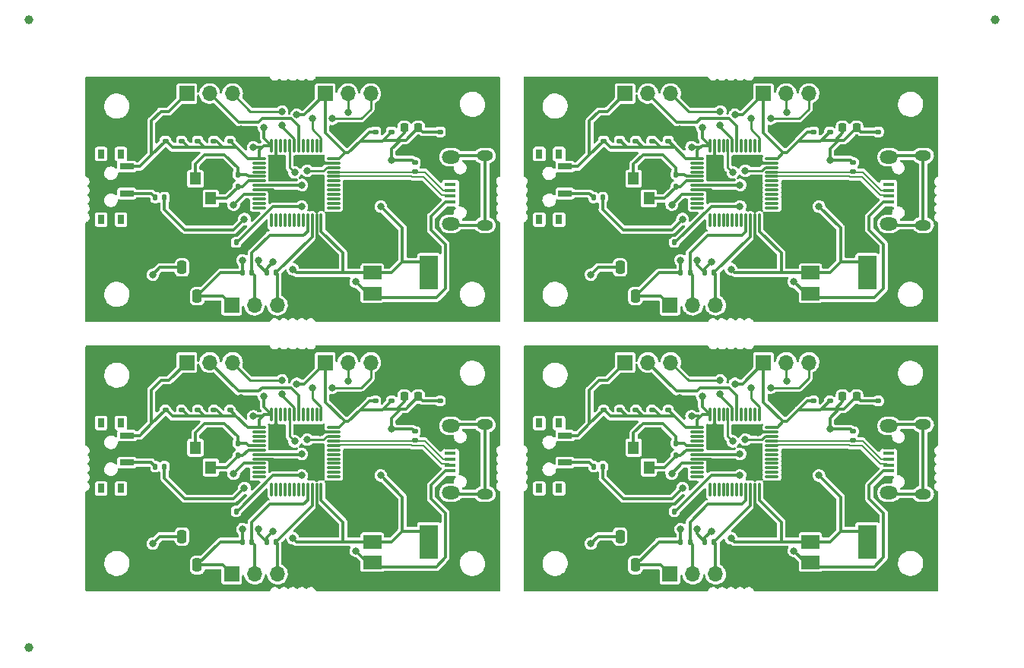
<source format=gbr>
%TF.GenerationSoftware,KiCad,Pcbnew,(6.0.7)*%
%TF.CreationDate,2022-11-18T17:10:50+07:00*%
%TF.ProjectId,test,74657374-2e6b-4696-9361-645f70636258,rev?*%
%TF.SameCoordinates,Original*%
%TF.FileFunction,Copper,L1,Top*%
%TF.FilePolarity,Positive*%
%FSLAX46Y46*%
G04 Gerber Fmt 4.6, Leading zero omitted, Abs format (unit mm)*
G04 Created by KiCad (PCBNEW (6.0.7)) date 2022-11-18 17:10:50*
%MOMM*%
%LPD*%
G01*
G04 APERTURE LIST*
G04 Aperture macros list*
%AMRoundRect*
0 Rectangle with rounded corners*
0 $1 Rounding radius*
0 $2 $3 $4 $5 $6 $7 $8 $9 X,Y pos of 4 corners*
0 Add a 4 corners polygon primitive as box body*
4,1,4,$2,$3,$4,$5,$6,$7,$8,$9,$2,$3,0*
0 Add four circle primitives for the rounded corners*
1,1,$1+$1,$2,$3*
1,1,$1+$1,$4,$5*
1,1,$1+$1,$6,$7*
1,1,$1+$1,$8,$9*
0 Add four rect primitives between the rounded corners*
20,1,$1+$1,$2,$3,$4,$5,0*
20,1,$1+$1,$4,$5,$6,$7,0*
20,1,$1+$1,$6,$7,$8,$9,0*
20,1,$1+$1,$8,$9,$2,$3,0*%
G04 Aperture macros list end*
%TA.AperFunction,ComponentPad*%
%ADD10R,1.700000X1.700000*%
%TD*%
%TA.AperFunction,ComponentPad*%
%ADD11O,1.700000X1.700000*%
%TD*%
%TA.AperFunction,SMDPad,CuDef*%
%ADD12C,1.000000*%
%TD*%
%TA.AperFunction,SMDPad,CuDef*%
%ADD13RoundRect,0.075000X-0.662500X-0.075000X0.662500X-0.075000X0.662500X0.075000X-0.662500X0.075000X0*%
%TD*%
%TA.AperFunction,SMDPad,CuDef*%
%ADD14RoundRect,0.075000X-0.075000X-0.662500X0.075000X-0.662500X0.075000X0.662500X-0.075000X0.662500X0*%
%TD*%
%TA.AperFunction,SMDPad,CuDef*%
%ADD15R,0.800000X1.000000*%
%TD*%
%TA.AperFunction,SMDPad,CuDef*%
%ADD16R,1.500000X0.700000*%
%TD*%
%TA.AperFunction,SMDPad,CuDef*%
%ADD17RoundRect,0.135000X-0.135000X-0.185000X0.135000X-0.185000X0.135000X0.185000X-0.135000X0.185000X0*%
%TD*%
%TA.AperFunction,SMDPad,CuDef*%
%ADD18RoundRect,0.140000X0.170000X-0.140000X0.170000X0.140000X-0.170000X0.140000X-0.170000X-0.140000X0*%
%TD*%
%TA.AperFunction,SMDPad,CuDef*%
%ADD19RoundRect,0.140000X0.140000X0.170000X-0.140000X0.170000X-0.140000X-0.170000X0.140000X-0.170000X0*%
%TD*%
%TA.AperFunction,SMDPad,CuDef*%
%ADD20R,1.200000X1.400000*%
%TD*%
%TA.AperFunction,SMDPad,CuDef*%
%ADD21R,1.300000X0.450000*%
%TD*%
%TA.AperFunction,ComponentPad*%
%ADD22O,2.000000X1.450000*%
%TD*%
%TA.AperFunction,ComponentPad*%
%ADD23O,1.800000X1.150000*%
%TD*%
%TA.AperFunction,SMDPad,CuDef*%
%ADD24RoundRect,0.218750X0.218750X0.256250X-0.218750X0.256250X-0.218750X-0.256250X0.218750X-0.256250X0*%
%TD*%
%TA.AperFunction,SMDPad,CuDef*%
%ADD25R,2.000000X1.500000*%
%TD*%
%TA.AperFunction,SMDPad,CuDef*%
%ADD26R,2.000000X3.800000*%
%TD*%
%TA.AperFunction,SMDPad,CuDef*%
%ADD27RoundRect,0.135000X-0.185000X0.135000X-0.185000X-0.135000X0.185000X-0.135000X0.185000X0.135000X0*%
%TD*%
%TA.AperFunction,SMDPad,CuDef*%
%ADD28RoundRect,0.250000X-0.250000X-0.475000X0.250000X-0.475000X0.250000X0.475000X-0.250000X0.475000X0*%
%TD*%
%TA.AperFunction,SMDPad,CuDef*%
%ADD29RoundRect,0.250000X0.250000X0.475000X-0.250000X0.475000X-0.250000X-0.475000X0.250000X-0.475000X0*%
%TD*%
%TA.AperFunction,ViaPad*%
%ADD30C,0.800000*%
%TD*%
%TA.AperFunction,Conductor*%
%ADD31C,0.350000*%
%TD*%
%TA.AperFunction,Conductor*%
%ADD32C,0.300000*%
%TD*%
%TA.AperFunction,Conductor*%
%ADD33C,0.200000*%
%TD*%
%TA.AperFunction,Conductor*%
%ADD34C,0.250000*%
%TD*%
G04 APERTURE END LIST*
D10*
%TO.P,I2C1,1,Pin_1*%
%TO.N,Board_2-+3.3V*%
X39600000Y-78800000D03*
D11*
%TO.P,I2C1,2,Pin_2*%
%TO.N,Board_2-/MICROCONTROLLER/I2C2_SCL*%
X42140000Y-78800000D03*
%TO.P,I2C1,3,Pin_3*%
%TO.N,Board_2-/MICROCONTROLLER/I2C2_SDA*%
X44680000Y-78800000D03*
%TO.P,I2C1,4,Pin_4*%
%TO.N,Board_2-GND*%
X47220000Y-78800000D03*
%TD*%
D12*
%TO.P,REF\u002A\u002A,*%
%TO.N,*%
X17000000Y-87000000D03*
%TD*%
D13*
%TO.P,U2,1,VBAT*%
%TO.N,Board_2-+3.3V*%
X42637500Y-62450000D03*
%TO.P,U2,2,PC13*%
%TO.N,Board_2-unconnected-(U2-Pad2)*%
X42637500Y-62950000D03*
%TO.P,U2,3,PC14*%
%TO.N,Board_2-unconnected-(U2-Pad3)*%
X42637500Y-63450000D03*
%TO.P,U2,4,PC15*%
%TO.N,Board_2-unconnected-(U2-Pad4)*%
X42637500Y-63950000D03*
%TO.P,U2,5,PD0*%
%TO.N,Board_2-/MICROCONTROLLER/HSE_IN*%
X42637500Y-64450000D03*
%TO.P,U2,6,PD1*%
%TO.N,Board_2-/MICROCONTROLLER/HSE_OUT*%
X42637500Y-64950000D03*
%TO.P,U2,7,NRST*%
%TO.N,Board_2-/MICROCONTROLLER/NRST*%
X42637500Y-65450000D03*
%TO.P,U2,8,VSSA*%
%TO.N,Board_2-GND*%
X42637500Y-65950000D03*
%TO.P,U2,9,VDDA*%
%TO.N,Board_2-+3.3V*%
X42637500Y-66450000D03*
%TO.P,U2,10,PA0*%
%TO.N,Board_2-unconnected-(U2-Pad10)*%
X42637500Y-66950000D03*
%TO.P,U2,11,PA1*%
%TO.N,Board_2-unconnected-(U2-Pad11)*%
X42637500Y-67450000D03*
%TO.P,U2,12,PA2*%
%TO.N,Board_2-unconnected-(U2-Pad12)*%
X42637500Y-67950000D03*
D14*
%TO.P,U2,13,PA3*%
%TO.N,Board_2-unconnected-(U2-Pad13)*%
X44050000Y-69362500D03*
%TO.P,U2,14,PA4*%
%TO.N,Board_2-unconnected-(U2-Pad14)*%
X44550000Y-69362500D03*
%TO.P,U2,15,PA5*%
%TO.N,Board_2-unconnected-(U2-Pad15)*%
X45050000Y-69362500D03*
%TO.P,U2,16,PA6*%
%TO.N,Board_2-unconnected-(U2-Pad16)*%
X45550000Y-69362500D03*
%TO.P,U2,17,PA7*%
%TO.N,Board_2-unconnected-(U2-Pad17)*%
X46050000Y-69362500D03*
%TO.P,U2,18,PB0*%
%TO.N,Board_2-unconnected-(U2-Pad18)*%
X46550000Y-69362500D03*
%TO.P,U2,19,PB1*%
%TO.N,Board_2-unconnected-(U2-Pad19)*%
X47050000Y-69362500D03*
%TO.P,U2,20,PB2*%
%TO.N,Board_2-unconnected-(U2-Pad20)*%
X47550000Y-69362500D03*
%TO.P,U2,21,PB10*%
%TO.N,Board_2-/MICROCONTROLLER/I2C2_SCL*%
X48050000Y-69362500D03*
%TO.P,U2,22,PB11*%
%TO.N,Board_2-/MICROCONTROLLER/I2C2_SDA*%
X48550000Y-69362500D03*
%TO.P,U2,23,VSS*%
%TO.N,Board_2-GND*%
X49050000Y-69362500D03*
%TO.P,U2,24,VDD*%
%TO.N,Board_2-+3.3V*%
X49550000Y-69362500D03*
D13*
%TO.P,U2,25,PB12*%
%TO.N,Board_2-unconnected-(U2-Pad25)*%
X50962500Y-67950000D03*
%TO.P,U2,26,PB13*%
%TO.N,Board_2-unconnected-(U2-Pad26)*%
X50962500Y-67450000D03*
%TO.P,U2,27,PB14*%
%TO.N,Board_2-unconnected-(U2-Pad27)*%
X50962500Y-66950000D03*
%TO.P,U2,28,PB15*%
%TO.N,Board_2-unconnected-(U2-Pad28)*%
X50962500Y-66450000D03*
%TO.P,U2,29,PA8*%
%TO.N,Board_2-unconnected-(U2-Pad29)*%
X50962500Y-65950000D03*
%TO.P,U2,30,PA9*%
%TO.N,Board_2-unconnected-(U2-Pad30)*%
X50962500Y-65450000D03*
%TO.P,U2,31,PA10*%
%TO.N,Board_2-unconnected-(U2-Pad31)*%
X50962500Y-64950000D03*
%TO.P,U2,32,PA11*%
%TO.N,Board_2-/MICROCONTROLLER/USB_D-*%
X50962500Y-64450000D03*
%TO.P,U2,33,PA12*%
%TO.N,Board_2-/MICROCONTROLLER/USB_D+*%
X50962500Y-63950000D03*
%TO.P,U2,34,PA13*%
%TO.N,Board_2-/MICROCONTROLLER/SWDIO*%
X50962500Y-63450000D03*
%TO.P,U2,35,VSS*%
%TO.N,Board_2-GND*%
X50962500Y-62950000D03*
%TO.P,U2,36,VDD*%
%TO.N,Board_2-+3.3V*%
X50962500Y-62450000D03*
D14*
%TO.P,U2,37,PA14*%
%TO.N,Board_2-/MICROCONTROLLER/SWDCK*%
X49550000Y-61037500D03*
%TO.P,U2,38,PA15*%
%TO.N,Board_2-unconnected-(U2-Pad38)*%
X49050000Y-61037500D03*
%TO.P,U2,39,PB3*%
%TO.N,Board_2-unconnected-(U2-Pad39)*%
X48550000Y-61037500D03*
%TO.P,U2,40,PB4*%
%TO.N,Board_2-unconnected-(U2-Pad40)*%
X48050000Y-61037500D03*
%TO.P,U2,41,PB5*%
%TO.N,Board_2-unconnected-(U2-Pad41)*%
X47550000Y-61037500D03*
%TO.P,U2,42,PB6*%
%TO.N,Board_2-/MICROCONTROLLER/USART1_TX*%
X47050000Y-61037500D03*
%TO.P,U2,43,PB7*%
%TO.N,Board_2-/MICROCONTROLLER/USART1_RX*%
X46550000Y-61037500D03*
%TO.P,U2,44,BOOT0*%
%TO.N,Board_2-/MICROCONTROLLER/BOOT0*%
X46050000Y-61037500D03*
%TO.P,U2,45,PB8*%
%TO.N,Board_2-unconnected-(U2-Pad45)*%
X45550000Y-61037500D03*
%TO.P,U2,46,PB9*%
%TO.N,Board_2-unconnected-(U2-Pad46)*%
X45050000Y-61037500D03*
%TO.P,U2,47,VSS*%
%TO.N,Board_2-GND*%
X44550000Y-61037500D03*
%TO.P,U2,48,VDD*%
%TO.N,Board_2-+3.3V*%
X44050000Y-61037500D03*
%TD*%
D15*
%TO.P,SW1,*%
%TO.N,*%
X27255000Y-61950000D03*
X25045000Y-61950000D03*
X25045000Y-69250000D03*
X27255000Y-69250000D03*
D16*
%TO.P,SW1,1,A*%
%TO.N,Board_2-+3.3V*%
X27905000Y-63350000D03*
%TO.P,SW1,2,B*%
%TO.N,Board_2-Net-(R1-Pad1)*%
X27905000Y-66350000D03*
%TO.P,SW1,3,C*%
%TO.N,Board_2-GND*%
X27905000Y-67850000D03*
%TD*%
D17*
%TO.P,R4,1*%
%TO.N,Board_1-+3.3V*%
X92290000Y-45200000D03*
%TO.P,R4,2*%
%TO.N,Board_1-/MICROCONTROLLER/I2C2_SDA*%
X93310000Y-45200000D03*
%TD*%
D18*
%TO.P,C7,1*%
%TO.N,Board_3-+3.3V*%
X106200000Y-59480000D03*
%TO.P,C7,2*%
%TO.N,Board_3-GND*%
X106200000Y-58520000D03*
%TD*%
%TO.P,C6,1*%
%TO.N,Board_1-+3.3V*%
X104400000Y-29480000D03*
%TO.P,C6,2*%
%TO.N,Board_1-GND*%
X104400000Y-28520000D03*
%TD*%
D19*
%TO.P,C10,1*%
%TO.N,Board_2-/MICROCONTROLLER/HSE_IN*%
X40280000Y-64200000D03*
%TO.P,C10,2*%
%TO.N,Board_2-GND*%
X39320000Y-64200000D03*
%TD*%
D18*
%TO.P,C6,1*%
%TO.N,Board_3-+3.3V*%
X104400000Y-59480000D03*
%TO.P,C6,2*%
%TO.N,Board_3-GND*%
X104400000Y-58520000D03*
%TD*%
D19*
%TO.P,C10,1*%
%TO.N,Board_1-/MICROCONTROLLER/HSE_IN*%
X89080000Y-34200000D03*
%TO.P,C10,2*%
%TO.N,Board_1-GND*%
X88120000Y-34200000D03*
%TD*%
D18*
%TO.P,C2,1*%
%TO.N,Board_3-+3.3V*%
X82800000Y-60480000D03*
%TO.P,C2,2*%
%TO.N,Board_3-GND*%
X82800000Y-59520000D03*
%TD*%
D19*
%TO.P,C11,1*%
%TO.N,Board_0-/MICROCONTROLLER/HSE_OUT*%
X40280000Y-35600000D03*
%TO.P,C11,2*%
%TO.N,Board_0-GND*%
X39320000Y-35600000D03*
%TD*%
D10*
%TO.P,USART1,1,Pin_1*%
%TO.N,Board_1-+3.3V*%
X83400000Y-25200000D03*
D11*
%TO.P,USART1,2,Pin_2*%
%TO.N,Board_1-/MICROCONTROLLER/USART1_TX*%
X85940000Y-25200000D03*
%TO.P,USART1,3,Pin_3*%
%TO.N,Board_1-/MICROCONTROLLER/USART1_RX*%
X88480000Y-25200000D03*
%TO.P,USART1,4,Pin_4*%
%TO.N,Board_1-GND*%
X91020000Y-25200000D03*
%TD*%
D17*
%TO.P,R3,1*%
%TO.N,Board_1-+3.3V*%
X89600000Y-45200000D03*
%TO.P,R3,2*%
%TO.N,Board_1-/MICROCONTROLLER/I2C2_SCL*%
X90620000Y-45200000D03*
%TD*%
D19*
%TO.P,C11,1*%
%TO.N,Board_2-/MICROCONTROLLER/HSE_OUT*%
X40280000Y-65600000D03*
%TO.P,C11,2*%
%TO.N,Board_2-GND*%
X39320000Y-65600000D03*
%TD*%
D17*
%TO.P,R1,1*%
%TO.N,Board_1-Net-(R1-Pad1)*%
X79890000Y-36800000D03*
%TO.P,R1,2*%
%TO.N,Board_1-/MICROCONTROLLER/BOOT0*%
X80910000Y-36800000D03*
%TD*%
D18*
%TO.P,C5,1*%
%TO.N,Board_1-+3.3V*%
X88200000Y-30480000D03*
%TO.P,C5,2*%
%TO.N,Board_1-GND*%
X88200000Y-29520000D03*
%TD*%
%TO.P,C6,1*%
%TO.N,Board_0-+3.3V*%
X55600000Y-29480000D03*
%TO.P,C6,2*%
%TO.N,Board_0-GND*%
X55600000Y-28520000D03*
%TD*%
D19*
%TO.P,C11,1*%
%TO.N,Board_1-/MICROCONTROLLER/HSE_OUT*%
X89080000Y-35600000D03*
%TO.P,C11,2*%
%TO.N,Board_1-GND*%
X88120000Y-35600000D03*
%TD*%
D13*
%TO.P,U2,1,VBAT*%
%TO.N,Board_0-+3.3V*%
X42637500Y-32450000D03*
%TO.P,U2,2,PC13*%
%TO.N,Board_0-unconnected-(U2-Pad2)*%
X42637500Y-32950000D03*
%TO.P,U2,3,PC14*%
%TO.N,Board_0-unconnected-(U2-Pad3)*%
X42637500Y-33450000D03*
%TO.P,U2,4,PC15*%
%TO.N,Board_0-unconnected-(U2-Pad4)*%
X42637500Y-33950000D03*
%TO.P,U2,5,PD0*%
%TO.N,Board_0-/MICROCONTROLLER/HSE_IN*%
X42637500Y-34450000D03*
%TO.P,U2,6,PD1*%
%TO.N,Board_0-/MICROCONTROLLER/HSE_OUT*%
X42637500Y-34950000D03*
%TO.P,U2,7,NRST*%
%TO.N,Board_0-/MICROCONTROLLER/NRST*%
X42637500Y-35450000D03*
%TO.P,U2,8,VSSA*%
%TO.N,Board_0-GND*%
X42637500Y-35950000D03*
%TO.P,U2,9,VDDA*%
%TO.N,Board_0-+3.3V*%
X42637500Y-36450000D03*
%TO.P,U2,10,PA0*%
%TO.N,Board_0-unconnected-(U2-Pad10)*%
X42637500Y-36950000D03*
%TO.P,U2,11,PA1*%
%TO.N,Board_0-unconnected-(U2-Pad11)*%
X42637500Y-37450000D03*
%TO.P,U2,12,PA2*%
%TO.N,Board_0-unconnected-(U2-Pad12)*%
X42637500Y-37950000D03*
D14*
%TO.P,U2,13,PA3*%
%TO.N,Board_0-unconnected-(U2-Pad13)*%
X44050000Y-39362500D03*
%TO.P,U2,14,PA4*%
%TO.N,Board_0-unconnected-(U2-Pad14)*%
X44550000Y-39362500D03*
%TO.P,U2,15,PA5*%
%TO.N,Board_0-unconnected-(U2-Pad15)*%
X45050000Y-39362500D03*
%TO.P,U2,16,PA6*%
%TO.N,Board_0-unconnected-(U2-Pad16)*%
X45550000Y-39362500D03*
%TO.P,U2,17,PA7*%
%TO.N,Board_0-unconnected-(U2-Pad17)*%
X46050000Y-39362500D03*
%TO.P,U2,18,PB0*%
%TO.N,Board_0-unconnected-(U2-Pad18)*%
X46550000Y-39362500D03*
%TO.P,U2,19,PB1*%
%TO.N,Board_0-unconnected-(U2-Pad19)*%
X47050000Y-39362500D03*
%TO.P,U2,20,PB2*%
%TO.N,Board_0-unconnected-(U2-Pad20)*%
X47550000Y-39362500D03*
%TO.P,U2,21,PB10*%
%TO.N,Board_0-/MICROCONTROLLER/I2C2_SCL*%
X48050000Y-39362500D03*
%TO.P,U2,22,PB11*%
%TO.N,Board_0-/MICROCONTROLLER/I2C2_SDA*%
X48550000Y-39362500D03*
%TO.P,U2,23,VSS*%
%TO.N,Board_0-GND*%
X49050000Y-39362500D03*
%TO.P,U2,24,VDD*%
%TO.N,Board_0-+3.3V*%
X49550000Y-39362500D03*
D13*
%TO.P,U2,25,PB12*%
%TO.N,Board_0-unconnected-(U2-Pad25)*%
X50962500Y-37950000D03*
%TO.P,U2,26,PB13*%
%TO.N,Board_0-unconnected-(U2-Pad26)*%
X50962500Y-37450000D03*
%TO.P,U2,27,PB14*%
%TO.N,Board_0-unconnected-(U2-Pad27)*%
X50962500Y-36950000D03*
%TO.P,U2,28,PB15*%
%TO.N,Board_0-unconnected-(U2-Pad28)*%
X50962500Y-36450000D03*
%TO.P,U2,29,PA8*%
%TO.N,Board_0-unconnected-(U2-Pad29)*%
X50962500Y-35950000D03*
%TO.P,U2,30,PA9*%
%TO.N,Board_0-unconnected-(U2-Pad30)*%
X50962500Y-35450000D03*
%TO.P,U2,31,PA10*%
%TO.N,Board_0-unconnected-(U2-Pad31)*%
X50962500Y-34950000D03*
%TO.P,U2,32,PA11*%
%TO.N,Board_0-/MICROCONTROLLER/USB_D-*%
X50962500Y-34450000D03*
%TO.P,U2,33,PA12*%
%TO.N,Board_0-/MICROCONTROLLER/USB_D+*%
X50962500Y-33950000D03*
%TO.P,U2,34,PA13*%
%TO.N,Board_0-/MICROCONTROLLER/SWDIO*%
X50962500Y-33450000D03*
%TO.P,U2,35,VSS*%
%TO.N,Board_0-GND*%
X50962500Y-32950000D03*
%TO.P,U2,36,VDD*%
%TO.N,Board_0-+3.3V*%
X50962500Y-32450000D03*
D14*
%TO.P,U2,37,PA14*%
%TO.N,Board_0-/MICROCONTROLLER/SWDCK*%
X49550000Y-31037500D03*
%TO.P,U2,38,PA15*%
%TO.N,Board_0-unconnected-(U2-Pad38)*%
X49050000Y-31037500D03*
%TO.P,U2,39,PB3*%
%TO.N,Board_0-unconnected-(U2-Pad39)*%
X48550000Y-31037500D03*
%TO.P,U2,40,PB4*%
%TO.N,Board_0-unconnected-(U2-Pad40)*%
X48050000Y-31037500D03*
%TO.P,U2,41,PB5*%
%TO.N,Board_0-unconnected-(U2-Pad41)*%
X47550000Y-31037500D03*
%TO.P,U2,42,PB6*%
%TO.N,Board_0-/MICROCONTROLLER/USART1_TX*%
X47050000Y-31037500D03*
%TO.P,U2,43,PB7*%
%TO.N,Board_0-/MICROCONTROLLER/USART1_RX*%
X46550000Y-31037500D03*
%TO.P,U2,44,BOOT0*%
%TO.N,Board_0-/MICROCONTROLLER/BOOT0*%
X46050000Y-31037500D03*
%TO.P,U2,45,PB8*%
%TO.N,Board_0-unconnected-(U2-Pad45)*%
X45550000Y-31037500D03*
%TO.P,U2,46,PB9*%
%TO.N,Board_0-unconnected-(U2-Pad46)*%
X45050000Y-31037500D03*
%TO.P,U2,47,VSS*%
%TO.N,Board_0-GND*%
X44550000Y-31037500D03*
%TO.P,U2,48,VDD*%
%TO.N,Board_0-+3.3V*%
X44050000Y-31037500D03*
%TD*%
D18*
%TO.P,C2,1*%
%TO.N,Board_2-+3.3V*%
X34000000Y-60480000D03*
%TO.P,C2,2*%
%TO.N,Board_2-GND*%
X34000000Y-59520000D03*
%TD*%
D20*
%TO.P,Y1,1,1*%
%TO.N,Board_0-/MICROCONTROLLER/HSE_IN*%
X35550000Y-34700000D03*
%TO.P,Y1,2,2*%
%TO.N,Board_0-GND*%
X35550000Y-36900000D03*
%TO.P,Y1,3,3*%
%TO.N,Board_0-/MICROCONTROLLER/HSE_OUT*%
X37250000Y-36900000D03*
%TO.P,Y1,4,4*%
%TO.N,Board_0-GND*%
X37250000Y-34700000D03*
%TD*%
D18*
%TO.P,C4,1*%
%TO.N,Board_0-+3.3V*%
X37600000Y-30480000D03*
%TO.P,C4,2*%
%TO.N,Board_0-GND*%
X37600000Y-29520000D03*
%TD*%
D21*
%TO.P,J2,1,VBUS*%
%TO.N,Board_2-VBUS*%
X63945000Y-67300000D03*
%TO.P,J2,2,D-*%
%TO.N,Board_2-/MICROCONTROLLER/USB_D-*%
X63945000Y-66650000D03*
%TO.P,J2,3,D+*%
%TO.N,Board_2-/MICROCONTROLLER/USB_D+*%
X63945000Y-66000000D03*
%TO.P,J2,4,ID*%
%TO.N,Board_2-unconnected-(J2-Pad4)*%
X63945000Y-65350000D03*
%TO.P,J2,5,GND*%
%TO.N,Board_2-GND*%
X63945000Y-64700000D03*
D22*
%TO.P,J2,6,Shield*%
%TO.N,Board_2-unconnected-(J2-Pad6)*%
X63995000Y-69725000D03*
D23*
X67795000Y-69875000D03*
X67795000Y-62125000D03*
D22*
X63995000Y-62275000D03*
%TD*%
D24*
%TO.P,L1,1,1*%
%TO.N,Board_2-+3.3V*%
X60387500Y-59000000D03*
%TO.P,L1,2,2*%
X58812500Y-59000000D03*
%TD*%
D17*
%TO.P,R4,1*%
%TO.N,Board_2-+3.3V*%
X43490000Y-75200000D03*
%TO.P,R4,2*%
%TO.N,Board_2-/MICROCONTROLLER/I2C2_SDA*%
X44510000Y-75200000D03*
%TD*%
D19*
%TO.P,C10,1*%
%TO.N,Board_3-/MICROCONTROLLER/HSE_IN*%
X89080000Y-64200000D03*
%TO.P,C10,2*%
%TO.N,Board_3-GND*%
X88120000Y-64200000D03*
%TD*%
%TO.P,C9,1*%
%TO.N,Board_2-/MICROCONTROLLER/NRST*%
X40080000Y-71800000D03*
%TO.P,C9,2*%
%TO.N,Board_2-GND*%
X39120000Y-71800000D03*
%TD*%
D20*
%TO.P,Y1,1,1*%
%TO.N,Board_1-/MICROCONTROLLER/HSE_IN*%
X84350000Y-34700000D03*
%TO.P,Y1,2,2*%
%TO.N,Board_1-GND*%
X84350000Y-36900000D03*
%TO.P,Y1,3,3*%
%TO.N,Board_1-/MICROCONTROLLER/HSE_OUT*%
X86050000Y-36900000D03*
%TO.P,Y1,4,4*%
%TO.N,Board_1-GND*%
X86050000Y-34700000D03*
%TD*%
D18*
%TO.P,C1,1*%
%TO.N,Board_1-+3.3V*%
X81000000Y-30480000D03*
%TO.P,C1,2*%
%TO.N,Board_1-GND*%
X81000000Y-29520000D03*
%TD*%
D25*
%TO.P,U1,1,ADJ*%
%TO.N,Board_0-GND*%
X55250000Y-42900000D03*
D26*
%TO.P,U1,2,VO*%
%TO.N,Board_0-+3.3V*%
X61550000Y-45200000D03*
D25*
X55250000Y-45200000D03*
%TO.P,U1,3,VI*%
%TO.N,Board_0-VBUS*%
X55250000Y-47500000D03*
%TD*%
D18*
%TO.P,C1,1*%
%TO.N,Board_3-+3.3V*%
X81000000Y-60480000D03*
%TO.P,C1,2*%
%TO.N,Board_3-GND*%
X81000000Y-59520000D03*
%TD*%
%TO.P,C3,1*%
%TO.N,Board_1-+3.3V*%
X84600000Y-30480000D03*
%TO.P,C3,2*%
%TO.N,Board_1-GND*%
X84600000Y-29520000D03*
%TD*%
D27*
%TO.P,R2,1*%
%TO.N,Board_3-+3.3V*%
X108800000Y-62890000D03*
%TO.P,R2,2*%
%TO.N,Board_3-/MICROCONTROLLER/USB_D+*%
X108800000Y-63910000D03*
%TD*%
D10*
%TO.P,I2C1,1,Pin_1*%
%TO.N,Board_1-+3.3V*%
X88400000Y-48800000D03*
D11*
%TO.P,I2C1,2,Pin_2*%
%TO.N,Board_1-/MICROCONTROLLER/I2C2_SCL*%
X90940000Y-48800000D03*
%TO.P,I2C1,3,Pin_3*%
%TO.N,Board_1-/MICROCONTROLLER/I2C2_SDA*%
X93480000Y-48800000D03*
%TO.P,I2C1,4,Pin_4*%
%TO.N,Board_1-GND*%
X96020000Y-48800000D03*
%TD*%
D27*
%TO.P,R2,1*%
%TO.N,Board_1-+3.3V*%
X108800000Y-32890000D03*
%TO.P,R2,2*%
%TO.N,Board_1-/MICROCONTROLLER/USB_D+*%
X108800000Y-33910000D03*
%TD*%
D18*
%TO.P,C6,1*%
%TO.N,Board_2-+3.3V*%
X55600000Y-59480000D03*
%TO.P,C6,2*%
%TO.N,Board_2-GND*%
X55600000Y-58520000D03*
%TD*%
D10*
%TO.P,J3,1,Pin_1*%
%TO.N,Board_0-+3.3V*%
X50000000Y-25200000D03*
D11*
%TO.P,J3,2,Pin_2*%
%TO.N,Board_0-/MICROCONTROLLER/SWDIO*%
X52540000Y-25200000D03*
%TO.P,J3,3,Pin_3*%
%TO.N,Board_0-/MICROCONTROLLER/SWDCK*%
X55080000Y-25200000D03*
%TO.P,J3,4,Pin_4*%
%TO.N,Board_0-GND*%
X57620000Y-25200000D03*
%TD*%
D18*
%TO.P,C8,1*%
%TO.N,Board_2-+3.3V*%
X62800000Y-59480000D03*
%TO.P,C8,2*%
%TO.N,Board_2-GND*%
X62800000Y-58520000D03*
%TD*%
D19*
%TO.P,C9,1*%
%TO.N,Board_0-/MICROCONTROLLER/NRST*%
X40080000Y-41800000D03*
%TO.P,C9,2*%
%TO.N,Board_0-GND*%
X39120000Y-41800000D03*
%TD*%
D17*
%TO.P,R1,1*%
%TO.N,Board_3-Net-(R1-Pad1)*%
X79890000Y-66800000D03*
%TO.P,R1,2*%
%TO.N,Board_3-/MICROCONTROLLER/BOOT0*%
X80910000Y-66800000D03*
%TD*%
D18*
%TO.P,C1,1*%
%TO.N,Board_2-+3.3V*%
X32200000Y-60480000D03*
%TO.P,C1,2*%
%TO.N,Board_2-GND*%
X32200000Y-59520000D03*
%TD*%
D17*
%TO.P,R1,1*%
%TO.N,Board_2-Net-(R1-Pad1)*%
X31090000Y-66800000D03*
%TO.P,R1,2*%
%TO.N,Board_2-/MICROCONTROLLER/BOOT0*%
X32110000Y-66800000D03*
%TD*%
D10*
%TO.P,USART1,1,Pin_1*%
%TO.N,Board_3-+3.3V*%
X83400000Y-55200000D03*
D11*
%TO.P,USART1,2,Pin_2*%
%TO.N,Board_3-/MICROCONTROLLER/USART1_TX*%
X85940000Y-55200000D03*
%TO.P,USART1,3,Pin_3*%
%TO.N,Board_3-/MICROCONTROLLER/USART1_RX*%
X88480000Y-55200000D03*
%TO.P,USART1,4,Pin_4*%
%TO.N,Board_3-GND*%
X91020000Y-55200000D03*
%TD*%
D10*
%TO.P,J3,1,Pin_1*%
%TO.N,Board_3-+3.3V*%
X98800000Y-55200000D03*
D11*
%TO.P,J3,2,Pin_2*%
%TO.N,Board_3-/MICROCONTROLLER/SWDIO*%
X101340000Y-55200000D03*
%TO.P,J3,3,Pin_3*%
%TO.N,Board_3-/MICROCONTROLLER/SWDCK*%
X103880000Y-55200000D03*
%TO.P,J3,4,Pin_4*%
%TO.N,Board_3-GND*%
X106420000Y-55200000D03*
%TD*%
D17*
%TO.P,R4,1*%
%TO.N,Board_0-+3.3V*%
X43490000Y-45200000D03*
%TO.P,R4,2*%
%TO.N,Board_0-/MICROCONTROLLER/I2C2_SDA*%
X44510000Y-45200000D03*
%TD*%
D18*
%TO.P,C1,1*%
%TO.N,Board_0-+3.3V*%
X32200000Y-30480000D03*
%TO.P,C1,2*%
%TO.N,Board_0-GND*%
X32200000Y-29520000D03*
%TD*%
%TO.P,C2,1*%
%TO.N,Board_0-+3.3V*%
X34000000Y-30480000D03*
%TO.P,C2,2*%
%TO.N,Board_0-GND*%
X34000000Y-29520000D03*
%TD*%
D17*
%TO.P,R1,1*%
%TO.N,Board_0-Net-(R1-Pad1)*%
X31090000Y-36800000D03*
%TO.P,R1,2*%
%TO.N,Board_0-/MICROCONTROLLER/BOOT0*%
X32110000Y-36800000D03*
%TD*%
D24*
%TO.P,L1,1,1*%
%TO.N,Board_0-+3.3V*%
X60387500Y-29000000D03*
%TO.P,L1,2,2*%
X58812500Y-29000000D03*
%TD*%
D20*
%TO.P,Y1,1,1*%
%TO.N,Board_2-/MICROCONTROLLER/HSE_IN*%
X35550000Y-64700000D03*
%TO.P,Y1,2,2*%
%TO.N,Board_2-GND*%
X35550000Y-66900000D03*
%TO.P,Y1,3,3*%
%TO.N,Board_2-/MICROCONTROLLER/HSE_OUT*%
X37250000Y-66900000D03*
%TO.P,Y1,4,4*%
%TO.N,Board_2-GND*%
X37250000Y-64700000D03*
%TD*%
D17*
%TO.P,R3,1*%
%TO.N,Board_0-+3.3V*%
X40800000Y-45200000D03*
%TO.P,R3,2*%
%TO.N,Board_0-/MICROCONTROLLER/I2C2_SCL*%
X41820000Y-45200000D03*
%TD*%
D10*
%TO.P,USART1,1,Pin_1*%
%TO.N,Board_0-+3.3V*%
X34600000Y-25200000D03*
D11*
%TO.P,USART1,2,Pin_2*%
%TO.N,Board_0-/MICROCONTROLLER/USART1_TX*%
X37140000Y-25200000D03*
%TO.P,USART1,3,Pin_3*%
%TO.N,Board_0-/MICROCONTROLLER/USART1_RX*%
X39680000Y-25200000D03*
%TO.P,USART1,4,Pin_4*%
%TO.N,Board_0-GND*%
X42220000Y-25200000D03*
%TD*%
D10*
%TO.P,I2C1,1,Pin_1*%
%TO.N,Board_3-+3.3V*%
X88400000Y-78800000D03*
D11*
%TO.P,I2C1,2,Pin_2*%
%TO.N,Board_3-/MICROCONTROLLER/I2C2_SCL*%
X90940000Y-78800000D03*
%TO.P,I2C1,3,Pin_3*%
%TO.N,Board_3-/MICROCONTROLLER/I2C2_SDA*%
X93480000Y-78800000D03*
%TO.P,I2C1,4,Pin_4*%
%TO.N,Board_3-GND*%
X96020000Y-78800000D03*
%TD*%
D27*
%TO.P,R2,1*%
%TO.N,Board_2-+3.3V*%
X60000000Y-62890000D03*
%TO.P,R2,2*%
%TO.N,Board_2-/MICROCONTROLLER/USB_D+*%
X60000000Y-63910000D03*
%TD*%
D28*
%TO.P,C13,1*%
%TO.N,Board_1-VBUS*%
X82850000Y-44600000D03*
%TO.P,C13,2*%
%TO.N,Board_1-GND*%
X84750000Y-44600000D03*
%TD*%
D15*
%TO.P,SW1,*%
%TO.N,*%
X25045000Y-39250000D03*
X27255000Y-39250000D03*
X27255000Y-31950000D03*
X25045000Y-31950000D03*
D16*
%TO.P,SW1,1,A*%
%TO.N,Board_0-+3.3V*%
X27905000Y-33350000D03*
%TO.P,SW1,2,B*%
%TO.N,Board_0-Net-(R1-Pad1)*%
X27905000Y-36350000D03*
%TO.P,SW1,3,C*%
%TO.N,Board_0-GND*%
X27905000Y-37850000D03*
%TD*%
D29*
%TO.P,C14,1*%
%TO.N,Board_3-+3.3V*%
X84550000Y-77800000D03*
%TO.P,C14,2*%
%TO.N,Board_3-GND*%
X82650000Y-77800000D03*
%TD*%
D18*
%TO.P,C2,1*%
%TO.N,Board_1-+3.3V*%
X82800000Y-30480000D03*
%TO.P,C2,2*%
%TO.N,Board_1-GND*%
X82800000Y-29520000D03*
%TD*%
%TO.P,C7,1*%
%TO.N,Board_1-+3.3V*%
X106200000Y-29480000D03*
%TO.P,C7,2*%
%TO.N,Board_1-GND*%
X106200000Y-28520000D03*
%TD*%
D19*
%TO.P,C10,1*%
%TO.N,Board_0-/MICROCONTROLLER/HSE_IN*%
X40280000Y-34200000D03*
%TO.P,C10,2*%
%TO.N,Board_0-GND*%
X39320000Y-34200000D03*
%TD*%
D10*
%TO.P,I2C1,1,Pin_1*%
%TO.N,Board_0-+3.3V*%
X39600000Y-48800000D03*
D11*
%TO.P,I2C1,2,Pin_2*%
%TO.N,Board_0-/MICROCONTROLLER/I2C2_SCL*%
X42140000Y-48800000D03*
%TO.P,I2C1,3,Pin_3*%
%TO.N,Board_0-/MICROCONTROLLER/I2C2_SDA*%
X44680000Y-48800000D03*
%TO.P,I2C1,4,Pin_4*%
%TO.N,Board_0-GND*%
X47220000Y-48800000D03*
%TD*%
D18*
%TO.P,C4,1*%
%TO.N,Board_2-+3.3V*%
X37600000Y-60480000D03*
%TO.P,C4,2*%
%TO.N,Board_2-GND*%
X37600000Y-59520000D03*
%TD*%
D10*
%TO.P,USART1,1,Pin_1*%
%TO.N,Board_2-+3.3V*%
X34600000Y-55200000D03*
D11*
%TO.P,USART1,2,Pin_2*%
%TO.N,Board_2-/MICROCONTROLLER/USART1_TX*%
X37140000Y-55200000D03*
%TO.P,USART1,3,Pin_3*%
%TO.N,Board_2-/MICROCONTROLLER/USART1_RX*%
X39680000Y-55200000D03*
%TO.P,USART1,4,Pin_4*%
%TO.N,Board_2-GND*%
X42220000Y-55200000D03*
%TD*%
D18*
%TO.P,C3,1*%
%TO.N,Board_0-+3.3V*%
X35800000Y-30480000D03*
%TO.P,C3,2*%
%TO.N,Board_0-GND*%
X35800000Y-29520000D03*
%TD*%
D27*
%TO.P,R2,1*%
%TO.N,Board_0-+3.3V*%
X60000000Y-32890000D03*
%TO.P,R2,2*%
%TO.N,Board_0-/MICROCONTROLLER/USB_D+*%
X60000000Y-33910000D03*
%TD*%
D13*
%TO.P,U2,1,VBAT*%
%TO.N,Board_1-+3.3V*%
X91437500Y-32450000D03*
%TO.P,U2,2,PC13*%
%TO.N,Board_1-unconnected-(U2-Pad2)*%
X91437500Y-32950000D03*
%TO.P,U2,3,PC14*%
%TO.N,Board_1-unconnected-(U2-Pad3)*%
X91437500Y-33450000D03*
%TO.P,U2,4,PC15*%
%TO.N,Board_1-unconnected-(U2-Pad4)*%
X91437500Y-33950000D03*
%TO.P,U2,5,PD0*%
%TO.N,Board_1-/MICROCONTROLLER/HSE_IN*%
X91437500Y-34450000D03*
%TO.P,U2,6,PD1*%
%TO.N,Board_1-/MICROCONTROLLER/HSE_OUT*%
X91437500Y-34950000D03*
%TO.P,U2,7,NRST*%
%TO.N,Board_1-/MICROCONTROLLER/NRST*%
X91437500Y-35450000D03*
%TO.P,U2,8,VSSA*%
%TO.N,Board_1-GND*%
X91437500Y-35950000D03*
%TO.P,U2,9,VDDA*%
%TO.N,Board_1-+3.3V*%
X91437500Y-36450000D03*
%TO.P,U2,10,PA0*%
%TO.N,Board_1-unconnected-(U2-Pad10)*%
X91437500Y-36950000D03*
%TO.P,U2,11,PA1*%
%TO.N,Board_1-unconnected-(U2-Pad11)*%
X91437500Y-37450000D03*
%TO.P,U2,12,PA2*%
%TO.N,Board_1-unconnected-(U2-Pad12)*%
X91437500Y-37950000D03*
D14*
%TO.P,U2,13,PA3*%
%TO.N,Board_1-unconnected-(U2-Pad13)*%
X92850000Y-39362500D03*
%TO.P,U2,14,PA4*%
%TO.N,Board_1-unconnected-(U2-Pad14)*%
X93350000Y-39362500D03*
%TO.P,U2,15,PA5*%
%TO.N,Board_1-unconnected-(U2-Pad15)*%
X93850000Y-39362500D03*
%TO.P,U2,16,PA6*%
%TO.N,Board_1-unconnected-(U2-Pad16)*%
X94350000Y-39362500D03*
%TO.P,U2,17,PA7*%
%TO.N,Board_1-unconnected-(U2-Pad17)*%
X94850000Y-39362500D03*
%TO.P,U2,18,PB0*%
%TO.N,Board_1-unconnected-(U2-Pad18)*%
X95350000Y-39362500D03*
%TO.P,U2,19,PB1*%
%TO.N,Board_1-unconnected-(U2-Pad19)*%
X95850000Y-39362500D03*
%TO.P,U2,20,PB2*%
%TO.N,Board_1-unconnected-(U2-Pad20)*%
X96350000Y-39362500D03*
%TO.P,U2,21,PB10*%
%TO.N,Board_1-/MICROCONTROLLER/I2C2_SCL*%
X96850000Y-39362500D03*
%TO.P,U2,22,PB11*%
%TO.N,Board_1-/MICROCONTROLLER/I2C2_SDA*%
X97350000Y-39362500D03*
%TO.P,U2,23,VSS*%
%TO.N,Board_1-GND*%
X97850000Y-39362500D03*
%TO.P,U2,24,VDD*%
%TO.N,Board_1-+3.3V*%
X98350000Y-39362500D03*
D13*
%TO.P,U2,25,PB12*%
%TO.N,Board_1-unconnected-(U2-Pad25)*%
X99762500Y-37950000D03*
%TO.P,U2,26,PB13*%
%TO.N,Board_1-unconnected-(U2-Pad26)*%
X99762500Y-37450000D03*
%TO.P,U2,27,PB14*%
%TO.N,Board_1-unconnected-(U2-Pad27)*%
X99762500Y-36950000D03*
%TO.P,U2,28,PB15*%
%TO.N,Board_1-unconnected-(U2-Pad28)*%
X99762500Y-36450000D03*
%TO.P,U2,29,PA8*%
%TO.N,Board_1-unconnected-(U2-Pad29)*%
X99762500Y-35950000D03*
%TO.P,U2,30,PA9*%
%TO.N,Board_1-unconnected-(U2-Pad30)*%
X99762500Y-35450000D03*
%TO.P,U2,31,PA10*%
%TO.N,Board_1-unconnected-(U2-Pad31)*%
X99762500Y-34950000D03*
%TO.P,U2,32,PA11*%
%TO.N,Board_1-/MICROCONTROLLER/USB_D-*%
X99762500Y-34450000D03*
%TO.P,U2,33,PA12*%
%TO.N,Board_1-/MICROCONTROLLER/USB_D+*%
X99762500Y-33950000D03*
%TO.P,U2,34,PA13*%
%TO.N,Board_1-/MICROCONTROLLER/SWDIO*%
X99762500Y-33450000D03*
%TO.P,U2,35,VSS*%
%TO.N,Board_1-GND*%
X99762500Y-32950000D03*
%TO.P,U2,36,VDD*%
%TO.N,Board_1-+3.3V*%
X99762500Y-32450000D03*
D14*
%TO.P,U2,37,PA14*%
%TO.N,Board_1-/MICROCONTROLLER/SWDCK*%
X98350000Y-31037500D03*
%TO.P,U2,38,PA15*%
%TO.N,Board_1-unconnected-(U2-Pad38)*%
X97850000Y-31037500D03*
%TO.P,U2,39,PB3*%
%TO.N,Board_1-unconnected-(U2-Pad39)*%
X97350000Y-31037500D03*
%TO.P,U2,40,PB4*%
%TO.N,Board_1-unconnected-(U2-Pad40)*%
X96850000Y-31037500D03*
%TO.P,U2,41,PB5*%
%TO.N,Board_1-unconnected-(U2-Pad41)*%
X96350000Y-31037500D03*
%TO.P,U2,42,PB6*%
%TO.N,Board_1-/MICROCONTROLLER/USART1_TX*%
X95850000Y-31037500D03*
%TO.P,U2,43,PB7*%
%TO.N,Board_1-/MICROCONTROLLER/USART1_RX*%
X95350000Y-31037500D03*
%TO.P,U2,44,BOOT0*%
%TO.N,Board_1-/MICROCONTROLLER/BOOT0*%
X94850000Y-31037500D03*
%TO.P,U2,45,PB8*%
%TO.N,Board_1-unconnected-(U2-Pad45)*%
X94350000Y-31037500D03*
%TO.P,U2,46,PB9*%
%TO.N,Board_1-unconnected-(U2-Pad46)*%
X93850000Y-31037500D03*
%TO.P,U2,47,VSS*%
%TO.N,Board_1-GND*%
X93350000Y-31037500D03*
%TO.P,U2,48,VDD*%
%TO.N,Board_1-+3.3V*%
X92850000Y-31037500D03*
%TD*%
D29*
%TO.P,C14,1*%
%TO.N,Board_1-+3.3V*%
X84550000Y-47800000D03*
%TO.P,C14,2*%
%TO.N,Board_1-GND*%
X82650000Y-47800000D03*
%TD*%
D28*
%TO.P,C13,1*%
%TO.N,Board_2-VBUS*%
X34050000Y-74600000D03*
%TO.P,C13,2*%
%TO.N,Board_2-GND*%
X35950000Y-74600000D03*
%TD*%
D29*
%TO.P,C14,1*%
%TO.N,Board_2-+3.3V*%
X35750000Y-77800000D03*
%TO.P,C14,2*%
%TO.N,Board_2-GND*%
X33850000Y-77800000D03*
%TD*%
D17*
%TO.P,R3,1*%
%TO.N,Board_2-+3.3V*%
X40800000Y-75200000D03*
%TO.P,R3,2*%
%TO.N,Board_2-/MICROCONTROLLER/I2C2_SCL*%
X41820000Y-75200000D03*
%TD*%
D18*
%TO.P,C5,1*%
%TO.N,Board_0-+3.3V*%
X39400000Y-30480000D03*
%TO.P,C5,2*%
%TO.N,Board_0-GND*%
X39400000Y-29520000D03*
%TD*%
D15*
%TO.P,SW1,*%
%TO.N,*%
X73845000Y-39250000D03*
X73845000Y-31950000D03*
X76055000Y-31950000D03*
X76055000Y-39250000D03*
D16*
%TO.P,SW1,1,A*%
%TO.N,Board_1-+3.3V*%
X76705000Y-33350000D03*
%TO.P,SW1,2,B*%
%TO.N,Board_1-Net-(R1-Pad1)*%
X76705000Y-36350000D03*
%TO.P,SW1,3,C*%
%TO.N,Board_1-GND*%
X76705000Y-37850000D03*
%TD*%
D19*
%TO.P,C9,1*%
%TO.N,Board_3-/MICROCONTROLLER/NRST*%
X88880000Y-71800000D03*
%TO.P,C9,2*%
%TO.N,Board_3-GND*%
X87920000Y-71800000D03*
%TD*%
D18*
%TO.P,C5,1*%
%TO.N,Board_2-+3.3V*%
X39400000Y-60480000D03*
%TO.P,C5,2*%
%TO.N,Board_2-GND*%
X39400000Y-59520000D03*
%TD*%
%TO.P,C5,1*%
%TO.N,Board_3-+3.3V*%
X88200000Y-60480000D03*
%TO.P,C5,2*%
%TO.N,Board_3-GND*%
X88200000Y-59520000D03*
%TD*%
%TO.P,C3,1*%
%TO.N,Board_3-+3.3V*%
X84600000Y-60480000D03*
%TO.P,C3,2*%
%TO.N,Board_3-GND*%
X84600000Y-59520000D03*
%TD*%
D17*
%TO.P,R4,1*%
%TO.N,Board_3-+3.3V*%
X92290000Y-75200000D03*
%TO.P,R4,2*%
%TO.N,Board_3-/MICROCONTROLLER/I2C2_SDA*%
X93310000Y-75200000D03*
%TD*%
D19*
%TO.P,C11,1*%
%TO.N,Board_3-/MICROCONTROLLER/HSE_OUT*%
X89080000Y-65600000D03*
%TO.P,C11,2*%
%TO.N,Board_3-GND*%
X88120000Y-65600000D03*
%TD*%
%TO.P,C9,1*%
%TO.N,Board_1-/MICROCONTROLLER/NRST*%
X88880000Y-41800000D03*
%TO.P,C9,2*%
%TO.N,Board_1-GND*%
X87920000Y-41800000D03*
%TD*%
D18*
%TO.P,C8,1*%
%TO.N,Board_3-+3.3V*%
X111600000Y-59480000D03*
%TO.P,C8,2*%
%TO.N,Board_3-GND*%
X111600000Y-58520000D03*
%TD*%
D13*
%TO.P,U2,1,VBAT*%
%TO.N,Board_3-+3.3V*%
X91437500Y-62450000D03*
%TO.P,U2,2,PC13*%
%TO.N,Board_3-unconnected-(U2-Pad2)*%
X91437500Y-62950000D03*
%TO.P,U2,3,PC14*%
%TO.N,Board_3-unconnected-(U2-Pad3)*%
X91437500Y-63450000D03*
%TO.P,U2,4,PC15*%
%TO.N,Board_3-unconnected-(U2-Pad4)*%
X91437500Y-63950000D03*
%TO.P,U2,5,PD0*%
%TO.N,Board_3-/MICROCONTROLLER/HSE_IN*%
X91437500Y-64450000D03*
%TO.P,U2,6,PD1*%
%TO.N,Board_3-/MICROCONTROLLER/HSE_OUT*%
X91437500Y-64950000D03*
%TO.P,U2,7,NRST*%
%TO.N,Board_3-/MICROCONTROLLER/NRST*%
X91437500Y-65450000D03*
%TO.P,U2,8,VSSA*%
%TO.N,Board_3-GND*%
X91437500Y-65950000D03*
%TO.P,U2,9,VDDA*%
%TO.N,Board_3-+3.3V*%
X91437500Y-66450000D03*
%TO.P,U2,10,PA0*%
%TO.N,Board_3-unconnected-(U2-Pad10)*%
X91437500Y-66950000D03*
%TO.P,U2,11,PA1*%
%TO.N,Board_3-unconnected-(U2-Pad11)*%
X91437500Y-67450000D03*
%TO.P,U2,12,PA2*%
%TO.N,Board_3-unconnected-(U2-Pad12)*%
X91437500Y-67950000D03*
D14*
%TO.P,U2,13,PA3*%
%TO.N,Board_3-unconnected-(U2-Pad13)*%
X92850000Y-69362500D03*
%TO.P,U2,14,PA4*%
%TO.N,Board_3-unconnected-(U2-Pad14)*%
X93350000Y-69362500D03*
%TO.P,U2,15,PA5*%
%TO.N,Board_3-unconnected-(U2-Pad15)*%
X93850000Y-69362500D03*
%TO.P,U2,16,PA6*%
%TO.N,Board_3-unconnected-(U2-Pad16)*%
X94350000Y-69362500D03*
%TO.P,U2,17,PA7*%
%TO.N,Board_3-unconnected-(U2-Pad17)*%
X94850000Y-69362500D03*
%TO.P,U2,18,PB0*%
%TO.N,Board_3-unconnected-(U2-Pad18)*%
X95350000Y-69362500D03*
%TO.P,U2,19,PB1*%
%TO.N,Board_3-unconnected-(U2-Pad19)*%
X95850000Y-69362500D03*
%TO.P,U2,20,PB2*%
%TO.N,Board_3-unconnected-(U2-Pad20)*%
X96350000Y-69362500D03*
%TO.P,U2,21,PB10*%
%TO.N,Board_3-/MICROCONTROLLER/I2C2_SCL*%
X96850000Y-69362500D03*
%TO.P,U2,22,PB11*%
%TO.N,Board_3-/MICROCONTROLLER/I2C2_SDA*%
X97350000Y-69362500D03*
%TO.P,U2,23,VSS*%
%TO.N,Board_3-GND*%
X97850000Y-69362500D03*
%TO.P,U2,24,VDD*%
%TO.N,Board_3-+3.3V*%
X98350000Y-69362500D03*
D13*
%TO.P,U2,25,PB12*%
%TO.N,Board_3-unconnected-(U2-Pad25)*%
X99762500Y-67950000D03*
%TO.P,U2,26,PB13*%
%TO.N,Board_3-unconnected-(U2-Pad26)*%
X99762500Y-67450000D03*
%TO.P,U2,27,PB14*%
%TO.N,Board_3-unconnected-(U2-Pad27)*%
X99762500Y-66950000D03*
%TO.P,U2,28,PB15*%
%TO.N,Board_3-unconnected-(U2-Pad28)*%
X99762500Y-66450000D03*
%TO.P,U2,29,PA8*%
%TO.N,Board_3-unconnected-(U2-Pad29)*%
X99762500Y-65950000D03*
%TO.P,U2,30,PA9*%
%TO.N,Board_3-unconnected-(U2-Pad30)*%
X99762500Y-65450000D03*
%TO.P,U2,31,PA10*%
%TO.N,Board_3-unconnected-(U2-Pad31)*%
X99762500Y-64950000D03*
%TO.P,U2,32,PA11*%
%TO.N,Board_3-/MICROCONTROLLER/USB_D-*%
X99762500Y-64450000D03*
%TO.P,U2,33,PA12*%
%TO.N,Board_3-/MICROCONTROLLER/USB_D+*%
X99762500Y-63950000D03*
%TO.P,U2,34,PA13*%
%TO.N,Board_3-/MICROCONTROLLER/SWDIO*%
X99762500Y-63450000D03*
%TO.P,U2,35,VSS*%
%TO.N,Board_3-GND*%
X99762500Y-62950000D03*
%TO.P,U2,36,VDD*%
%TO.N,Board_3-+3.3V*%
X99762500Y-62450000D03*
D14*
%TO.P,U2,37,PA14*%
%TO.N,Board_3-/MICROCONTROLLER/SWDCK*%
X98350000Y-61037500D03*
%TO.P,U2,38,PA15*%
%TO.N,Board_3-unconnected-(U2-Pad38)*%
X97850000Y-61037500D03*
%TO.P,U2,39,PB3*%
%TO.N,Board_3-unconnected-(U2-Pad39)*%
X97350000Y-61037500D03*
%TO.P,U2,40,PB4*%
%TO.N,Board_3-unconnected-(U2-Pad40)*%
X96850000Y-61037500D03*
%TO.P,U2,41,PB5*%
%TO.N,Board_3-unconnected-(U2-Pad41)*%
X96350000Y-61037500D03*
%TO.P,U2,42,PB6*%
%TO.N,Board_3-/MICROCONTROLLER/USART1_TX*%
X95850000Y-61037500D03*
%TO.P,U2,43,PB7*%
%TO.N,Board_3-/MICROCONTROLLER/USART1_RX*%
X95350000Y-61037500D03*
%TO.P,U2,44,BOOT0*%
%TO.N,Board_3-/MICROCONTROLLER/BOOT0*%
X94850000Y-61037500D03*
%TO.P,U2,45,PB8*%
%TO.N,Board_3-unconnected-(U2-Pad45)*%
X94350000Y-61037500D03*
%TO.P,U2,46,PB9*%
%TO.N,Board_3-unconnected-(U2-Pad46)*%
X93850000Y-61037500D03*
%TO.P,U2,47,VSS*%
%TO.N,Board_3-GND*%
X93350000Y-61037500D03*
%TO.P,U2,48,VDD*%
%TO.N,Board_3-+3.3V*%
X92850000Y-61037500D03*
%TD*%
D18*
%TO.P,C3,1*%
%TO.N,Board_2-+3.3V*%
X35800000Y-60480000D03*
%TO.P,C3,2*%
%TO.N,Board_2-GND*%
X35800000Y-59520000D03*
%TD*%
D10*
%TO.P,J3,1,Pin_1*%
%TO.N,Board_2-+3.3V*%
X50000000Y-55200000D03*
D11*
%TO.P,J3,2,Pin_2*%
%TO.N,Board_2-/MICROCONTROLLER/SWDIO*%
X52540000Y-55200000D03*
%TO.P,J3,3,Pin_3*%
%TO.N,Board_2-/MICROCONTROLLER/SWDCK*%
X55080000Y-55200000D03*
%TO.P,J3,4,Pin_4*%
%TO.N,Board_2-GND*%
X57620000Y-55200000D03*
%TD*%
D18*
%TO.P,C8,1*%
%TO.N,Board_0-+3.3V*%
X62800000Y-29480000D03*
%TO.P,C8,2*%
%TO.N,Board_0-GND*%
X62800000Y-28520000D03*
%TD*%
D21*
%TO.P,J2,1,VBUS*%
%TO.N,Board_3-VBUS*%
X112745000Y-67300000D03*
%TO.P,J2,2,D-*%
%TO.N,Board_3-/MICROCONTROLLER/USB_D-*%
X112745000Y-66650000D03*
%TO.P,J2,3,D+*%
%TO.N,Board_3-/MICROCONTROLLER/USB_D+*%
X112745000Y-66000000D03*
%TO.P,J2,4,ID*%
%TO.N,Board_3-unconnected-(J2-Pad4)*%
X112745000Y-65350000D03*
%TO.P,J2,5,GND*%
%TO.N,Board_3-GND*%
X112745000Y-64700000D03*
D23*
%TO.P,J2,6,Shield*%
%TO.N,Board_3-unconnected-(J2-Pad6)*%
X116595000Y-62125000D03*
D22*
X112795000Y-69725000D03*
D23*
X116595000Y-69875000D03*
D22*
X112795000Y-62275000D03*
%TD*%
D21*
%TO.P,J2,1,VBUS*%
%TO.N,Board_1-VBUS*%
X112745000Y-37300000D03*
%TO.P,J2,2,D-*%
%TO.N,Board_1-/MICROCONTROLLER/USB_D-*%
X112745000Y-36650000D03*
%TO.P,J2,3,D+*%
%TO.N,Board_1-/MICROCONTROLLER/USB_D+*%
X112745000Y-36000000D03*
%TO.P,J2,4,ID*%
%TO.N,Board_1-unconnected-(J2-Pad4)*%
X112745000Y-35350000D03*
%TO.P,J2,5,GND*%
%TO.N,Board_1-GND*%
X112745000Y-34700000D03*
D23*
%TO.P,J2,6,Shield*%
%TO.N,Board_1-unconnected-(J2-Pad6)*%
X116595000Y-32125000D03*
D22*
X112795000Y-39725000D03*
D23*
X116595000Y-39875000D03*
D22*
X112795000Y-32275000D03*
%TD*%
D28*
%TO.P,C13,1*%
%TO.N,Board_0-VBUS*%
X34050000Y-44600000D03*
%TO.P,C13,2*%
%TO.N,Board_0-GND*%
X35950000Y-44600000D03*
%TD*%
D18*
%TO.P,C8,1*%
%TO.N,Board_1-+3.3V*%
X111600000Y-29480000D03*
%TO.P,C8,2*%
%TO.N,Board_1-GND*%
X111600000Y-28520000D03*
%TD*%
D17*
%TO.P,R3,1*%
%TO.N,Board_3-+3.3V*%
X89600000Y-75200000D03*
%TO.P,R3,2*%
%TO.N,Board_3-/MICROCONTROLLER/I2C2_SCL*%
X90620000Y-75200000D03*
%TD*%
D24*
%TO.P,L1,1,1*%
%TO.N,Board_1-+3.3V*%
X109187500Y-29000000D03*
%TO.P,L1,2,2*%
X107612500Y-29000000D03*
%TD*%
D18*
%TO.P,C4,1*%
%TO.N,Board_3-+3.3V*%
X86400000Y-60480000D03*
%TO.P,C4,2*%
%TO.N,Board_3-GND*%
X86400000Y-59520000D03*
%TD*%
%TO.P,C4,1*%
%TO.N,Board_1-+3.3V*%
X86400000Y-30480000D03*
%TO.P,C4,2*%
%TO.N,Board_1-GND*%
X86400000Y-29520000D03*
%TD*%
D25*
%TO.P,U1,1,ADJ*%
%TO.N,Board_3-GND*%
X104050000Y-72900000D03*
%TO.P,U1,2,VO*%
%TO.N,Board_3-+3.3V*%
X104050000Y-75200000D03*
D26*
X110350000Y-75200000D03*
D25*
%TO.P,U1,3,VI*%
%TO.N,Board_3-VBUS*%
X104050000Y-77500000D03*
%TD*%
%TO.P,U1,1,ADJ*%
%TO.N,Board_1-GND*%
X104050000Y-42900000D03*
D26*
%TO.P,U1,2,VO*%
%TO.N,Board_1-+3.3V*%
X110350000Y-45200000D03*
D25*
X104050000Y-45200000D03*
%TO.P,U1,3,VI*%
%TO.N,Board_1-VBUS*%
X104050000Y-47500000D03*
%TD*%
D12*
%TO.P,REF\u002A\u002A,*%
%TO.N,*%
X124600000Y-17000000D03*
%TD*%
D10*
%TO.P,J3,1,Pin_1*%
%TO.N,Board_1-+3.3V*%
X98800000Y-25200000D03*
D11*
%TO.P,J3,2,Pin_2*%
%TO.N,Board_1-/MICROCONTROLLER/SWDIO*%
X101340000Y-25200000D03*
%TO.P,J3,3,Pin_3*%
%TO.N,Board_1-/MICROCONTROLLER/SWDCK*%
X103880000Y-25200000D03*
%TO.P,J3,4,Pin_4*%
%TO.N,Board_1-GND*%
X106420000Y-25200000D03*
%TD*%
D12*
%TO.P,REF\u002A\u002A,*%
%TO.N,*%
X17000000Y-17000000D03*
%TD*%
D24*
%TO.P,L1,1,1*%
%TO.N,Board_3-+3.3V*%
X109187500Y-59000000D03*
%TO.P,L1,2,2*%
X107612500Y-59000000D03*
%TD*%
D15*
%TO.P,SW1,*%
%TO.N,*%
X76055000Y-69250000D03*
X76055000Y-61950000D03*
X73845000Y-69250000D03*
X73845000Y-61950000D03*
D16*
%TO.P,SW1,1,A*%
%TO.N,Board_3-+3.3V*%
X76705000Y-63350000D03*
%TO.P,SW1,2,B*%
%TO.N,Board_3-Net-(R1-Pad1)*%
X76705000Y-66350000D03*
%TO.P,SW1,3,C*%
%TO.N,Board_3-GND*%
X76705000Y-67850000D03*
%TD*%
D29*
%TO.P,C14,1*%
%TO.N,Board_0-+3.3V*%
X35750000Y-47800000D03*
%TO.P,C14,2*%
%TO.N,Board_0-GND*%
X33850000Y-47800000D03*
%TD*%
D18*
%TO.P,C7,1*%
%TO.N,Board_2-+3.3V*%
X57400000Y-59480000D03*
%TO.P,C7,2*%
%TO.N,Board_2-GND*%
X57400000Y-58520000D03*
%TD*%
D25*
%TO.P,U1,1,ADJ*%
%TO.N,Board_2-GND*%
X55250000Y-72900000D03*
D26*
%TO.P,U1,2,VO*%
%TO.N,Board_2-+3.3V*%
X61550000Y-75200000D03*
D25*
X55250000Y-75200000D03*
%TO.P,U1,3,VI*%
%TO.N,Board_2-VBUS*%
X55250000Y-77500000D03*
%TD*%
D20*
%TO.P,Y1,1,1*%
%TO.N,Board_3-/MICROCONTROLLER/HSE_IN*%
X84350000Y-64700000D03*
%TO.P,Y1,2,2*%
%TO.N,Board_3-GND*%
X84350000Y-66900000D03*
%TO.P,Y1,3,3*%
%TO.N,Board_3-/MICROCONTROLLER/HSE_OUT*%
X86050000Y-66900000D03*
%TO.P,Y1,4,4*%
%TO.N,Board_3-GND*%
X86050000Y-64700000D03*
%TD*%
D28*
%TO.P,C13,1*%
%TO.N,Board_3-VBUS*%
X82850000Y-74600000D03*
%TO.P,C13,2*%
%TO.N,Board_3-GND*%
X84750000Y-74600000D03*
%TD*%
D18*
%TO.P,C7,1*%
%TO.N,Board_0-+3.3V*%
X57400000Y-29480000D03*
%TO.P,C7,2*%
%TO.N,Board_0-GND*%
X57400000Y-28520000D03*
%TD*%
D21*
%TO.P,J2,1,VBUS*%
%TO.N,Board_0-VBUS*%
X63945000Y-37300000D03*
%TO.P,J2,2,D-*%
%TO.N,Board_0-/MICROCONTROLLER/USB_D-*%
X63945000Y-36650000D03*
%TO.P,J2,3,D+*%
%TO.N,Board_0-/MICROCONTROLLER/USB_D+*%
X63945000Y-36000000D03*
%TO.P,J2,4,ID*%
%TO.N,Board_0-unconnected-(J2-Pad4)*%
X63945000Y-35350000D03*
%TO.P,J2,5,GND*%
%TO.N,Board_0-GND*%
X63945000Y-34700000D03*
D23*
%TO.P,J2,6,Shield*%
%TO.N,Board_0-unconnected-(J2-Pad6)*%
X67795000Y-32125000D03*
D22*
X63995000Y-32275000D03*
D23*
X67795000Y-39875000D03*
D22*
X63995000Y-39725000D03*
%TD*%
D30*
%TO.N,Board_3-VBUS*%
X102200000Y-76200000D03*
X79600000Y-75400000D03*
%TO.N,Board_3-GND*%
X93400000Y-62800000D03*
X98200000Y-63000000D03*
X97800000Y-73000000D03*
X109400000Y-55200000D03*
X93600000Y-66600000D03*
X86200000Y-63000000D03*
X82800000Y-66800000D03*
X94600000Y-55200000D03*
X115600000Y-60000000D03*
X77600000Y-59800000D03*
X75000000Y-71600000D03*
X75000000Y-74000000D03*
X114200000Y-74000000D03*
X110400000Y-62400000D03*
X110000000Y-79400000D03*
X102200000Y-72800000D03*
X104200000Y-79400000D03*
X78800000Y-71800000D03*
X98800000Y-79000000D03*
X79800000Y-78000000D03*
X111200000Y-54400000D03*
X86200000Y-72000000D03*
X89438007Y-59149500D03*
X111000000Y-56200000D03*
%TO.N,Board_3-/MICROCONTROLLER/USART1_RX*%
X94000000Y-58749500D03*
X94000000Y-57200000D03*
%TO.N,Board_3-/MICROCONTROLLER/SWDIO*%
X96800000Y-63800000D03*
X101400000Y-57275500D03*
%TO.N,Board_3-/MICROCONTROLLER/SWDCK*%
X97400000Y-58000000D03*
X99600000Y-58000000D03*
%TO.N,Board_3-/MICROCONTROLLER/NRST*%
X96200000Y-65400000D03*
X96200000Y-67800000D03*
%TO.N,Board_3-/MICROCONTROLLER/BOOT0*%
X89800000Y-69200000D03*
X95400000Y-64000000D03*
%TO.N,Board_3-+3.3V*%
X88600000Y-67600000D03*
X93000000Y-74000000D03*
X95200000Y-74800000D03*
X92000000Y-59000000D03*
X105000000Y-67800000D03*
X91400000Y-73800000D03*
X90800000Y-61200000D03*
X89600000Y-73800000D03*
X106200000Y-62600000D03*
X95633914Y-57573960D03*
%TO.N,Board_2-VBUS*%
X53400000Y-76200000D03*
X30800000Y-75400000D03*
%TO.N,Board_2-GND*%
X44600000Y-62800000D03*
X49400000Y-63000000D03*
X49000000Y-73000000D03*
X60600000Y-55200000D03*
X44800000Y-66600000D03*
X37400000Y-63000000D03*
X34000000Y-66800000D03*
X45800000Y-55200000D03*
X66800000Y-60000000D03*
X28800000Y-59800000D03*
X26200000Y-71600000D03*
X26200000Y-74000000D03*
X65400000Y-74000000D03*
X61600000Y-62400000D03*
X61200000Y-79400000D03*
X53400000Y-72800000D03*
X55400000Y-79400000D03*
X30000000Y-71800000D03*
X50000000Y-79000000D03*
X31000000Y-78000000D03*
X62400000Y-54400000D03*
X37400000Y-72000000D03*
X40638007Y-59149500D03*
X62200000Y-56200000D03*
%TO.N,Board_2-/MICROCONTROLLER/USART1_RX*%
X45200000Y-58749500D03*
X45200000Y-57200000D03*
%TO.N,Board_2-/MICROCONTROLLER/SWDIO*%
X48000000Y-63800000D03*
X52600000Y-57275500D03*
%TO.N,Board_2-/MICROCONTROLLER/SWDCK*%
X48600000Y-58000000D03*
X50800000Y-58000000D03*
%TO.N,Board_2-/MICROCONTROLLER/NRST*%
X47400000Y-65400000D03*
X47400000Y-67800000D03*
%TO.N,Board_2-/MICROCONTROLLER/BOOT0*%
X41000000Y-69200000D03*
X46600000Y-64000000D03*
%TO.N,Board_2-+3.3V*%
X39800000Y-67600000D03*
X44200000Y-74000000D03*
X46400000Y-74800000D03*
X43200000Y-59000000D03*
X56200000Y-67800000D03*
X42600000Y-73800000D03*
X42000000Y-61200000D03*
X40800000Y-73800000D03*
X57400000Y-62600000D03*
X46833914Y-57573960D03*
%TO.N,Board_1-VBUS*%
X102200000Y-46200000D03*
X79600000Y-45400000D03*
%TO.N,Board_1-GND*%
X93400000Y-32800000D03*
X98200000Y-33000000D03*
X97800000Y-43000000D03*
X109400000Y-25200000D03*
X93600000Y-36600000D03*
X86200000Y-33000000D03*
X82800000Y-36800000D03*
X94600000Y-25200000D03*
X115600000Y-30000000D03*
X77600000Y-29800000D03*
X75000000Y-41600000D03*
X75000000Y-44000000D03*
X114200000Y-44000000D03*
X110400000Y-32400000D03*
X110000000Y-49400000D03*
X102200000Y-42800000D03*
X104200000Y-49400000D03*
X78800000Y-41800000D03*
X98800000Y-49000000D03*
X79800000Y-48000000D03*
X111200000Y-24400000D03*
X86200000Y-42000000D03*
X89438007Y-29149500D03*
X111000000Y-26200000D03*
%TO.N,Board_1-/MICROCONTROLLER/USART1_RX*%
X94000000Y-28749500D03*
X94000000Y-27200000D03*
%TO.N,Board_1-/MICROCONTROLLER/SWDIO*%
X96800000Y-33800000D03*
X101400000Y-27275500D03*
%TO.N,Board_1-/MICROCONTROLLER/SWDCK*%
X97400000Y-28000000D03*
X99600000Y-28000000D03*
%TO.N,Board_1-/MICROCONTROLLER/NRST*%
X96200000Y-35400000D03*
X96200000Y-37800000D03*
%TO.N,Board_1-/MICROCONTROLLER/BOOT0*%
X89800000Y-39200000D03*
X95400000Y-34000000D03*
%TO.N,Board_1-+3.3V*%
X88600000Y-37600000D03*
X93000000Y-44000000D03*
X95200000Y-44800000D03*
X92000000Y-29000000D03*
X105000000Y-37800000D03*
X91400000Y-43800000D03*
X90800000Y-31200000D03*
X89600000Y-43800000D03*
X106200000Y-32600000D03*
X95633914Y-27573960D03*
%TO.N,Board_0-VBUS*%
X53400000Y-46200000D03*
X30800000Y-45400000D03*
%TO.N,Board_0-GND*%
X44600000Y-32800000D03*
X49400000Y-33000000D03*
X49000000Y-43000000D03*
X60600000Y-25200000D03*
X44800000Y-36600000D03*
X37400000Y-33000000D03*
X34000000Y-36800000D03*
X45800000Y-25200000D03*
X66800000Y-30000000D03*
X28800000Y-29800000D03*
X26200000Y-41600000D03*
X26200000Y-44000000D03*
X65400000Y-44000000D03*
X61600000Y-32400000D03*
X61200000Y-49400000D03*
X53400000Y-42800000D03*
X55400000Y-49400000D03*
X30000000Y-41800000D03*
X50000000Y-49000000D03*
X31000000Y-48000000D03*
X62400000Y-24400000D03*
X37400000Y-42000000D03*
X40638007Y-29149500D03*
X62200000Y-26200000D03*
%TO.N,Board_0-/MICROCONTROLLER/USART1_RX*%
X45200000Y-28749500D03*
X45200000Y-27200000D03*
%TO.N,Board_0-/MICROCONTROLLER/SWDIO*%
X48000000Y-33800000D03*
X52600000Y-27275500D03*
%TO.N,Board_0-/MICROCONTROLLER/SWDCK*%
X48600000Y-28000000D03*
X50800000Y-28000000D03*
%TO.N,Board_0-/MICROCONTROLLER/NRST*%
X47400000Y-35400000D03*
X47400000Y-37800000D03*
%TO.N,Board_0-/MICROCONTROLLER/BOOT0*%
X41000000Y-39200000D03*
X46600000Y-34000000D03*
%TO.N,Board_0-+3.3V*%
X39800000Y-37600000D03*
X44200000Y-44000000D03*
X46400000Y-44800000D03*
X43200000Y-29000000D03*
X56200000Y-37800000D03*
X42600000Y-43800000D03*
X42000000Y-31200000D03*
X40800000Y-43800000D03*
X57400000Y-32600000D03*
X46833914Y-27573960D03*
%TD*%
D31*
%TO.N,Board_3-unconnected-(J2-Pad6)*%
X116595000Y-69875000D02*
X116595000Y-62125000D01*
X116595000Y-62125000D02*
X112945000Y-62125000D01*
X112940000Y-69875000D02*
X116595000Y-69875000D01*
D32*
%TO.N,Board_3-VBUS*%
X113145000Y-67300000D02*
X112195000Y-67300000D01*
X112200000Y-76950000D02*
X111150000Y-78000000D01*
X110600000Y-70400000D02*
X112200000Y-72000000D01*
D31*
X80400000Y-74600000D02*
X79600000Y-75400000D01*
D32*
X104000000Y-78000000D02*
X102200000Y-76200000D01*
D31*
X82850000Y-74600000D02*
X80400000Y-74600000D01*
D32*
X112195000Y-67300000D02*
X110600000Y-68895000D01*
X112200000Y-72000000D02*
X112200000Y-76950000D01*
X111150000Y-78000000D02*
X104000000Y-78000000D01*
X110600000Y-68895000D02*
X110600000Y-70400000D01*
%TO.N,Board_3-Net-(R1-Pad1)*%
X79440000Y-66350000D02*
X76705000Y-66350000D01*
X79890000Y-66800000D02*
X79440000Y-66350000D01*
%TO.N,Board_3-GND*%
X82880000Y-59520000D02*
X83800000Y-58600000D01*
X86550000Y-64200000D02*
X86050000Y-64700000D01*
X88120000Y-65600000D02*
X88120000Y-64200000D01*
D31*
X94600000Y-55200000D02*
X91020000Y-55200000D01*
D32*
X111000000Y-57400000D02*
X111000000Y-57920000D01*
X106800000Y-57400000D02*
X111000000Y-57400000D01*
X104400000Y-58520000D02*
X106200000Y-58520000D01*
X88120000Y-64200000D02*
X86550000Y-64200000D01*
X89438007Y-59149500D02*
X89067507Y-59520000D01*
X106200000Y-58520000D02*
X106200000Y-58000000D01*
X82900000Y-66900000D02*
X82800000Y-66800000D01*
X106200000Y-58000000D02*
X106800000Y-57400000D01*
X104050000Y-72900000D02*
X102300000Y-72900000D01*
X92950000Y-65950000D02*
X91437500Y-65950000D01*
X85400000Y-58600000D02*
X86200000Y-58600000D01*
D31*
X82650000Y-77800000D02*
X82650000Y-76700000D01*
D32*
X81000000Y-59520000D02*
X82880000Y-59520000D01*
X86050000Y-64700000D02*
X86050000Y-63150000D01*
X87680000Y-59000000D02*
X88200000Y-59520000D01*
X76705000Y-67850000D02*
X78800000Y-69945000D01*
X78800000Y-69945000D02*
X78800000Y-71800000D01*
D31*
X82650000Y-76700000D02*
X84750000Y-74600000D01*
D32*
X93350000Y-61037500D02*
X93350000Y-62750000D01*
X111000000Y-56200000D02*
X111000000Y-57400000D01*
X84600000Y-59400000D02*
X85400000Y-58600000D01*
X93600000Y-66600000D02*
X92950000Y-65950000D01*
D31*
X86200000Y-72000000D02*
X86200000Y-73150000D01*
D32*
X86600000Y-59000000D02*
X87680000Y-59000000D01*
X89067507Y-59520000D02*
X88200000Y-59520000D01*
X86400000Y-59200000D02*
X86600000Y-59000000D01*
X86400000Y-59520000D02*
X86400000Y-59200000D01*
X86200000Y-58600000D02*
X86600000Y-59000000D01*
X102300000Y-72900000D02*
X102200000Y-72800000D01*
X98250000Y-62950000D02*
X98200000Y-63000000D01*
X93350000Y-62750000D02*
X93400000Y-62800000D01*
D31*
X86200000Y-73150000D02*
X84750000Y-74600000D01*
D32*
X99762500Y-62950000D02*
X98250000Y-62950000D01*
X86200000Y-72000000D02*
X87720000Y-72000000D01*
X87720000Y-72000000D02*
X87920000Y-71800000D01*
X86050000Y-63150000D02*
X86200000Y-63000000D01*
X83800000Y-58600000D02*
X85400000Y-58600000D01*
X98800000Y-79000000D02*
X96220000Y-79000000D01*
X82960000Y-59440000D02*
X83800000Y-58600000D01*
X97850000Y-69362500D02*
X97850000Y-72950000D01*
X97850000Y-72950000D02*
X97800000Y-73000000D01*
X112700000Y-64700000D02*
X110400000Y-62400000D01*
X84350000Y-66900000D02*
X82900000Y-66900000D01*
X111000000Y-57920000D02*
X111600000Y-58520000D01*
D31*
X106480000Y-55200000D02*
X109400000Y-55200000D01*
D33*
%TO.N,Board_3-/MICROCONTROLLER/USB_D-*%
X99787499Y-64425001D02*
X108379818Y-64425001D01*
X109763631Y-64480000D02*
X111808631Y-66525000D01*
X111808631Y-66525000D02*
X112620000Y-66525000D01*
X108434817Y-64480000D02*
X109763631Y-64480000D01*
X108379818Y-64425001D02*
X108434817Y-64480000D01*
%TO.N,Board_3-/MICROCONTROLLER/USB_D+*%
X99787499Y-63974999D02*
X109894999Y-63974999D01*
X111920000Y-66000000D02*
X112745000Y-66000000D01*
X109894999Y-63974999D02*
X111920000Y-66000000D01*
D32*
%TO.N,Board_3-/MICROCONTROLLER/USART1_TX*%
X91400000Y-58400000D02*
X89140000Y-58400000D01*
X89140000Y-58400000D02*
X85940000Y-55200000D01*
X95850000Y-61037500D02*
X95850000Y-58850000D01*
X95850000Y-58850000D02*
X95000000Y-58000000D01*
X91800000Y-58000000D02*
X91400000Y-58400000D01*
X95000000Y-58000000D02*
X91800000Y-58000000D01*
D34*
%TO.N,Board_3-/MICROCONTROLLER/USART1_RX*%
X88480000Y-55200000D02*
X90480000Y-57200000D01*
X94000000Y-58884315D02*
X95350000Y-60234315D01*
X95350000Y-60234315D02*
X95350000Y-61037500D01*
X90480000Y-57200000D02*
X94000000Y-57200000D01*
X94000000Y-58749500D02*
X94000000Y-58884315D01*
%TO.N,Board_3-/MICROCONTROLLER/SWDIO*%
X101340000Y-57215500D02*
X101400000Y-57275500D01*
X98950000Y-63450000D02*
X99762500Y-63450000D01*
X101340000Y-55260000D02*
X101340000Y-57215500D01*
X98600000Y-63800000D02*
X98950000Y-63450000D01*
X96800000Y-63800000D02*
X98600000Y-63800000D01*
%TO.N,Board_3-/MICROCONTROLLER/SWDCK*%
X97400000Y-59200000D02*
X98350000Y-60150000D01*
X102800000Y-58000000D02*
X99600000Y-58000000D01*
X103880000Y-56920000D02*
X102800000Y-58000000D01*
X103880000Y-55260000D02*
X103880000Y-56920000D01*
X98350000Y-60150000D02*
X98350000Y-61037500D01*
X97400000Y-58000000D02*
X97400000Y-59200000D01*
D32*
%TO.N,Board_3-/MICROCONTROLLER/NRST*%
X96200000Y-67800000D02*
X93000000Y-67800000D01*
X93000000Y-67800000D02*
X89000000Y-71800000D01*
X96200000Y-65400000D02*
X96150000Y-65450000D01*
X96150000Y-65450000D02*
X91437500Y-65450000D01*
%TO.N,Board_3-/MICROCONTROLLER/I2C2_SDA*%
X97350000Y-71160000D02*
X93310000Y-75200000D01*
X93310000Y-75200000D02*
X93480000Y-75370000D01*
X97350000Y-69362500D02*
X97350000Y-71160000D01*
X93480000Y-75370000D02*
X93480000Y-78800000D01*
%TO.N,Board_3-/MICROCONTROLLER/I2C2_SCL*%
X90620000Y-75200000D02*
X90940000Y-75520000D01*
X90620000Y-72980000D02*
X90620000Y-75200000D01*
X96850000Y-70550000D02*
X96400000Y-71000000D01*
X96850000Y-69362500D02*
X96850000Y-70550000D01*
X96400000Y-71000000D02*
X92600000Y-71000000D01*
X92600000Y-71000000D02*
X90620000Y-72980000D01*
X90940000Y-75520000D02*
X90940000Y-78800000D01*
%TO.N,Board_3-/MICROCONTROLLER/HSE_OUT*%
X90250000Y-64950000D02*
X91437500Y-64950000D01*
X87822965Y-66900000D02*
X89080000Y-65642965D01*
X89080000Y-65600000D02*
X89600000Y-65600000D01*
X89600000Y-65600000D02*
X90250000Y-64950000D01*
X86050000Y-66900000D02*
X87822965Y-66900000D01*
%TO.N,Board_3-/MICROCONTROLLER/HSE_IN*%
X90000000Y-64200000D02*
X90250000Y-64450000D01*
X84350000Y-63050000D02*
X84350000Y-64700000D01*
X89080000Y-63480000D02*
X87600000Y-62000000D01*
X90250000Y-64450000D02*
X91437500Y-64450000D01*
X89080000Y-64200000D02*
X90000000Y-64200000D01*
X89080000Y-64200000D02*
X89080000Y-63480000D01*
X85400000Y-62000000D02*
X84350000Y-63050000D01*
X87600000Y-62000000D02*
X85400000Y-62000000D01*
%TO.N,Board_3-/MICROCONTROLLER/BOOT0*%
X80910000Y-66800000D02*
X80910000Y-68110000D01*
D34*
X94850000Y-63450000D02*
X94850000Y-61037500D01*
D32*
X83200000Y-70400000D02*
X88600000Y-70400000D01*
X88600000Y-70400000D02*
X89800000Y-69200000D01*
D34*
X95400000Y-64000000D02*
X94850000Y-63450000D01*
D32*
X80910000Y-68110000D02*
X83200000Y-70400000D01*
%TO.N,Board_3-+3.3V*%
X95633914Y-57573960D02*
X96486040Y-57573960D01*
X80500000Y-57200000D02*
X79440000Y-58260000D01*
D31*
X106200000Y-75200000D02*
X104050000Y-75200000D01*
X107400000Y-74000000D02*
X110350000Y-74000000D01*
D32*
X91600000Y-61200000D02*
X91700000Y-61300000D01*
X92000000Y-59000000D02*
X92000000Y-60187500D01*
X101000000Y-61800000D02*
X101400000Y-61800000D01*
D31*
X88860000Y-61140000D02*
X90145000Y-62425000D01*
D32*
X91700000Y-61300000D02*
X92000000Y-61000000D01*
X92290000Y-75200000D02*
X92290000Y-74710000D01*
X106800000Y-60400000D02*
X105400000Y-60400000D01*
X92812500Y-61000000D02*
X92850000Y-61037500D01*
X109187500Y-59000000D02*
X109667500Y-59480000D01*
X109667500Y-59480000D02*
X111600000Y-59480000D01*
X105180000Y-60500000D02*
X105340000Y-60340000D01*
X106800000Y-60400000D02*
X107200000Y-60400000D01*
X88800000Y-61200000D02*
X88860000Y-61140000D01*
X92000000Y-60187500D02*
X92850000Y-61037500D01*
X87400000Y-61200000D02*
X88800000Y-61200000D01*
X98350000Y-69362500D02*
X98350000Y-70550000D01*
X88600000Y-67600000D02*
X89750000Y-66450000D01*
X89600000Y-75200000D02*
X87150000Y-75200000D01*
X91400000Y-73800000D02*
X91400000Y-74310000D01*
X89600000Y-75200000D02*
X89600000Y-73800000D01*
X92000000Y-61000000D02*
X92812500Y-61000000D01*
X106200000Y-62600000D02*
X106200000Y-61400000D01*
X103720000Y-59480000D02*
X104400000Y-59480000D01*
X100800000Y-75200000D02*
X104050000Y-75200000D01*
D31*
X107400000Y-74000000D02*
X106200000Y-75200000D01*
X98800000Y-59600000D02*
X101000000Y-61800000D01*
D32*
X91400000Y-74310000D02*
X92290000Y-75200000D01*
D31*
X79440000Y-62040000D02*
X81000000Y-60480000D01*
X84550000Y-77800000D02*
X87400000Y-77800000D01*
D32*
X86680000Y-60480000D02*
X86400000Y-60480000D01*
X79440000Y-58260000D02*
X79440000Y-62040000D01*
X87150000Y-75200000D02*
X84550000Y-77800000D01*
X100800000Y-73000000D02*
X100800000Y-75200000D01*
X95200000Y-74800000D02*
X95600000Y-75200000D01*
X106200000Y-61400000D02*
X107200000Y-60400000D01*
D31*
X100375000Y-62425000D02*
X99762500Y-62425000D01*
X78130000Y-63350000D02*
X79440000Y-62040000D01*
D32*
X107612500Y-59000000D02*
X107612500Y-59587500D01*
D31*
X84600000Y-60400000D02*
X85400000Y-61200000D01*
X81800000Y-61200000D02*
X83600000Y-61200000D01*
D32*
X102700000Y-60500000D02*
X103720000Y-59480000D01*
D31*
X88200000Y-60480000D02*
X88860000Y-61140000D01*
D32*
X105400000Y-60400000D02*
X105340000Y-60340000D01*
X108800000Y-62890000D02*
X108510000Y-62600000D01*
D31*
X101000000Y-61800000D02*
X100375000Y-62425000D01*
D32*
X87400000Y-61200000D02*
X86680000Y-60480000D01*
D31*
X82800000Y-60400000D02*
X83600000Y-61200000D01*
D32*
X90800000Y-61200000D02*
X91600000Y-61200000D01*
D31*
X105000000Y-67800000D02*
X107400000Y-70200000D01*
X83600000Y-61200000D02*
X85400000Y-61200000D01*
D32*
X101400000Y-61800000D02*
X102700000Y-60500000D01*
D31*
X87400000Y-77800000D02*
X88400000Y-78800000D01*
D32*
X91437500Y-61562500D02*
X91700000Y-61300000D01*
X107787500Y-60400000D02*
X109187500Y-59000000D01*
X81400000Y-57200000D02*
X80500000Y-57200000D01*
D31*
X90145000Y-62425000D02*
X91437500Y-62425000D01*
D32*
X83400000Y-55200000D02*
X81400000Y-57200000D01*
X102700000Y-60500000D02*
X105180000Y-60500000D01*
X92290000Y-74710000D02*
X93000000Y-74000000D01*
D31*
X107400000Y-70200000D02*
X107400000Y-74000000D01*
D32*
X98350000Y-70550000D02*
X100800000Y-73000000D01*
X95600000Y-75200000D02*
X100800000Y-75200000D01*
X96486040Y-57573960D02*
X98800000Y-55260000D01*
X89750000Y-66450000D02*
X91437500Y-66450000D01*
X107612500Y-59587500D02*
X106800000Y-60400000D01*
D31*
X98800000Y-55260000D02*
X98800000Y-59600000D01*
X81000000Y-60400000D02*
X81800000Y-61200000D01*
D32*
X85400000Y-61200000D02*
X87400000Y-61200000D01*
D31*
X76705000Y-63350000D02*
X78130000Y-63350000D01*
D32*
X105340000Y-60340000D02*
X106200000Y-59480000D01*
X108510000Y-62600000D02*
X106200000Y-62600000D01*
X107200000Y-60400000D02*
X107787500Y-60400000D01*
X91437500Y-62450000D02*
X91437500Y-61562500D01*
D31*
%TO.N,Board_2-unconnected-(J2-Pad6)*%
X67795000Y-69875000D02*
X67795000Y-62125000D01*
X67795000Y-62125000D02*
X64145000Y-62125000D01*
X64140000Y-69875000D02*
X67795000Y-69875000D01*
D32*
%TO.N,Board_2-VBUS*%
X64345000Y-67300000D02*
X63395000Y-67300000D01*
X63400000Y-76950000D02*
X62350000Y-78000000D01*
X61800000Y-70400000D02*
X63400000Y-72000000D01*
D31*
X31600000Y-74600000D02*
X30800000Y-75400000D01*
D32*
X55200000Y-78000000D02*
X53400000Y-76200000D01*
D31*
X34050000Y-74600000D02*
X31600000Y-74600000D01*
D32*
X63395000Y-67300000D02*
X61800000Y-68895000D01*
X63400000Y-72000000D02*
X63400000Y-76950000D01*
X62350000Y-78000000D02*
X55200000Y-78000000D01*
X61800000Y-68895000D02*
X61800000Y-70400000D01*
%TO.N,Board_2-Net-(R1-Pad1)*%
X30640000Y-66350000D02*
X27905000Y-66350000D01*
X31090000Y-66800000D02*
X30640000Y-66350000D01*
%TO.N,Board_2-GND*%
X34080000Y-59520000D02*
X35000000Y-58600000D01*
X37750000Y-64200000D02*
X37250000Y-64700000D01*
X39320000Y-65600000D02*
X39320000Y-64200000D01*
D31*
X45800000Y-55200000D02*
X42220000Y-55200000D01*
D32*
X62200000Y-57400000D02*
X62200000Y-57920000D01*
X58000000Y-57400000D02*
X62200000Y-57400000D01*
X55600000Y-58520000D02*
X57400000Y-58520000D01*
X39320000Y-64200000D02*
X37750000Y-64200000D01*
X40638007Y-59149500D02*
X40267507Y-59520000D01*
X57400000Y-58520000D02*
X57400000Y-58000000D01*
X34100000Y-66900000D02*
X34000000Y-66800000D01*
X57400000Y-58000000D02*
X58000000Y-57400000D01*
X55250000Y-72900000D02*
X53500000Y-72900000D01*
X44150000Y-65950000D02*
X42637500Y-65950000D01*
X36600000Y-58600000D02*
X37400000Y-58600000D01*
D31*
X33850000Y-77800000D02*
X33850000Y-76700000D01*
D32*
X32200000Y-59520000D02*
X34080000Y-59520000D01*
X37250000Y-64700000D02*
X37250000Y-63150000D01*
X38880000Y-59000000D02*
X39400000Y-59520000D01*
X27905000Y-67850000D02*
X30000000Y-69945000D01*
X30000000Y-69945000D02*
X30000000Y-71800000D01*
D31*
X33850000Y-76700000D02*
X35950000Y-74600000D01*
D32*
X44550000Y-61037500D02*
X44550000Y-62750000D01*
X62200000Y-56200000D02*
X62200000Y-57400000D01*
X35800000Y-59400000D02*
X36600000Y-58600000D01*
X44800000Y-66600000D02*
X44150000Y-65950000D01*
D31*
X37400000Y-72000000D02*
X37400000Y-73150000D01*
D32*
X37800000Y-59000000D02*
X38880000Y-59000000D01*
X40267507Y-59520000D02*
X39400000Y-59520000D01*
X37600000Y-59200000D02*
X37800000Y-59000000D01*
X37600000Y-59520000D02*
X37600000Y-59200000D01*
X37400000Y-58600000D02*
X37800000Y-59000000D01*
X53500000Y-72900000D02*
X53400000Y-72800000D01*
X49450000Y-62950000D02*
X49400000Y-63000000D01*
X44550000Y-62750000D02*
X44600000Y-62800000D01*
D31*
X37400000Y-73150000D02*
X35950000Y-74600000D01*
D32*
X50962500Y-62950000D02*
X49450000Y-62950000D01*
X37400000Y-72000000D02*
X38920000Y-72000000D01*
X38920000Y-72000000D02*
X39120000Y-71800000D01*
X37250000Y-63150000D02*
X37400000Y-63000000D01*
X35000000Y-58600000D02*
X36600000Y-58600000D01*
X50000000Y-79000000D02*
X47420000Y-79000000D01*
X34160000Y-59440000D02*
X35000000Y-58600000D01*
X49050000Y-69362500D02*
X49050000Y-72950000D01*
X49050000Y-72950000D02*
X49000000Y-73000000D01*
X63900000Y-64700000D02*
X61600000Y-62400000D01*
X35550000Y-66900000D02*
X34100000Y-66900000D01*
X62200000Y-57920000D02*
X62800000Y-58520000D01*
D31*
X57680000Y-55200000D02*
X60600000Y-55200000D01*
D33*
%TO.N,Board_2-/MICROCONTROLLER/USB_D-*%
X50987499Y-64425001D02*
X59579818Y-64425001D01*
X60963631Y-64480000D02*
X63008631Y-66525000D01*
X63008631Y-66525000D02*
X63820000Y-66525000D01*
X59634817Y-64480000D02*
X60963631Y-64480000D01*
X59579818Y-64425001D02*
X59634817Y-64480000D01*
%TO.N,Board_2-/MICROCONTROLLER/USB_D+*%
X50987499Y-63974999D02*
X61094999Y-63974999D01*
X63120000Y-66000000D02*
X63945000Y-66000000D01*
X61094999Y-63974999D02*
X63120000Y-66000000D01*
D32*
%TO.N,Board_2-/MICROCONTROLLER/USART1_TX*%
X42600000Y-58400000D02*
X40340000Y-58400000D01*
X40340000Y-58400000D02*
X37140000Y-55200000D01*
X47050000Y-61037500D02*
X47050000Y-58850000D01*
X47050000Y-58850000D02*
X46200000Y-58000000D01*
X43000000Y-58000000D02*
X42600000Y-58400000D01*
X46200000Y-58000000D02*
X43000000Y-58000000D01*
D34*
%TO.N,Board_2-/MICROCONTROLLER/USART1_RX*%
X39680000Y-55200000D02*
X41680000Y-57200000D01*
X45200000Y-58884315D02*
X46550000Y-60234315D01*
X46550000Y-60234315D02*
X46550000Y-61037500D01*
X41680000Y-57200000D02*
X45200000Y-57200000D01*
X45200000Y-58749500D02*
X45200000Y-58884315D01*
%TO.N,Board_2-/MICROCONTROLLER/SWDIO*%
X52540000Y-57215500D02*
X52600000Y-57275500D01*
X50150000Y-63450000D02*
X50962500Y-63450000D01*
X52540000Y-55260000D02*
X52540000Y-57215500D01*
X49800000Y-63800000D02*
X50150000Y-63450000D01*
X48000000Y-63800000D02*
X49800000Y-63800000D01*
%TO.N,Board_2-/MICROCONTROLLER/SWDCK*%
X48600000Y-59200000D02*
X49550000Y-60150000D01*
X54000000Y-58000000D02*
X50800000Y-58000000D01*
X55080000Y-56920000D02*
X54000000Y-58000000D01*
X55080000Y-55260000D02*
X55080000Y-56920000D01*
X49550000Y-60150000D02*
X49550000Y-61037500D01*
X48600000Y-58000000D02*
X48600000Y-59200000D01*
D32*
%TO.N,Board_2-/MICROCONTROLLER/NRST*%
X47400000Y-67800000D02*
X44200000Y-67800000D01*
X44200000Y-67800000D02*
X40200000Y-71800000D01*
X47400000Y-65400000D02*
X47350000Y-65450000D01*
X47350000Y-65450000D02*
X42637500Y-65450000D01*
%TO.N,Board_2-/MICROCONTROLLER/I2C2_SDA*%
X48550000Y-71160000D02*
X44510000Y-75200000D01*
X44510000Y-75200000D02*
X44680000Y-75370000D01*
X48550000Y-69362500D02*
X48550000Y-71160000D01*
X44680000Y-75370000D02*
X44680000Y-78800000D01*
%TO.N,Board_2-/MICROCONTROLLER/I2C2_SCL*%
X41820000Y-75200000D02*
X42140000Y-75520000D01*
X41820000Y-72980000D02*
X41820000Y-75200000D01*
X48050000Y-70550000D02*
X47600000Y-71000000D01*
X48050000Y-69362500D02*
X48050000Y-70550000D01*
X47600000Y-71000000D02*
X43800000Y-71000000D01*
X43800000Y-71000000D02*
X41820000Y-72980000D01*
X42140000Y-75520000D02*
X42140000Y-78800000D01*
%TO.N,Board_2-/MICROCONTROLLER/HSE_OUT*%
X41450000Y-64950000D02*
X42637500Y-64950000D01*
X39022965Y-66900000D02*
X40280000Y-65642965D01*
X40280000Y-65600000D02*
X40800000Y-65600000D01*
X40800000Y-65600000D02*
X41450000Y-64950000D01*
X37250000Y-66900000D02*
X39022965Y-66900000D01*
%TO.N,Board_2-/MICROCONTROLLER/HSE_IN*%
X41200000Y-64200000D02*
X41450000Y-64450000D01*
X35550000Y-63050000D02*
X35550000Y-64700000D01*
X40280000Y-63480000D02*
X38800000Y-62000000D01*
X41450000Y-64450000D02*
X42637500Y-64450000D01*
X40280000Y-64200000D02*
X41200000Y-64200000D01*
X40280000Y-64200000D02*
X40280000Y-63480000D01*
X36600000Y-62000000D02*
X35550000Y-63050000D01*
X38800000Y-62000000D02*
X36600000Y-62000000D01*
%TO.N,Board_2-/MICROCONTROLLER/BOOT0*%
X32110000Y-66800000D02*
X32110000Y-68110000D01*
D34*
X46050000Y-63450000D02*
X46050000Y-61037500D01*
D32*
X34400000Y-70400000D02*
X39800000Y-70400000D01*
X39800000Y-70400000D02*
X41000000Y-69200000D01*
D34*
X46600000Y-64000000D02*
X46050000Y-63450000D01*
D32*
X32110000Y-68110000D02*
X34400000Y-70400000D01*
%TO.N,Board_2-+3.3V*%
X46833914Y-57573960D02*
X47686040Y-57573960D01*
X31700000Y-57200000D02*
X30640000Y-58260000D01*
D31*
X57400000Y-75200000D02*
X55250000Y-75200000D01*
X58600000Y-74000000D02*
X61550000Y-74000000D01*
D32*
X42800000Y-61200000D02*
X42900000Y-61300000D01*
X43200000Y-59000000D02*
X43200000Y-60187500D01*
X52200000Y-61800000D02*
X52600000Y-61800000D01*
D31*
X40060000Y-61140000D02*
X41345000Y-62425000D01*
D32*
X42900000Y-61300000D02*
X43200000Y-61000000D01*
X43490000Y-75200000D02*
X43490000Y-74710000D01*
X58000000Y-60400000D02*
X56600000Y-60400000D01*
X44012500Y-61000000D02*
X44050000Y-61037500D01*
X60387500Y-59000000D02*
X60867500Y-59480000D01*
X60867500Y-59480000D02*
X62800000Y-59480000D01*
X56380000Y-60500000D02*
X56540000Y-60340000D01*
X58000000Y-60400000D02*
X58400000Y-60400000D01*
X40000000Y-61200000D02*
X40060000Y-61140000D01*
X43200000Y-60187500D02*
X44050000Y-61037500D01*
X38600000Y-61200000D02*
X40000000Y-61200000D01*
X49550000Y-69362500D02*
X49550000Y-70550000D01*
X39800000Y-67600000D02*
X40950000Y-66450000D01*
X40800000Y-75200000D02*
X38350000Y-75200000D01*
X42600000Y-73800000D02*
X42600000Y-74310000D01*
X40800000Y-75200000D02*
X40800000Y-73800000D01*
X43200000Y-61000000D02*
X44012500Y-61000000D01*
X57400000Y-62600000D02*
X57400000Y-61400000D01*
X54920000Y-59480000D02*
X55600000Y-59480000D01*
X52000000Y-75200000D02*
X55250000Y-75200000D01*
D31*
X58600000Y-74000000D02*
X57400000Y-75200000D01*
X50000000Y-59600000D02*
X52200000Y-61800000D01*
D32*
X42600000Y-74310000D02*
X43490000Y-75200000D01*
D31*
X30640000Y-62040000D02*
X32200000Y-60480000D01*
X35750000Y-77800000D02*
X38600000Y-77800000D01*
D32*
X37880000Y-60480000D02*
X37600000Y-60480000D01*
X30640000Y-58260000D02*
X30640000Y-62040000D01*
X38350000Y-75200000D02*
X35750000Y-77800000D01*
X52000000Y-73000000D02*
X52000000Y-75200000D01*
X46400000Y-74800000D02*
X46800000Y-75200000D01*
X57400000Y-61400000D02*
X58400000Y-60400000D01*
D31*
X51575000Y-62425000D02*
X50962500Y-62425000D01*
X29330000Y-63350000D02*
X30640000Y-62040000D01*
D32*
X58812500Y-59000000D02*
X58812500Y-59587500D01*
D31*
X35800000Y-60400000D02*
X36600000Y-61200000D01*
X33000000Y-61200000D02*
X34800000Y-61200000D01*
D32*
X53900000Y-60500000D02*
X54920000Y-59480000D01*
D31*
X39400000Y-60480000D02*
X40060000Y-61140000D01*
D32*
X56600000Y-60400000D02*
X56540000Y-60340000D01*
X60000000Y-62890000D02*
X59710000Y-62600000D01*
D31*
X52200000Y-61800000D02*
X51575000Y-62425000D01*
D32*
X38600000Y-61200000D02*
X37880000Y-60480000D01*
D31*
X34000000Y-60400000D02*
X34800000Y-61200000D01*
D32*
X42000000Y-61200000D02*
X42800000Y-61200000D01*
D31*
X56200000Y-67800000D02*
X58600000Y-70200000D01*
X34800000Y-61200000D02*
X36600000Y-61200000D01*
D32*
X52600000Y-61800000D02*
X53900000Y-60500000D01*
D31*
X38600000Y-77800000D02*
X39600000Y-78800000D01*
D32*
X42637500Y-61562500D02*
X42900000Y-61300000D01*
X58987500Y-60400000D02*
X60387500Y-59000000D01*
X32600000Y-57200000D02*
X31700000Y-57200000D01*
D31*
X41345000Y-62425000D02*
X42637500Y-62425000D01*
D32*
X34600000Y-55200000D02*
X32600000Y-57200000D01*
X53900000Y-60500000D02*
X56380000Y-60500000D01*
X43490000Y-74710000D02*
X44200000Y-74000000D01*
D31*
X58600000Y-70200000D02*
X58600000Y-74000000D01*
D32*
X49550000Y-70550000D02*
X52000000Y-73000000D01*
X46800000Y-75200000D02*
X52000000Y-75200000D01*
X47686040Y-57573960D02*
X50000000Y-55260000D01*
X40950000Y-66450000D02*
X42637500Y-66450000D01*
X58812500Y-59587500D02*
X58000000Y-60400000D01*
D31*
X50000000Y-55260000D02*
X50000000Y-59600000D01*
X32200000Y-60400000D02*
X33000000Y-61200000D01*
D32*
X36600000Y-61200000D02*
X38600000Y-61200000D01*
D31*
X27905000Y-63350000D02*
X29330000Y-63350000D01*
D32*
X56540000Y-60340000D02*
X57400000Y-59480000D01*
X59710000Y-62600000D02*
X57400000Y-62600000D01*
X58400000Y-60400000D02*
X58987500Y-60400000D01*
X42637500Y-62450000D02*
X42637500Y-61562500D01*
D31*
%TO.N,Board_1-unconnected-(J2-Pad6)*%
X116595000Y-39875000D02*
X116595000Y-32125000D01*
X116595000Y-32125000D02*
X112945000Y-32125000D01*
X112940000Y-39875000D02*
X116595000Y-39875000D01*
D32*
%TO.N,Board_1-VBUS*%
X113145000Y-37300000D02*
X112195000Y-37300000D01*
X112200000Y-46950000D02*
X111150000Y-48000000D01*
X110600000Y-40400000D02*
X112200000Y-42000000D01*
D31*
X80400000Y-44600000D02*
X79600000Y-45400000D01*
D32*
X104000000Y-48000000D02*
X102200000Y-46200000D01*
D31*
X82850000Y-44600000D02*
X80400000Y-44600000D01*
D32*
X112195000Y-37300000D02*
X110600000Y-38895000D01*
X112200000Y-42000000D02*
X112200000Y-46950000D01*
X111150000Y-48000000D02*
X104000000Y-48000000D01*
X110600000Y-38895000D02*
X110600000Y-40400000D01*
%TO.N,Board_1-Net-(R1-Pad1)*%
X79440000Y-36350000D02*
X76705000Y-36350000D01*
X79890000Y-36800000D02*
X79440000Y-36350000D01*
%TO.N,Board_1-GND*%
X82880000Y-29520000D02*
X83800000Y-28600000D01*
X86550000Y-34200000D02*
X86050000Y-34700000D01*
X88120000Y-35600000D02*
X88120000Y-34200000D01*
D31*
X94600000Y-25200000D02*
X91020000Y-25200000D01*
D32*
X111000000Y-27400000D02*
X111000000Y-27920000D01*
X106800000Y-27400000D02*
X111000000Y-27400000D01*
X104400000Y-28520000D02*
X106200000Y-28520000D01*
X88120000Y-34200000D02*
X86550000Y-34200000D01*
X89438007Y-29149500D02*
X89067507Y-29520000D01*
X106200000Y-28520000D02*
X106200000Y-28000000D01*
X82900000Y-36900000D02*
X82800000Y-36800000D01*
X106200000Y-28000000D02*
X106800000Y-27400000D01*
X104050000Y-42900000D02*
X102300000Y-42900000D01*
X92950000Y-35950000D02*
X91437500Y-35950000D01*
X85400000Y-28600000D02*
X86200000Y-28600000D01*
D31*
X82650000Y-47800000D02*
X82650000Y-46700000D01*
D32*
X81000000Y-29520000D02*
X82880000Y-29520000D01*
X86050000Y-34700000D02*
X86050000Y-33150000D01*
X87680000Y-29000000D02*
X88200000Y-29520000D01*
X76705000Y-37850000D02*
X78800000Y-39945000D01*
X78800000Y-39945000D02*
X78800000Y-41800000D01*
D31*
X82650000Y-46700000D02*
X84750000Y-44600000D01*
D32*
X93350000Y-31037500D02*
X93350000Y-32750000D01*
X111000000Y-26200000D02*
X111000000Y-27400000D01*
X84600000Y-29400000D02*
X85400000Y-28600000D01*
X93600000Y-36600000D02*
X92950000Y-35950000D01*
D31*
X86200000Y-42000000D02*
X86200000Y-43150000D01*
D32*
X86600000Y-29000000D02*
X87680000Y-29000000D01*
X89067507Y-29520000D02*
X88200000Y-29520000D01*
X86400000Y-29200000D02*
X86600000Y-29000000D01*
X86400000Y-29520000D02*
X86400000Y-29200000D01*
X86200000Y-28600000D02*
X86600000Y-29000000D01*
X102300000Y-42900000D02*
X102200000Y-42800000D01*
X98250000Y-32950000D02*
X98200000Y-33000000D01*
X93350000Y-32750000D02*
X93400000Y-32800000D01*
D31*
X86200000Y-43150000D02*
X84750000Y-44600000D01*
D32*
X99762500Y-32950000D02*
X98250000Y-32950000D01*
X86200000Y-42000000D02*
X87720000Y-42000000D01*
X87720000Y-42000000D02*
X87920000Y-41800000D01*
X86050000Y-33150000D02*
X86200000Y-33000000D01*
X83800000Y-28600000D02*
X85400000Y-28600000D01*
X98800000Y-49000000D02*
X96220000Y-49000000D01*
X82960000Y-29440000D02*
X83800000Y-28600000D01*
X97850000Y-39362500D02*
X97850000Y-42950000D01*
X97850000Y-42950000D02*
X97800000Y-43000000D01*
X112700000Y-34700000D02*
X110400000Y-32400000D01*
X84350000Y-36900000D02*
X82900000Y-36900000D01*
X111000000Y-27920000D02*
X111600000Y-28520000D01*
D31*
X106480000Y-25200000D02*
X109400000Y-25200000D01*
D33*
%TO.N,Board_1-/MICROCONTROLLER/USB_D-*%
X99787499Y-34425001D02*
X108379818Y-34425001D01*
X109763631Y-34480000D02*
X111808631Y-36525000D01*
X111808631Y-36525000D02*
X112620000Y-36525000D01*
X108434817Y-34480000D02*
X109763631Y-34480000D01*
X108379818Y-34425001D02*
X108434817Y-34480000D01*
%TO.N,Board_1-/MICROCONTROLLER/USB_D+*%
X99787499Y-33974999D02*
X109894999Y-33974999D01*
X111920000Y-36000000D02*
X112745000Y-36000000D01*
X109894999Y-33974999D02*
X111920000Y-36000000D01*
D32*
%TO.N,Board_1-/MICROCONTROLLER/USART1_TX*%
X91400000Y-28400000D02*
X89140000Y-28400000D01*
X89140000Y-28400000D02*
X85940000Y-25200000D01*
X95850000Y-31037500D02*
X95850000Y-28850000D01*
X95850000Y-28850000D02*
X95000000Y-28000000D01*
X91800000Y-28000000D02*
X91400000Y-28400000D01*
X95000000Y-28000000D02*
X91800000Y-28000000D01*
D34*
%TO.N,Board_1-/MICROCONTROLLER/USART1_RX*%
X88480000Y-25200000D02*
X90480000Y-27200000D01*
X94000000Y-28884315D02*
X95350000Y-30234315D01*
X95350000Y-30234315D02*
X95350000Y-31037500D01*
X90480000Y-27200000D02*
X94000000Y-27200000D01*
X94000000Y-28749500D02*
X94000000Y-28884315D01*
%TO.N,Board_1-/MICROCONTROLLER/SWDIO*%
X101340000Y-27215500D02*
X101400000Y-27275500D01*
X98950000Y-33450000D02*
X99762500Y-33450000D01*
X101340000Y-25260000D02*
X101340000Y-27215500D01*
X98600000Y-33800000D02*
X98950000Y-33450000D01*
X96800000Y-33800000D02*
X98600000Y-33800000D01*
%TO.N,Board_1-/MICROCONTROLLER/SWDCK*%
X97400000Y-29200000D02*
X98350000Y-30150000D01*
X102800000Y-28000000D02*
X99600000Y-28000000D01*
X103880000Y-26920000D02*
X102800000Y-28000000D01*
X103880000Y-25260000D02*
X103880000Y-26920000D01*
X98350000Y-30150000D02*
X98350000Y-31037500D01*
X97400000Y-28000000D02*
X97400000Y-29200000D01*
D32*
%TO.N,Board_1-/MICROCONTROLLER/NRST*%
X96200000Y-37800000D02*
X93000000Y-37800000D01*
X93000000Y-37800000D02*
X89000000Y-41800000D01*
X96200000Y-35400000D02*
X96150000Y-35450000D01*
X96150000Y-35450000D02*
X91437500Y-35450000D01*
%TO.N,Board_1-/MICROCONTROLLER/I2C2_SDA*%
X97350000Y-41160000D02*
X93310000Y-45200000D01*
X93310000Y-45200000D02*
X93480000Y-45370000D01*
X97350000Y-39362500D02*
X97350000Y-41160000D01*
X93480000Y-45370000D02*
X93480000Y-48800000D01*
%TO.N,Board_1-/MICROCONTROLLER/I2C2_SCL*%
X90620000Y-45200000D02*
X90940000Y-45520000D01*
X90620000Y-42980000D02*
X90620000Y-45200000D01*
X96850000Y-40550000D02*
X96400000Y-41000000D01*
X96850000Y-39362500D02*
X96850000Y-40550000D01*
X96400000Y-41000000D02*
X92600000Y-41000000D01*
X92600000Y-41000000D02*
X90620000Y-42980000D01*
X90940000Y-45520000D02*
X90940000Y-48800000D01*
%TO.N,Board_1-/MICROCONTROLLER/HSE_OUT*%
X90250000Y-34950000D02*
X91437500Y-34950000D01*
X87822965Y-36900000D02*
X89080000Y-35642965D01*
X89080000Y-35600000D02*
X89600000Y-35600000D01*
X89600000Y-35600000D02*
X90250000Y-34950000D01*
X86050000Y-36900000D02*
X87822965Y-36900000D01*
%TO.N,Board_1-/MICROCONTROLLER/HSE_IN*%
X90000000Y-34200000D02*
X90250000Y-34450000D01*
X84350000Y-33050000D02*
X84350000Y-34700000D01*
X89080000Y-33480000D02*
X87600000Y-32000000D01*
X90250000Y-34450000D02*
X91437500Y-34450000D01*
X89080000Y-34200000D02*
X90000000Y-34200000D01*
X89080000Y-34200000D02*
X89080000Y-33480000D01*
X85400000Y-32000000D02*
X84350000Y-33050000D01*
X87600000Y-32000000D02*
X85400000Y-32000000D01*
%TO.N,Board_1-/MICROCONTROLLER/BOOT0*%
X80910000Y-36800000D02*
X80910000Y-38110000D01*
D34*
X94850000Y-33450000D02*
X94850000Y-31037500D01*
D32*
X83200000Y-40400000D02*
X88600000Y-40400000D01*
X88600000Y-40400000D02*
X89800000Y-39200000D01*
D34*
X95400000Y-34000000D02*
X94850000Y-33450000D01*
D32*
X80910000Y-38110000D02*
X83200000Y-40400000D01*
%TO.N,Board_1-+3.3V*%
X95633914Y-27573960D02*
X96486040Y-27573960D01*
X80500000Y-27200000D02*
X79440000Y-28260000D01*
D31*
X106200000Y-45200000D02*
X104050000Y-45200000D01*
X107400000Y-44000000D02*
X110350000Y-44000000D01*
D32*
X91600000Y-31200000D02*
X91700000Y-31300000D01*
X92000000Y-29000000D02*
X92000000Y-30187500D01*
X101000000Y-31800000D02*
X101400000Y-31800000D01*
D31*
X88860000Y-31140000D02*
X90145000Y-32425000D01*
D32*
X91700000Y-31300000D02*
X92000000Y-31000000D01*
X92290000Y-45200000D02*
X92290000Y-44710000D01*
X106800000Y-30400000D02*
X105400000Y-30400000D01*
X92812500Y-31000000D02*
X92850000Y-31037500D01*
X109187500Y-29000000D02*
X109667500Y-29480000D01*
X109667500Y-29480000D02*
X111600000Y-29480000D01*
X105180000Y-30500000D02*
X105340000Y-30340000D01*
X106800000Y-30400000D02*
X107200000Y-30400000D01*
X88800000Y-31200000D02*
X88860000Y-31140000D01*
X92000000Y-30187500D02*
X92850000Y-31037500D01*
X87400000Y-31200000D02*
X88800000Y-31200000D01*
X98350000Y-39362500D02*
X98350000Y-40550000D01*
X88600000Y-37600000D02*
X89750000Y-36450000D01*
X89600000Y-45200000D02*
X87150000Y-45200000D01*
X91400000Y-43800000D02*
X91400000Y-44310000D01*
X89600000Y-45200000D02*
X89600000Y-43800000D01*
X92000000Y-31000000D02*
X92812500Y-31000000D01*
X106200000Y-32600000D02*
X106200000Y-31400000D01*
X103720000Y-29480000D02*
X104400000Y-29480000D01*
X100800000Y-45200000D02*
X104050000Y-45200000D01*
D31*
X107400000Y-44000000D02*
X106200000Y-45200000D01*
X98800000Y-29600000D02*
X101000000Y-31800000D01*
D32*
X91400000Y-44310000D02*
X92290000Y-45200000D01*
D31*
X79440000Y-32040000D02*
X81000000Y-30480000D01*
X84550000Y-47800000D02*
X87400000Y-47800000D01*
D32*
X86680000Y-30480000D02*
X86400000Y-30480000D01*
X79440000Y-28260000D02*
X79440000Y-32040000D01*
X87150000Y-45200000D02*
X84550000Y-47800000D01*
X100800000Y-43000000D02*
X100800000Y-45200000D01*
X95200000Y-44800000D02*
X95600000Y-45200000D01*
X106200000Y-31400000D02*
X107200000Y-30400000D01*
D31*
X100375000Y-32425000D02*
X99762500Y-32425000D01*
X78130000Y-33350000D02*
X79440000Y-32040000D01*
D32*
X107612500Y-29000000D02*
X107612500Y-29587500D01*
D31*
X84600000Y-30400000D02*
X85400000Y-31200000D01*
X81800000Y-31200000D02*
X83600000Y-31200000D01*
D32*
X102700000Y-30500000D02*
X103720000Y-29480000D01*
D31*
X88200000Y-30480000D02*
X88860000Y-31140000D01*
D32*
X105400000Y-30400000D02*
X105340000Y-30340000D01*
X108800000Y-32890000D02*
X108510000Y-32600000D01*
D31*
X101000000Y-31800000D02*
X100375000Y-32425000D01*
D32*
X87400000Y-31200000D02*
X86680000Y-30480000D01*
D31*
X82800000Y-30400000D02*
X83600000Y-31200000D01*
D32*
X90800000Y-31200000D02*
X91600000Y-31200000D01*
D31*
X105000000Y-37800000D02*
X107400000Y-40200000D01*
X83600000Y-31200000D02*
X85400000Y-31200000D01*
D32*
X101400000Y-31800000D02*
X102700000Y-30500000D01*
D31*
X87400000Y-47800000D02*
X88400000Y-48800000D01*
D32*
X91437500Y-31562500D02*
X91700000Y-31300000D01*
X107787500Y-30400000D02*
X109187500Y-29000000D01*
X81400000Y-27200000D02*
X80500000Y-27200000D01*
D31*
X90145000Y-32425000D02*
X91437500Y-32425000D01*
D32*
X83400000Y-25200000D02*
X81400000Y-27200000D01*
X102700000Y-30500000D02*
X105180000Y-30500000D01*
X92290000Y-44710000D02*
X93000000Y-44000000D01*
D31*
X107400000Y-40200000D02*
X107400000Y-44000000D01*
D32*
X98350000Y-40550000D02*
X100800000Y-43000000D01*
X95600000Y-45200000D02*
X100800000Y-45200000D01*
X96486040Y-27573960D02*
X98800000Y-25260000D01*
X89750000Y-36450000D02*
X91437500Y-36450000D01*
X107612500Y-29587500D02*
X106800000Y-30400000D01*
D31*
X98800000Y-25260000D02*
X98800000Y-29600000D01*
X81000000Y-30400000D02*
X81800000Y-31200000D01*
D32*
X85400000Y-31200000D02*
X87400000Y-31200000D01*
D31*
X76705000Y-33350000D02*
X78130000Y-33350000D01*
D32*
X105340000Y-30340000D02*
X106200000Y-29480000D01*
X108510000Y-32600000D02*
X106200000Y-32600000D01*
X107200000Y-30400000D02*
X107787500Y-30400000D01*
X91437500Y-32450000D02*
X91437500Y-31562500D01*
D31*
%TO.N,Board_0-unconnected-(J2-Pad6)*%
X67795000Y-39875000D02*
X67795000Y-32125000D01*
X67795000Y-32125000D02*
X64145000Y-32125000D01*
X64140000Y-39875000D02*
X67795000Y-39875000D01*
D32*
%TO.N,Board_0-VBUS*%
X64345000Y-37300000D02*
X63395000Y-37300000D01*
X63400000Y-46950000D02*
X62350000Y-48000000D01*
X61800000Y-40400000D02*
X63400000Y-42000000D01*
D31*
X31600000Y-44600000D02*
X30800000Y-45400000D01*
D32*
X55200000Y-48000000D02*
X53400000Y-46200000D01*
D31*
X34050000Y-44600000D02*
X31600000Y-44600000D01*
D32*
X63395000Y-37300000D02*
X61800000Y-38895000D01*
X63400000Y-42000000D02*
X63400000Y-46950000D01*
X62350000Y-48000000D02*
X55200000Y-48000000D01*
X61800000Y-38895000D02*
X61800000Y-40400000D01*
%TO.N,Board_0-Net-(R1-Pad1)*%
X30640000Y-36350000D02*
X27905000Y-36350000D01*
X31090000Y-36800000D02*
X30640000Y-36350000D01*
%TO.N,Board_0-GND*%
X34080000Y-29520000D02*
X35000000Y-28600000D01*
X37750000Y-34200000D02*
X37250000Y-34700000D01*
X39320000Y-35600000D02*
X39320000Y-34200000D01*
D31*
X45800000Y-25200000D02*
X42220000Y-25200000D01*
D32*
X62200000Y-27400000D02*
X62200000Y-27920000D01*
X58000000Y-27400000D02*
X62200000Y-27400000D01*
X55600000Y-28520000D02*
X57400000Y-28520000D01*
X39320000Y-34200000D02*
X37750000Y-34200000D01*
X40638007Y-29149500D02*
X40267507Y-29520000D01*
X57400000Y-28520000D02*
X57400000Y-28000000D01*
X34100000Y-36900000D02*
X34000000Y-36800000D01*
X57400000Y-28000000D02*
X58000000Y-27400000D01*
X55250000Y-42900000D02*
X53500000Y-42900000D01*
X44150000Y-35950000D02*
X42637500Y-35950000D01*
X36600000Y-28600000D02*
X37400000Y-28600000D01*
D31*
X33850000Y-47800000D02*
X33850000Y-46700000D01*
D32*
X32200000Y-29520000D02*
X34080000Y-29520000D01*
X37250000Y-34700000D02*
X37250000Y-33150000D01*
X38880000Y-29000000D02*
X39400000Y-29520000D01*
X27905000Y-37850000D02*
X30000000Y-39945000D01*
X30000000Y-39945000D02*
X30000000Y-41800000D01*
D31*
X33850000Y-46700000D02*
X35950000Y-44600000D01*
D32*
X44550000Y-31037500D02*
X44550000Y-32750000D01*
X62200000Y-26200000D02*
X62200000Y-27400000D01*
X35800000Y-29400000D02*
X36600000Y-28600000D01*
X44800000Y-36600000D02*
X44150000Y-35950000D01*
D31*
X37400000Y-42000000D02*
X37400000Y-43150000D01*
D32*
X37800000Y-29000000D02*
X38880000Y-29000000D01*
X40267507Y-29520000D02*
X39400000Y-29520000D01*
X37600000Y-29200000D02*
X37800000Y-29000000D01*
X37600000Y-29520000D02*
X37600000Y-29200000D01*
X37400000Y-28600000D02*
X37800000Y-29000000D01*
X53500000Y-42900000D02*
X53400000Y-42800000D01*
X49450000Y-32950000D02*
X49400000Y-33000000D01*
X44550000Y-32750000D02*
X44600000Y-32800000D01*
D31*
X37400000Y-43150000D02*
X35950000Y-44600000D01*
D32*
X50962500Y-32950000D02*
X49450000Y-32950000D01*
X37400000Y-42000000D02*
X38920000Y-42000000D01*
X38920000Y-42000000D02*
X39120000Y-41800000D01*
X37250000Y-33150000D02*
X37400000Y-33000000D01*
X35000000Y-28600000D02*
X36600000Y-28600000D01*
X50000000Y-49000000D02*
X47420000Y-49000000D01*
X34160000Y-29440000D02*
X35000000Y-28600000D01*
X49050000Y-39362500D02*
X49050000Y-42950000D01*
X49050000Y-42950000D02*
X49000000Y-43000000D01*
X63900000Y-34700000D02*
X61600000Y-32400000D01*
X35550000Y-36900000D02*
X34100000Y-36900000D01*
X62200000Y-27920000D02*
X62800000Y-28520000D01*
D31*
X57680000Y-25200000D02*
X60600000Y-25200000D01*
D33*
%TO.N,Board_0-/MICROCONTROLLER/USB_D-*%
X50987499Y-34425001D02*
X59579818Y-34425001D01*
X60963631Y-34480000D02*
X63008631Y-36525000D01*
X63008631Y-36525000D02*
X63820000Y-36525000D01*
X59634817Y-34480000D02*
X60963631Y-34480000D01*
X59579818Y-34425001D02*
X59634817Y-34480000D01*
%TO.N,Board_0-/MICROCONTROLLER/USB_D+*%
X50987499Y-33974999D02*
X61094999Y-33974999D01*
X63120000Y-36000000D02*
X63945000Y-36000000D01*
X61094999Y-33974999D02*
X63120000Y-36000000D01*
D32*
%TO.N,Board_0-/MICROCONTROLLER/USART1_TX*%
X42600000Y-28400000D02*
X40340000Y-28400000D01*
X40340000Y-28400000D02*
X37140000Y-25200000D01*
X47050000Y-31037500D02*
X47050000Y-28850000D01*
X47050000Y-28850000D02*
X46200000Y-28000000D01*
X43000000Y-28000000D02*
X42600000Y-28400000D01*
X46200000Y-28000000D02*
X43000000Y-28000000D01*
D34*
%TO.N,Board_0-/MICROCONTROLLER/USART1_RX*%
X39680000Y-25200000D02*
X41680000Y-27200000D01*
X45200000Y-28884315D02*
X46550000Y-30234315D01*
X46550000Y-30234315D02*
X46550000Y-31037500D01*
X41680000Y-27200000D02*
X45200000Y-27200000D01*
X45200000Y-28749500D02*
X45200000Y-28884315D01*
%TO.N,Board_0-/MICROCONTROLLER/SWDIO*%
X52540000Y-27215500D02*
X52600000Y-27275500D01*
X50150000Y-33450000D02*
X50962500Y-33450000D01*
X52540000Y-25260000D02*
X52540000Y-27215500D01*
X49800000Y-33800000D02*
X50150000Y-33450000D01*
X48000000Y-33800000D02*
X49800000Y-33800000D01*
%TO.N,Board_0-/MICROCONTROLLER/SWDCK*%
X48600000Y-29200000D02*
X49550000Y-30150000D01*
X54000000Y-28000000D02*
X50800000Y-28000000D01*
X55080000Y-26920000D02*
X54000000Y-28000000D01*
X55080000Y-25260000D02*
X55080000Y-26920000D01*
X49550000Y-30150000D02*
X49550000Y-31037500D01*
X48600000Y-28000000D02*
X48600000Y-29200000D01*
D32*
%TO.N,Board_0-/MICROCONTROLLER/NRST*%
X47400000Y-37800000D02*
X44200000Y-37800000D01*
X44200000Y-37800000D02*
X40200000Y-41800000D01*
X47400000Y-35400000D02*
X47350000Y-35450000D01*
X47350000Y-35450000D02*
X42637500Y-35450000D01*
%TO.N,Board_0-/MICROCONTROLLER/I2C2_SDA*%
X48550000Y-41160000D02*
X44510000Y-45200000D01*
X44510000Y-45200000D02*
X44680000Y-45370000D01*
X48550000Y-39362500D02*
X48550000Y-41160000D01*
X44680000Y-45370000D02*
X44680000Y-48800000D01*
%TO.N,Board_0-/MICROCONTROLLER/I2C2_SCL*%
X41820000Y-45200000D02*
X42140000Y-45520000D01*
X41820000Y-42980000D02*
X41820000Y-45200000D01*
X48050000Y-40550000D02*
X47600000Y-41000000D01*
X48050000Y-39362500D02*
X48050000Y-40550000D01*
X47600000Y-41000000D02*
X43800000Y-41000000D01*
X43800000Y-41000000D02*
X41820000Y-42980000D01*
X42140000Y-45520000D02*
X42140000Y-48800000D01*
%TO.N,Board_0-/MICROCONTROLLER/HSE_OUT*%
X41450000Y-34950000D02*
X42637500Y-34950000D01*
X39022965Y-36900000D02*
X40280000Y-35642965D01*
X40280000Y-35600000D02*
X40800000Y-35600000D01*
X40800000Y-35600000D02*
X41450000Y-34950000D01*
X37250000Y-36900000D02*
X39022965Y-36900000D01*
%TO.N,Board_0-/MICROCONTROLLER/HSE_IN*%
X41200000Y-34200000D02*
X41450000Y-34450000D01*
X35550000Y-33050000D02*
X35550000Y-34700000D01*
X40280000Y-33480000D02*
X38800000Y-32000000D01*
X41450000Y-34450000D02*
X42637500Y-34450000D01*
X40280000Y-34200000D02*
X41200000Y-34200000D01*
X40280000Y-34200000D02*
X40280000Y-33480000D01*
X36600000Y-32000000D02*
X35550000Y-33050000D01*
X38800000Y-32000000D02*
X36600000Y-32000000D01*
%TO.N,Board_0-/MICROCONTROLLER/BOOT0*%
X32110000Y-36800000D02*
X32110000Y-38110000D01*
D34*
X46050000Y-33450000D02*
X46050000Y-31037500D01*
D32*
X34400000Y-40400000D02*
X39800000Y-40400000D01*
X39800000Y-40400000D02*
X41000000Y-39200000D01*
D34*
X46600000Y-34000000D02*
X46050000Y-33450000D01*
D32*
X32110000Y-38110000D02*
X34400000Y-40400000D01*
%TO.N,Board_0-+3.3V*%
X46833914Y-27573960D02*
X47686040Y-27573960D01*
X31700000Y-27200000D02*
X30640000Y-28260000D01*
D31*
X57400000Y-45200000D02*
X55250000Y-45200000D01*
X58600000Y-44000000D02*
X61550000Y-44000000D01*
D32*
X42800000Y-31200000D02*
X42900000Y-31300000D01*
X43200000Y-29000000D02*
X43200000Y-30187500D01*
X52200000Y-31800000D02*
X52600000Y-31800000D01*
D31*
X40060000Y-31140000D02*
X41345000Y-32425000D01*
D32*
X42900000Y-31300000D02*
X43200000Y-31000000D01*
X43490000Y-45200000D02*
X43490000Y-44710000D01*
X58000000Y-30400000D02*
X56600000Y-30400000D01*
X44012500Y-31000000D02*
X44050000Y-31037500D01*
X60387500Y-29000000D02*
X60867500Y-29480000D01*
X60867500Y-29480000D02*
X62800000Y-29480000D01*
X56380000Y-30500000D02*
X56540000Y-30340000D01*
X58000000Y-30400000D02*
X58400000Y-30400000D01*
X40000000Y-31200000D02*
X40060000Y-31140000D01*
X43200000Y-30187500D02*
X44050000Y-31037500D01*
X38600000Y-31200000D02*
X40000000Y-31200000D01*
X49550000Y-39362500D02*
X49550000Y-40550000D01*
X39800000Y-37600000D02*
X40950000Y-36450000D01*
X40800000Y-45200000D02*
X38350000Y-45200000D01*
X42600000Y-43800000D02*
X42600000Y-44310000D01*
X40800000Y-45200000D02*
X40800000Y-43800000D01*
X43200000Y-31000000D02*
X44012500Y-31000000D01*
X57400000Y-32600000D02*
X57400000Y-31400000D01*
X54920000Y-29480000D02*
X55600000Y-29480000D01*
X52000000Y-45200000D02*
X55250000Y-45200000D01*
D31*
X58600000Y-44000000D02*
X57400000Y-45200000D01*
X50000000Y-29600000D02*
X52200000Y-31800000D01*
D32*
X42600000Y-44310000D02*
X43490000Y-45200000D01*
D31*
X30640000Y-32040000D02*
X32200000Y-30480000D01*
X35750000Y-47800000D02*
X38600000Y-47800000D01*
D32*
X37880000Y-30480000D02*
X37600000Y-30480000D01*
X30640000Y-28260000D02*
X30640000Y-32040000D01*
X38350000Y-45200000D02*
X35750000Y-47800000D01*
X52000000Y-43000000D02*
X52000000Y-45200000D01*
X46400000Y-44800000D02*
X46800000Y-45200000D01*
X57400000Y-31400000D02*
X58400000Y-30400000D01*
D31*
X51575000Y-32425000D02*
X50962500Y-32425000D01*
X29330000Y-33350000D02*
X30640000Y-32040000D01*
D32*
X58812500Y-29000000D02*
X58812500Y-29587500D01*
D31*
X35800000Y-30400000D02*
X36600000Y-31200000D01*
X33000000Y-31200000D02*
X34800000Y-31200000D01*
D32*
X53900000Y-30500000D02*
X54920000Y-29480000D01*
D31*
X39400000Y-30480000D02*
X40060000Y-31140000D01*
D32*
X56600000Y-30400000D02*
X56540000Y-30340000D01*
X60000000Y-32890000D02*
X59710000Y-32600000D01*
D31*
X52200000Y-31800000D02*
X51575000Y-32425000D01*
D32*
X38600000Y-31200000D02*
X37880000Y-30480000D01*
D31*
X34000000Y-30400000D02*
X34800000Y-31200000D01*
D32*
X42000000Y-31200000D02*
X42800000Y-31200000D01*
D31*
X56200000Y-37800000D02*
X58600000Y-40200000D01*
X34800000Y-31200000D02*
X36600000Y-31200000D01*
D32*
X52600000Y-31800000D02*
X53900000Y-30500000D01*
D31*
X38600000Y-47800000D02*
X39600000Y-48800000D01*
D32*
X42637500Y-31562500D02*
X42900000Y-31300000D01*
X58987500Y-30400000D02*
X60387500Y-29000000D01*
X32600000Y-27200000D02*
X31700000Y-27200000D01*
D31*
X41345000Y-32425000D02*
X42637500Y-32425000D01*
D32*
X34600000Y-25200000D02*
X32600000Y-27200000D01*
X53900000Y-30500000D02*
X56380000Y-30500000D01*
X43490000Y-44710000D02*
X44200000Y-44000000D01*
D31*
X58600000Y-40200000D02*
X58600000Y-44000000D01*
D32*
X49550000Y-40550000D02*
X52000000Y-43000000D01*
X46800000Y-45200000D02*
X52000000Y-45200000D01*
X47686040Y-27573960D02*
X50000000Y-25260000D01*
X40950000Y-36450000D02*
X42637500Y-36450000D01*
X58812500Y-29587500D02*
X58000000Y-30400000D01*
D31*
X50000000Y-25260000D02*
X50000000Y-29600000D01*
X32200000Y-30400000D02*
X33000000Y-31200000D01*
D32*
X36600000Y-31200000D02*
X38600000Y-31200000D01*
D31*
X27905000Y-33350000D02*
X29330000Y-33350000D01*
D32*
X56540000Y-30340000D02*
X57400000Y-29480000D01*
X59710000Y-32600000D02*
X57400000Y-32600000D01*
X58400000Y-30400000D02*
X58987500Y-30400000D01*
X42637500Y-32450000D02*
X42637500Y-31562500D01*
%TD*%
%TA.AperFunction,Conductor*%
%TO.N,Board_3-GND*%
G36*
X92626405Y-53320502D02*
G01*
X92672898Y-53374158D01*
X92674111Y-53377180D01*
X92675233Y-53382743D01*
X92743707Y-53517132D01*
X92845799Y-53628156D01*
X92909892Y-53667895D01*
X92966687Y-53703110D01*
X92966690Y-53703111D01*
X92973986Y-53707635D01*
X93118825Y-53749715D01*
X93125803Y-53750227D01*
X93127208Y-53750331D01*
X93127219Y-53750331D01*
X93129515Y-53750500D01*
X93237785Y-53750500D01*
X93242030Y-53749918D01*
X93242037Y-53749918D01*
X93302522Y-53741632D01*
X93349432Y-53735206D01*
X93413145Y-53707635D01*
X93479971Y-53678717D01*
X93479973Y-53678716D01*
X93487855Y-53675305D01*
X93605070Y-53580386D01*
X93610046Y-53573384D01*
X93610896Y-53572479D01*
X93672109Y-53536515D01*
X93743049Y-53539354D01*
X93795491Y-53573446D01*
X93845799Y-53628156D01*
X93909892Y-53667895D01*
X93966687Y-53703110D01*
X93966690Y-53703111D01*
X93973986Y-53707635D01*
X94118825Y-53749715D01*
X94125803Y-53750227D01*
X94127208Y-53750331D01*
X94127219Y-53750331D01*
X94129515Y-53750500D01*
X94237785Y-53750500D01*
X94242030Y-53749918D01*
X94242037Y-53749918D01*
X94302522Y-53741632D01*
X94349432Y-53735206D01*
X94413145Y-53707635D01*
X94479971Y-53678717D01*
X94479973Y-53678716D01*
X94487855Y-53675305D01*
X94605070Y-53580386D01*
X94610046Y-53573384D01*
X94610896Y-53572479D01*
X94672109Y-53536515D01*
X94743049Y-53539354D01*
X94795491Y-53573446D01*
X94845799Y-53628156D01*
X94909892Y-53667895D01*
X94966687Y-53703110D01*
X94966690Y-53703111D01*
X94973986Y-53707635D01*
X95118825Y-53749715D01*
X95125803Y-53750227D01*
X95127208Y-53750331D01*
X95127219Y-53750331D01*
X95129515Y-53750500D01*
X95237785Y-53750500D01*
X95242030Y-53749918D01*
X95242037Y-53749918D01*
X95302522Y-53741632D01*
X95349432Y-53735206D01*
X95413145Y-53707635D01*
X95479971Y-53678717D01*
X95479973Y-53678716D01*
X95487855Y-53675305D01*
X95605070Y-53580386D01*
X95610046Y-53573384D01*
X95610896Y-53572479D01*
X95672109Y-53536515D01*
X95743049Y-53539354D01*
X95795491Y-53573446D01*
X95845799Y-53628156D01*
X95909892Y-53667895D01*
X95966687Y-53703110D01*
X95966690Y-53703111D01*
X95973986Y-53707635D01*
X96118825Y-53749715D01*
X96125803Y-53750227D01*
X96127208Y-53750331D01*
X96127219Y-53750331D01*
X96129515Y-53750500D01*
X96237785Y-53750500D01*
X96242030Y-53749918D01*
X96242037Y-53749918D01*
X96302522Y-53741632D01*
X96349432Y-53735206D01*
X96413145Y-53707635D01*
X96479971Y-53678717D01*
X96479973Y-53678716D01*
X96487855Y-53675305D01*
X96605070Y-53580386D01*
X96610046Y-53573384D01*
X96610896Y-53572479D01*
X96672109Y-53536515D01*
X96743049Y-53539354D01*
X96795491Y-53573446D01*
X96845799Y-53628156D01*
X96909892Y-53667895D01*
X96966687Y-53703110D01*
X96966690Y-53703111D01*
X96973986Y-53707635D01*
X97118825Y-53749715D01*
X97125803Y-53750227D01*
X97127208Y-53750331D01*
X97127219Y-53750331D01*
X97129515Y-53750500D01*
X97237785Y-53750500D01*
X97242030Y-53749918D01*
X97242037Y-53749918D01*
X97302522Y-53741632D01*
X97349432Y-53735206D01*
X97413145Y-53707635D01*
X97479971Y-53678717D01*
X97479973Y-53678716D01*
X97487855Y-53675305D01*
X97605070Y-53580386D01*
X97692442Y-53457442D01*
X97718948Y-53383819D01*
X97760843Y-53326501D01*
X97827075Y-53300932D01*
X97837499Y-53300500D01*
X118173500Y-53300500D01*
X118241621Y-53320502D01*
X118288114Y-53374158D01*
X118299500Y-53426500D01*
X118299500Y-64360853D01*
X118279498Y-64428974D01*
X118223540Y-64476490D01*
X118120031Y-64521282D01*
X118120029Y-64521283D01*
X118112145Y-64524695D01*
X117994930Y-64619614D01*
X117907558Y-64742558D01*
X117856467Y-64884468D01*
X117855838Y-64893030D01*
X117855838Y-64893031D01*
X117853282Y-64927831D01*
X117845420Y-65034891D01*
X117847117Y-65043306D01*
X117847117Y-65043309D01*
X117849304Y-65054154D01*
X117875233Y-65182743D01*
X117943707Y-65317132D01*
X118034180Y-65415521D01*
X118065565Y-65479201D01*
X118057539Y-65549742D01*
X118020727Y-65598724D01*
X117994930Y-65619614D01*
X117907558Y-65742558D01*
X117856467Y-65884468D01*
X117855838Y-65893030D01*
X117855838Y-65893031D01*
X117853147Y-65929673D01*
X117845420Y-66034891D01*
X117847117Y-66043306D01*
X117847117Y-66043309D01*
X117850587Y-66060516D01*
X117875233Y-66182743D01*
X117943707Y-66317132D01*
X118034180Y-66415521D01*
X118065565Y-66479201D01*
X118057539Y-66549742D01*
X118020727Y-66598724D01*
X117994930Y-66619614D01*
X117907558Y-66742558D01*
X117856467Y-66884468D01*
X117855838Y-66893030D01*
X117855838Y-66893031D01*
X117853821Y-66920502D01*
X117845420Y-67034891D01*
X117847117Y-67043306D01*
X117847117Y-67043309D01*
X117859954Y-67106969D01*
X117875233Y-67182743D01*
X117943707Y-67317132D01*
X118034180Y-67415521D01*
X118065565Y-67479201D01*
X118057539Y-67549742D01*
X118020727Y-67598724D01*
X117994930Y-67619614D01*
X117907558Y-67742558D01*
X117856467Y-67884468D01*
X117855838Y-67893030D01*
X117855838Y-67893031D01*
X117854355Y-67913222D01*
X117845420Y-68034891D01*
X117847117Y-68043306D01*
X117847117Y-68043309D01*
X117852796Y-68071470D01*
X117875233Y-68182743D01*
X117943707Y-68317132D01*
X118034180Y-68415521D01*
X118065565Y-68479201D01*
X118057539Y-68549742D01*
X118020727Y-68598724D01*
X117994930Y-68619614D01*
X117952617Y-68679154D01*
X117914103Y-68733349D01*
X117907558Y-68742558D01*
X117856467Y-68884468D01*
X117845420Y-69034891D01*
X117847117Y-69043306D01*
X117847117Y-69043309D01*
X117856078Y-69087747D01*
X117875233Y-69182743D01*
X117943707Y-69317132D01*
X118045799Y-69428156D01*
X118173986Y-69507635D01*
X118182235Y-69510032D01*
X118182236Y-69510032D01*
X118208653Y-69517707D01*
X118268488Y-69555920D01*
X118298166Y-69620416D01*
X118299500Y-69638704D01*
X118299500Y-80573500D01*
X118279498Y-80641621D01*
X118225842Y-80688114D01*
X118173500Y-80699500D01*
X97841716Y-80699500D01*
X97773595Y-80679498D01*
X97727102Y-80625842D01*
X97725889Y-80622820D01*
X97724767Y-80617257D01*
X97656293Y-80482868D01*
X97554201Y-80371844D01*
X97472654Y-80321283D01*
X97433313Y-80296890D01*
X97433310Y-80296889D01*
X97426014Y-80292365D01*
X97281175Y-80250285D01*
X97274197Y-80249773D01*
X97272792Y-80249669D01*
X97272781Y-80249669D01*
X97270485Y-80249500D01*
X97162215Y-80249500D01*
X97157970Y-80250082D01*
X97157963Y-80250082D01*
X97097478Y-80258368D01*
X97050568Y-80264794D01*
X97042684Y-80268206D01*
X97042683Y-80268206D01*
X96920029Y-80321283D01*
X96920027Y-80321284D01*
X96912145Y-80324695D01*
X96794930Y-80419614D01*
X96789955Y-80426615D01*
X96789104Y-80427521D01*
X96727891Y-80463485D01*
X96656951Y-80460646D01*
X96604509Y-80426554D01*
X96554201Y-80371844D01*
X96472654Y-80321283D01*
X96433313Y-80296890D01*
X96433310Y-80296889D01*
X96426014Y-80292365D01*
X96281175Y-80250285D01*
X96274197Y-80249773D01*
X96272792Y-80249669D01*
X96272781Y-80249669D01*
X96270485Y-80249500D01*
X96162215Y-80249500D01*
X96157970Y-80250082D01*
X96157963Y-80250082D01*
X96097478Y-80258368D01*
X96050568Y-80264794D01*
X96042684Y-80268206D01*
X96042683Y-80268206D01*
X95920029Y-80321283D01*
X95920027Y-80321284D01*
X95912145Y-80324695D01*
X95794930Y-80419614D01*
X95789955Y-80426615D01*
X95789104Y-80427521D01*
X95727891Y-80463485D01*
X95656951Y-80460646D01*
X95604509Y-80426554D01*
X95554201Y-80371844D01*
X95472654Y-80321283D01*
X95433313Y-80296890D01*
X95433310Y-80296889D01*
X95426014Y-80292365D01*
X95281175Y-80250285D01*
X95274197Y-80249773D01*
X95272792Y-80249669D01*
X95272781Y-80249669D01*
X95270485Y-80249500D01*
X95162215Y-80249500D01*
X95157970Y-80250082D01*
X95157963Y-80250082D01*
X95097478Y-80258368D01*
X95050568Y-80264794D01*
X95042684Y-80268206D01*
X95042683Y-80268206D01*
X94920029Y-80321283D01*
X94920027Y-80321284D01*
X94912145Y-80324695D01*
X94794930Y-80419614D01*
X94789955Y-80426615D01*
X94789104Y-80427521D01*
X94727891Y-80463485D01*
X94656951Y-80460646D01*
X94604509Y-80426554D01*
X94554201Y-80371844D01*
X94472654Y-80321283D01*
X94433313Y-80296890D01*
X94433310Y-80296889D01*
X94426014Y-80292365D01*
X94281175Y-80250285D01*
X94274197Y-80249773D01*
X94272792Y-80249669D01*
X94272781Y-80249669D01*
X94270485Y-80249500D01*
X94162215Y-80249500D01*
X94157970Y-80250082D01*
X94157963Y-80250082D01*
X94097478Y-80258368D01*
X94050568Y-80264794D01*
X94042684Y-80268206D01*
X94042683Y-80268206D01*
X93920029Y-80321283D01*
X93920027Y-80321284D01*
X93912145Y-80324695D01*
X93794930Y-80419614D01*
X93789955Y-80426615D01*
X93789104Y-80427521D01*
X93727891Y-80463485D01*
X93656951Y-80460646D01*
X93604509Y-80426554D01*
X93554201Y-80371844D01*
X93472654Y-80321283D01*
X93433313Y-80296890D01*
X93433310Y-80296889D01*
X93426014Y-80292365D01*
X93281175Y-80250285D01*
X93274197Y-80249773D01*
X93272792Y-80249669D01*
X93272781Y-80249669D01*
X93270485Y-80249500D01*
X93162215Y-80249500D01*
X93157970Y-80250082D01*
X93157963Y-80250082D01*
X93097478Y-80258368D01*
X93050568Y-80264794D01*
X93042684Y-80268206D01*
X93042683Y-80268206D01*
X92920029Y-80321283D01*
X92920027Y-80321284D01*
X92912145Y-80324695D01*
X92794930Y-80419614D01*
X92707558Y-80542558D01*
X92704648Y-80550641D01*
X92681052Y-80616181D01*
X92639157Y-80673499D01*
X92572925Y-80699068D01*
X92562501Y-80699500D01*
X72226500Y-80699500D01*
X72158379Y-80679498D01*
X72111886Y-80625842D01*
X72100500Y-80573500D01*
X72100500Y-77533789D01*
X74195996Y-77533789D01*
X74196196Y-77539118D01*
X74196196Y-77539119D01*
X74196586Y-77549500D01*
X74204913Y-77771295D01*
X74253719Y-78003904D01*
X74255677Y-78008863D01*
X74255678Y-78008865D01*
X74331742Y-78201469D01*
X74341020Y-78224963D01*
X74343787Y-78229522D01*
X74343788Y-78229525D01*
X74428169Y-78368579D01*
X74464319Y-78428153D01*
X74467816Y-78432183D01*
X74609272Y-78595197D01*
X74620090Y-78607664D01*
X74624216Y-78611047D01*
X74624220Y-78611051D01*
X74685244Y-78661087D01*
X74803880Y-78758362D01*
X74808516Y-78761001D01*
X74808519Y-78761003D01*
X74861522Y-78791174D01*
X75010433Y-78875939D01*
X75233844Y-78957034D01*
X75239092Y-78957983D01*
X75463641Y-78998588D01*
X75463648Y-78998589D01*
X75467725Y-78999326D01*
X75485991Y-79000187D01*
X75491131Y-79000430D01*
X75491138Y-79000430D01*
X75492619Y-79000500D01*
X75659680Y-79000500D01*
X75742026Y-78993513D01*
X75831512Y-78985920D01*
X75831516Y-78985919D01*
X75836823Y-78985469D01*
X75841978Y-78984131D01*
X75841984Y-78984130D01*
X76061703Y-78927102D01*
X76061702Y-78927102D01*
X76066874Y-78925760D01*
X76220042Y-78856763D01*
X76278715Y-78830333D01*
X76278718Y-78830332D01*
X76283576Y-78828143D01*
X76298638Y-78818003D01*
X76475322Y-78699051D01*
X76480732Y-78695409D01*
X76485909Y-78690471D01*
X76569162Y-78611051D01*
X76652705Y-78531355D01*
X76794579Y-78340670D01*
X76902295Y-78128807D01*
X76932513Y-78031491D01*
X76971193Y-77906919D01*
X76972775Y-77901824D01*
X76990076Y-77771295D01*
X77003304Y-77671494D01*
X77003304Y-77671491D01*
X77004004Y-77666211D01*
X76995087Y-77428705D01*
X76946281Y-77196096D01*
X76936309Y-77170846D01*
X76860941Y-76980002D01*
X76860940Y-76980000D01*
X76858980Y-76975037D01*
X76851060Y-76961984D01*
X76743293Y-76784391D01*
X76735681Y-76771847D01*
X76732184Y-76767817D01*
X76583410Y-76596369D01*
X76583408Y-76596367D01*
X76579910Y-76592336D01*
X76575784Y-76588953D01*
X76575780Y-76588949D01*
X76400248Y-76445023D01*
X76396120Y-76441638D01*
X76391484Y-76438999D01*
X76391481Y-76438997D01*
X76267224Y-76368266D01*
X76189567Y-76324061D01*
X75966156Y-76242966D01*
X75960908Y-76242017D01*
X75736359Y-76201412D01*
X75736352Y-76201411D01*
X75732275Y-76200674D01*
X75714009Y-76199813D01*
X75708869Y-76199570D01*
X75708862Y-76199570D01*
X75707381Y-76199500D01*
X75540320Y-76199500D01*
X75457974Y-76206487D01*
X75368488Y-76214080D01*
X75368484Y-76214081D01*
X75363177Y-76214531D01*
X75358022Y-76215869D01*
X75358016Y-76215870D01*
X75224593Y-76250500D01*
X75133126Y-76274240D01*
X75113251Y-76283193D01*
X74921285Y-76369667D01*
X74921282Y-76369668D01*
X74916424Y-76371857D01*
X74719268Y-76504591D01*
X74715411Y-76508270D01*
X74715409Y-76508272D01*
X74652141Y-76568627D01*
X74547295Y-76668645D01*
X74405421Y-76859330D01*
X74297705Y-77071193D01*
X74296124Y-77076284D01*
X74296123Y-77076287D01*
X74240904Y-77254123D01*
X74227225Y-77298176D01*
X74226524Y-77303465D01*
X74198962Y-77511414D01*
X74195996Y-77533789D01*
X72100500Y-77533789D01*
X72100500Y-75392611D01*
X78894394Y-75392611D01*
X78912999Y-75561135D01*
X78937036Y-75626818D01*
X78962508Y-75696423D01*
X78971266Y-75720356D01*
X78975502Y-75726659D01*
X78975502Y-75726660D01*
X78988574Y-75746113D01*
X79065830Y-75861083D01*
X79071442Y-75866190D01*
X79071445Y-75866193D01*
X79185612Y-75970077D01*
X79185616Y-75970080D01*
X79191233Y-75975191D01*
X79197906Y-75978814D01*
X79197910Y-75978817D01*
X79333558Y-76052467D01*
X79333560Y-76052468D01*
X79340235Y-76056092D01*
X79347584Y-76058020D01*
X79496883Y-76097188D01*
X79496885Y-76097188D01*
X79504233Y-76099116D01*
X79590609Y-76100473D01*
X79666161Y-76101660D01*
X79666164Y-76101660D01*
X79673760Y-76101779D01*
X79681165Y-76100083D01*
X79681166Y-76100083D01*
X79741586Y-76086245D01*
X79839029Y-76063928D01*
X79990498Y-75987747D01*
X80119423Y-75877634D01*
X80218361Y-75739947D01*
X80226237Y-75720356D01*
X80278766Y-75589687D01*
X80278767Y-75589685D01*
X80281601Y-75582634D01*
X80305490Y-75414778D01*
X80305533Y-75410651D01*
X80305593Y-75409866D01*
X80330702Y-75343458D01*
X80342135Y-75330324D01*
X80560054Y-75112405D01*
X80622366Y-75078379D01*
X80649149Y-75075500D01*
X81932713Y-75075500D01*
X82000834Y-75095502D01*
X82047327Y-75149158D01*
X82057800Y-75186360D01*
X82060364Y-75207547D01*
X82063344Y-75215075D01*
X82063345Y-75215077D01*
X82079066Y-75254783D01*
X82115887Y-75347783D01*
X82207078Y-75467922D01*
X82327217Y-75559113D01*
X82367616Y-75575108D01*
X82459923Y-75611655D01*
X82459925Y-75611656D01*
X82467453Y-75614636D01*
X82557228Y-75625500D01*
X83142772Y-75625500D01*
X83232547Y-75614636D01*
X83240075Y-75611656D01*
X83240077Y-75611655D01*
X83332384Y-75575108D01*
X83372783Y-75559113D01*
X83492922Y-75467922D01*
X83584113Y-75347783D01*
X83620934Y-75254783D01*
X83636655Y-75215077D01*
X83636656Y-75215075D01*
X83639636Y-75207547D01*
X83650500Y-75117772D01*
X83650500Y-74082228D01*
X83639636Y-73992453D01*
X83635749Y-73982634D01*
X83587275Y-73860204D01*
X83584113Y-73852217D01*
X83492922Y-73732078D01*
X83372783Y-73640887D01*
X83309168Y-73615700D01*
X83240077Y-73588345D01*
X83240075Y-73588344D01*
X83232547Y-73585364D01*
X83142772Y-73574500D01*
X82557228Y-73574500D01*
X82467453Y-73585364D01*
X82459925Y-73588344D01*
X82459923Y-73588345D01*
X82390832Y-73615700D01*
X82327217Y-73640887D01*
X82207078Y-73732078D01*
X82115887Y-73852217D01*
X82112725Y-73860204D01*
X82064252Y-73982634D01*
X82060364Y-73992453D01*
X82059391Y-74000493D01*
X82057800Y-74013640D01*
X82029758Y-74078864D01*
X81970904Y-74118573D01*
X81932713Y-74124500D01*
X80467373Y-74124500D01*
X80456277Y-74123261D01*
X80456229Y-74123859D01*
X80447283Y-74123139D01*
X80438527Y-74121158D01*
X80390865Y-74124115D01*
X80388553Y-74124258D01*
X80380752Y-74124500D01*
X80365855Y-74124500D01*
X80361423Y-74125135D01*
X80361419Y-74125135D01*
X80356491Y-74125841D01*
X80346431Y-74126871D01*
X80302583Y-74129591D01*
X80294135Y-74132641D01*
X80287896Y-74133933D01*
X80280158Y-74135862D01*
X80274054Y-74137647D01*
X80265171Y-74138919D01*
X80257000Y-74142634D01*
X80225167Y-74157107D01*
X80215803Y-74160919D01*
X80182919Y-74172791D01*
X80174471Y-74175841D01*
X80167218Y-74181140D01*
X80161569Y-74184144D01*
X80154725Y-74188144D01*
X80149358Y-74191576D01*
X80141180Y-74195294D01*
X80134378Y-74201155D01*
X80107891Y-74223978D01*
X80099976Y-74230264D01*
X80089965Y-74237577D01*
X80079924Y-74247618D01*
X80073077Y-74253976D01*
X80037996Y-74284204D01*
X80033112Y-74291739D01*
X80027213Y-74298501D01*
X80027133Y-74298431D01*
X80018748Y-74308794D01*
X79665118Y-74662424D01*
X79602806Y-74696450D01*
X79575366Y-74699327D01*
X79518895Y-74699031D01*
X79511508Y-74700805D01*
X79511504Y-74700805D01*
X79368162Y-74735220D01*
X79354032Y-74738612D01*
X79347288Y-74742093D01*
X79347285Y-74742094D01*
X79239402Y-74797777D01*
X79203369Y-74816375D01*
X79197647Y-74821367D01*
X79197645Y-74821368D01*
X79179173Y-74837482D01*
X79075604Y-74927831D01*
X78978113Y-75066547D01*
X78916524Y-75224513D01*
X78915532Y-75232046D01*
X78915532Y-75232047D01*
X78895853Y-75381529D01*
X78894394Y-75392611D01*
X72100500Y-75392611D01*
X72100500Y-69794646D01*
X73144500Y-69794646D01*
X73147618Y-69820846D01*
X73151456Y-69829486D01*
X73151456Y-69829487D01*
X73182814Y-69900083D01*
X73193061Y-69923153D01*
X73201294Y-69931372D01*
X73201295Y-69931373D01*
X73207298Y-69937365D01*
X73272287Y-70002241D01*
X73282924Y-70006944D01*
X73282926Y-70006945D01*
X73324146Y-70025168D01*
X73374673Y-70047506D01*
X73400354Y-70050500D01*
X74289646Y-70050500D01*
X74293350Y-70050059D01*
X74293353Y-70050059D01*
X74300746Y-70049179D01*
X74315846Y-70047382D01*
X74418153Y-70001939D01*
X74497241Y-69922713D01*
X74502000Y-69911950D01*
X74531687Y-69844798D01*
X74542506Y-69820327D01*
X74545500Y-69794646D01*
X75354500Y-69794646D01*
X75357618Y-69820846D01*
X75361456Y-69829486D01*
X75361456Y-69829487D01*
X75392814Y-69900083D01*
X75403061Y-69923153D01*
X75411294Y-69931372D01*
X75411295Y-69931373D01*
X75417298Y-69937365D01*
X75482287Y-70002241D01*
X75492924Y-70006944D01*
X75492926Y-70006945D01*
X75534146Y-70025168D01*
X75584673Y-70047506D01*
X75610354Y-70050500D01*
X76499646Y-70050500D01*
X76503350Y-70050059D01*
X76503353Y-70050059D01*
X76510746Y-70049179D01*
X76525846Y-70047382D01*
X76628153Y-70001939D01*
X76707241Y-69922713D01*
X76712000Y-69911950D01*
X76741687Y-69844798D01*
X76752506Y-69820327D01*
X76755500Y-69794646D01*
X76755500Y-68705354D01*
X76752382Y-68679154D01*
X76731888Y-68633014D01*
X76711663Y-68587482D01*
X76706939Y-68576847D01*
X76692170Y-68562103D01*
X76645451Y-68515466D01*
X76627713Y-68497759D01*
X76617076Y-68493056D01*
X76617074Y-68493055D01*
X76554807Y-68465527D01*
X76525327Y-68452494D01*
X76499646Y-68449500D01*
X75610354Y-68449500D01*
X75606650Y-68449941D01*
X75606647Y-68449941D01*
X75599254Y-68450821D01*
X75584154Y-68452618D01*
X75575514Y-68456456D01*
X75575513Y-68456456D01*
X75493117Y-68493055D01*
X75481847Y-68498061D01*
X75473628Y-68506294D01*
X75473627Y-68506295D01*
X75448253Y-68531714D01*
X75402759Y-68577287D01*
X75398056Y-68587924D01*
X75398055Y-68587926D01*
X75378122Y-68633014D01*
X75357494Y-68679673D01*
X75354500Y-68705354D01*
X75354500Y-69794646D01*
X74545500Y-69794646D01*
X74545500Y-68705354D01*
X74542382Y-68679154D01*
X74521888Y-68633014D01*
X74501663Y-68587482D01*
X74496939Y-68576847D01*
X74482170Y-68562103D01*
X74435451Y-68515466D01*
X74417713Y-68497759D01*
X74407076Y-68493056D01*
X74407074Y-68493055D01*
X74344807Y-68465527D01*
X74315327Y-68452494D01*
X74289646Y-68449500D01*
X73400354Y-68449500D01*
X73396650Y-68449941D01*
X73396647Y-68449941D01*
X73389254Y-68450821D01*
X73374154Y-68452618D01*
X73365514Y-68456456D01*
X73365513Y-68456456D01*
X73283117Y-68493055D01*
X73271847Y-68498061D01*
X73263628Y-68506294D01*
X73263627Y-68506295D01*
X73238253Y-68531714D01*
X73192759Y-68577287D01*
X73188056Y-68587924D01*
X73188055Y-68587926D01*
X73168122Y-68633014D01*
X73147494Y-68679673D01*
X73144500Y-68705354D01*
X73144500Y-69794646D01*
X72100500Y-69794646D01*
X72100500Y-69639147D01*
X72120502Y-69571026D01*
X72176460Y-69523510D01*
X72279969Y-69478718D01*
X72279971Y-69478717D01*
X72287855Y-69475305D01*
X72405070Y-69380386D01*
X72492442Y-69257442D01*
X72543533Y-69115532D01*
X72546193Y-69079319D01*
X72551233Y-69010688D01*
X72554580Y-68965109D01*
X72548309Y-68934006D01*
X72536133Y-68873627D01*
X72524767Y-68817257D01*
X72456293Y-68682868D01*
X72365820Y-68584479D01*
X72334435Y-68520799D01*
X72342461Y-68450258D01*
X72379273Y-68401276D01*
X72384024Y-68397429D01*
X72405070Y-68380386D01*
X72492442Y-68257442D01*
X72543533Y-68115532D01*
X72545907Y-68083213D01*
X72553951Y-67973672D01*
X72554580Y-67965109D01*
X72552257Y-67953586D01*
X72536690Y-67876388D01*
X72524767Y-67817257D01*
X72456293Y-67682868D01*
X72365820Y-67584479D01*
X72334435Y-67520799D01*
X72342461Y-67450258D01*
X72379273Y-67401276D01*
X72383594Y-67397777D01*
X72405070Y-67380386D01*
X72492442Y-67257442D01*
X72534414Y-67140862D01*
X74190497Y-67140862D01*
X74191737Y-67148078D01*
X74191737Y-67148080D01*
X74218894Y-67306125D01*
X74220134Y-67313340D01*
X74288654Y-67474373D01*
X74392383Y-67615324D01*
X74397961Y-67620063D01*
X74397964Y-67620066D01*
X74520176Y-67723893D01*
X74520180Y-67723896D01*
X74525755Y-67728632D01*
X74598160Y-67765604D01*
X74665362Y-67799919D01*
X74681616Y-67808219D01*
X74688721Y-67809958D01*
X74688725Y-67809959D01*
X74752238Y-67825500D01*
X74851606Y-67849815D01*
X74857206Y-67850162D01*
X74857210Y-67850163D01*
X74860709Y-67850380D01*
X74860718Y-67850380D01*
X74862648Y-67850500D01*
X74988822Y-67850500D01*
X75083944Y-67839410D01*
X75111556Y-67836191D01*
X75111558Y-67836191D01*
X75118828Y-67835343D01*
X75125705Y-67832847D01*
X75125708Y-67832846D01*
X75276452Y-67778128D01*
X75283331Y-67775631D01*
X75429685Y-67679677D01*
X75550040Y-67552628D01*
X75637939Y-67401298D01*
X75688667Y-67233807D01*
X75696963Y-67100079D01*
X75721144Y-67033328D01*
X75777576Y-66990246D01*
X75848340Y-66984513D01*
X75873665Y-66992640D01*
X75884673Y-66997506D01*
X75910354Y-67000500D01*
X77499646Y-67000500D01*
X77503350Y-67000059D01*
X77503353Y-67000059D01*
X77510746Y-66999179D01*
X77525846Y-66997382D01*
X77541912Y-66990246D01*
X77617518Y-66956663D01*
X77628153Y-66951939D01*
X77636373Y-66943705D01*
X77699020Y-66880949D01*
X77699021Y-66880947D01*
X77707241Y-66872713D01*
X77711946Y-66862070D01*
X77716572Y-66855314D01*
X77771562Y-66810407D01*
X77820537Y-66800500D01*
X79193500Y-66800500D01*
X79261621Y-66820502D01*
X79308114Y-66874158D01*
X79319500Y-66926500D01*
X79319500Y-67037038D01*
X79322382Y-67067526D01*
X79365773Y-67191085D01*
X79371369Y-67198662D01*
X79371370Y-67198663D01*
X79388140Y-67221368D01*
X79443577Y-67296423D01*
X79451152Y-67302018D01*
X79541236Y-67368555D01*
X79548915Y-67374227D01*
X79625939Y-67401276D01*
X79665226Y-67415073D01*
X79665228Y-67415074D01*
X79672474Y-67417618D01*
X79680116Y-67418340D01*
X79680119Y-67418341D01*
X79688289Y-67419113D01*
X79702962Y-67420500D01*
X80077038Y-67420500D01*
X80091711Y-67419113D01*
X80099881Y-67418341D01*
X80099884Y-67418340D01*
X80107526Y-67417618D01*
X80114772Y-67415074D01*
X80114774Y-67415073D01*
X80154061Y-67401276D01*
X80231085Y-67374227D01*
X80258643Y-67353872D01*
X80325320Y-67329491D01*
X80394595Y-67345028D01*
X80444474Y-67395552D01*
X80459500Y-67455225D01*
X80459500Y-68075780D01*
X80458627Y-68090589D01*
X80454636Y-68124310D01*
X80456328Y-68133574D01*
X80456328Y-68133575D01*
X80465172Y-68182001D01*
X80465822Y-68185904D01*
X80474551Y-68243962D01*
X80477679Y-68250475D01*
X80478975Y-68257573D01*
X80506025Y-68309647D01*
X80507768Y-68313137D01*
X80533191Y-68366079D01*
X80538077Y-68371365D01*
X80538110Y-68371413D01*
X80541421Y-68377788D01*
X80545725Y-68382828D01*
X80582952Y-68420055D01*
X80586381Y-68423620D01*
X80625146Y-68465556D01*
X80631505Y-68469249D01*
X80637663Y-68474766D01*
X82857247Y-70694350D01*
X82867101Y-70705439D01*
X82881433Y-70723618D01*
X82888128Y-70732110D01*
X82895875Y-70737465D01*
X82895877Y-70737466D01*
X82912634Y-70749047D01*
X82934668Y-70764275D01*
X82936375Y-70765455D01*
X82939587Y-70767750D01*
X82986816Y-70802634D01*
X82993632Y-70805027D01*
X82999569Y-70809131D01*
X83008549Y-70811971D01*
X83008551Y-70811972D01*
X83024687Y-70817075D01*
X83055519Y-70826826D01*
X83059250Y-70828071D01*
X83105737Y-70844396D01*
X83105739Y-70844396D01*
X83114631Y-70847519D01*
X83121819Y-70847801D01*
X83121878Y-70847812D01*
X83128730Y-70849980D01*
X83135337Y-70850500D01*
X83188016Y-70850500D01*
X83192962Y-70850597D01*
X83249994Y-70852838D01*
X83257100Y-70850954D01*
X83265347Y-70850500D01*
X88565780Y-70850500D01*
X88580589Y-70851373D01*
X88614310Y-70855364D01*
X88623574Y-70853672D01*
X88623575Y-70853672D01*
X88672001Y-70844828D01*
X88675904Y-70844178D01*
X88724645Y-70836850D01*
X88724646Y-70836850D01*
X88733962Y-70835449D01*
X88740475Y-70832321D01*
X88747573Y-70831025D01*
X88799647Y-70803975D01*
X88803137Y-70802232D01*
X88856079Y-70776809D01*
X88861365Y-70771923D01*
X88861413Y-70771890D01*
X88867788Y-70768579D01*
X88872828Y-70764275D01*
X88910055Y-70727048D01*
X88913621Y-70723618D01*
X88928172Y-70710167D01*
X88955556Y-70684854D01*
X88959249Y-70678495D01*
X88964766Y-70672337D01*
X89699738Y-69937365D01*
X89762050Y-69903339D01*
X89790812Y-69900476D01*
X89866161Y-69901660D01*
X89866164Y-69901660D01*
X89873760Y-69901779D01*
X89881165Y-69900083D01*
X89881166Y-69900083D01*
X89908201Y-69893891D01*
X89949275Y-69884484D01*
X90020140Y-69888773D01*
X90077439Y-69930695D01*
X90102976Y-69996940D01*
X90088645Y-70066475D01*
X90066498Y-70096399D01*
X89010302Y-71152595D01*
X88947990Y-71186621D01*
X88921207Y-71189500D01*
X88687362Y-71189500D01*
X88669403Y-71191198D01*
X88664173Y-71191692D01*
X88664172Y-71191692D01*
X88656526Y-71192415D01*
X88649279Y-71194960D01*
X88540437Y-71233182D01*
X88540435Y-71233183D01*
X88531548Y-71236304D01*
X88425001Y-71315001D01*
X88346304Y-71421548D01*
X88343183Y-71430435D01*
X88343182Y-71430437D01*
X88326583Y-71477706D01*
X88302415Y-71546526D01*
X88299500Y-71577362D01*
X88299500Y-72022638D01*
X88302415Y-72053474D01*
X88346304Y-72178452D01*
X88425001Y-72284999D01*
X88531548Y-72363696D01*
X88540435Y-72366817D01*
X88540437Y-72366818D01*
X88638992Y-72401428D01*
X88656526Y-72407585D01*
X88664172Y-72408308D01*
X88664173Y-72408308D01*
X88669403Y-72408802D01*
X88687362Y-72410500D01*
X89072638Y-72410500D01*
X89090597Y-72408802D01*
X89095827Y-72408308D01*
X89095828Y-72408308D01*
X89103474Y-72407585D01*
X89121008Y-72401428D01*
X89219563Y-72366818D01*
X89219565Y-72366817D01*
X89228452Y-72363696D01*
X89334999Y-72284999D01*
X89413696Y-72178452D01*
X89457585Y-72053474D01*
X89460500Y-72022638D01*
X89460519Y-72022640D01*
X89483516Y-71956070D01*
X89497100Y-71940003D01*
X92184405Y-69252698D01*
X92246717Y-69218672D01*
X92317532Y-69223737D01*
X92374368Y-69266284D01*
X92399179Y-69332804D01*
X92399500Y-69341793D01*
X92399500Y-70060590D01*
X92400170Y-70065140D01*
X92400170Y-70065143D01*
X92407727Y-70116477D01*
X92410365Y-70134396D01*
X92465459Y-70246610D01*
X92553931Y-70334927D01*
X92556206Y-70336039D01*
X92597212Y-70388268D01*
X92603905Y-70458948D01*
X92571323Y-70522027D01*
X92509810Y-70557477D01*
X92498935Y-70559605D01*
X92475348Y-70563151D01*
X92475346Y-70563152D01*
X92466038Y-70564551D01*
X92459528Y-70567677D01*
X92452427Y-70568974D01*
X92444072Y-70573314D01*
X92400363Y-70596018D01*
X92396825Y-70597786D01*
X92393029Y-70599609D01*
X92343921Y-70623191D01*
X92338635Y-70628078D01*
X92338595Y-70628105D01*
X92332212Y-70631420D01*
X92327172Y-70635725D01*
X92289945Y-70672952D01*
X92286380Y-70676381D01*
X92244444Y-70715146D01*
X92240751Y-70721505D01*
X92235234Y-70727663D01*
X90325650Y-72637247D01*
X90314561Y-72647101D01*
X90295291Y-72662293D01*
X90295289Y-72662295D01*
X90287890Y-72668128D01*
X90282535Y-72675875D01*
X90282534Y-72675877D01*
X90254545Y-72716375D01*
X90252250Y-72719587D01*
X90217366Y-72766816D01*
X90214973Y-72773632D01*
X90210869Y-72779569D01*
X90208029Y-72788549D01*
X90208028Y-72788551D01*
X90193182Y-72835495D01*
X90191929Y-72839250D01*
X90176012Y-72884577D01*
X90172481Y-72894631D01*
X90172199Y-72901819D01*
X90172188Y-72901878D01*
X90170020Y-72908730D01*
X90169500Y-72915337D01*
X90169500Y-72968016D01*
X90169403Y-72972962D01*
X90167162Y-73029994D01*
X90169046Y-73037100D01*
X90169500Y-73045347D01*
X90169500Y-73099579D01*
X90149498Y-73167700D01*
X90095842Y-73214193D01*
X90025568Y-73224297D01*
X89984541Y-73210934D01*
X89929376Y-73181726D01*
X89852881Y-73141224D01*
X89688441Y-73099919D01*
X89680843Y-73099879D01*
X89680841Y-73099879D01*
X89603668Y-73099475D01*
X89518895Y-73099031D01*
X89511508Y-73100805D01*
X89511504Y-73100805D01*
X89401203Y-73127287D01*
X89354032Y-73138612D01*
X89347288Y-73142093D01*
X89347285Y-73142094D01*
X89342089Y-73144776D01*
X89203369Y-73216375D01*
X89197647Y-73221367D01*
X89197645Y-73221368D01*
X89177337Y-73239084D01*
X89075604Y-73327831D01*
X89071237Y-73334045D01*
X88989151Y-73450842D01*
X88978113Y-73466547D01*
X88916524Y-73624513D01*
X88915532Y-73632046D01*
X88915532Y-73632047D01*
X88896438Y-73777086D01*
X88894394Y-73792611D01*
X88912999Y-73961135D01*
X88929516Y-74006269D01*
X88965877Y-74105629D01*
X88971266Y-74120356D01*
X88975502Y-74126659D01*
X88975502Y-74126660D01*
X88985289Y-74141224D01*
X89065830Y-74261083D01*
X89089085Y-74282244D01*
X89108300Y-74299728D01*
X89145222Y-74360368D01*
X89149500Y-74392921D01*
X89149500Y-74623500D01*
X89129498Y-74691621D01*
X89075842Y-74738114D01*
X89023500Y-74749500D01*
X87184219Y-74749500D01*
X87169410Y-74748627D01*
X87166593Y-74748294D01*
X87135689Y-74744636D01*
X87126426Y-74746328D01*
X87126419Y-74746328D01*
X87077982Y-74755175D01*
X87074083Y-74755825D01*
X87051353Y-74759242D01*
X87025356Y-74763150D01*
X87025355Y-74763150D01*
X87016038Y-74764551D01*
X87009525Y-74767679D01*
X87002427Y-74768975D01*
X86950347Y-74796028D01*
X86946845Y-74797777D01*
X86908115Y-74816375D01*
X86893921Y-74823191D01*
X86888636Y-74828077D01*
X86888589Y-74828108D01*
X86882211Y-74831421D01*
X86877172Y-74835725D01*
X86839945Y-74872952D01*
X86836380Y-74876381D01*
X86794444Y-74915146D01*
X86790751Y-74921505D01*
X86785234Y-74927663D01*
X84971433Y-76741464D01*
X84909121Y-76775490D01*
X84867201Y-76777456D01*
X84852377Y-76775662D01*
X84842772Y-76774500D01*
X84257228Y-76774500D01*
X84167453Y-76785364D01*
X84159925Y-76788344D01*
X84159923Y-76788345D01*
X84090832Y-76815700D01*
X84027217Y-76840887D01*
X83907078Y-76932078D01*
X83815887Y-77052217D01*
X83808374Y-77071193D01*
X83765070Y-77180568D01*
X83760364Y-77192453D01*
X83749500Y-77282228D01*
X83749500Y-78317772D01*
X83760364Y-78407547D01*
X83763344Y-78415075D01*
X83763345Y-78415077D01*
X83778626Y-78453672D01*
X83815887Y-78547783D01*
X83907078Y-78667922D01*
X84027217Y-78759113D01*
X84090832Y-78784300D01*
X84159923Y-78811655D01*
X84159925Y-78811656D01*
X84167453Y-78814636D01*
X84257228Y-78825500D01*
X84842772Y-78825500D01*
X84932547Y-78814636D01*
X84940075Y-78811656D01*
X84940077Y-78811655D01*
X85009168Y-78784300D01*
X85072783Y-78759113D01*
X85192922Y-78667922D01*
X85284113Y-78547783D01*
X85321374Y-78453672D01*
X85336655Y-78415077D01*
X85336656Y-78415075D01*
X85339636Y-78407547D01*
X85342200Y-78386360D01*
X85370242Y-78321136D01*
X85429096Y-78281427D01*
X85467287Y-78275500D01*
X87123500Y-78275500D01*
X87191621Y-78295502D01*
X87238114Y-78349158D01*
X87249500Y-78401500D01*
X87249500Y-79694646D01*
X87252618Y-79720846D01*
X87298061Y-79823153D01*
X87306294Y-79831372D01*
X87306295Y-79831373D01*
X87332363Y-79857395D01*
X87377287Y-79902241D01*
X87387924Y-79906944D01*
X87387926Y-79906945D01*
X87425382Y-79923504D01*
X87479673Y-79947506D01*
X87505354Y-79950500D01*
X89294646Y-79950500D01*
X89298350Y-79950059D01*
X89298353Y-79950059D01*
X89305746Y-79949179D01*
X89320846Y-79947382D01*
X89423153Y-79901939D01*
X89502241Y-79822713D01*
X89547506Y-79720327D01*
X89550500Y-79694646D01*
X89550500Y-79010673D01*
X89570502Y-78942552D01*
X89624158Y-78896059D01*
X89694432Y-78885955D01*
X89759012Y-78915449D01*
X89797396Y-78975175D01*
X89798658Y-78980784D01*
X89798796Y-78980749D01*
X89850845Y-79185690D01*
X89939369Y-79377714D01*
X90061405Y-79550391D01*
X90065539Y-79554418D01*
X90205727Y-79690983D01*
X90212865Y-79697937D01*
X90217661Y-79701142D01*
X90217664Y-79701144D01*
X90360936Y-79796875D01*
X90388677Y-79815411D01*
X90393985Y-79817692D01*
X90393986Y-79817692D01*
X90577650Y-79896600D01*
X90577653Y-79896601D01*
X90582953Y-79898878D01*
X90588582Y-79900152D01*
X90588583Y-79900152D01*
X90783550Y-79944269D01*
X90783553Y-79944269D01*
X90789186Y-79945544D01*
X90794957Y-79945771D01*
X90794959Y-79945771D01*
X90856989Y-79948208D01*
X91000470Y-79953846D01*
X91006179Y-79953018D01*
X91006183Y-79953018D01*
X91204015Y-79924333D01*
X91204019Y-79924332D01*
X91209730Y-79923504D01*
X91296579Y-79894023D01*
X91404483Y-79857395D01*
X91404488Y-79857393D01*
X91409955Y-79855537D01*
X91453103Y-79831373D01*
X91589395Y-79755046D01*
X91589399Y-79755043D01*
X91594442Y-79752219D01*
X91757012Y-79617012D01*
X91892219Y-79454442D01*
X91895043Y-79449399D01*
X91895046Y-79449395D01*
X91992713Y-79274998D01*
X91992714Y-79274996D01*
X91995537Y-79269955D01*
X91997393Y-79264488D01*
X91997395Y-79264483D01*
X92061647Y-79075200D01*
X92063504Y-79069730D01*
X92073542Y-79000500D01*
X92085090Y-78920860D01*
X92114660Y-78856315D01*
X92174432Y-78818003D01*
X92245429Y-78818087D01*
X92305109Y-78856542D01*
X92334525Y-78921158D01*
X92335515Y-78930695D01*
X92338796Y-78980749D01*
X92340217Y-78986345D01*
X92340218Y-78986350D01*
X92362784Y-79075200D01*
X92390845Y-79185690D01*
X92479369Y-79377714D01*
X92601405Y-79550391D01*
X92605539Y-79554418D01*
X92745727Y-79690983D01*
X92752865Y-79697937D01*
X92757661Y-79701142D01*
X92757664Y-79701144D01*
X92900936Y-79796875D01*
X92928677Y-79815411D01*
X92933985Y-79817692D01*
X92933986Y-79817692D01*
X93117650Y-79896600D01*
X93117653Y-79896601D01*
X93122953Y-79898878D01*
X93128582Y-79900152D01*
X93128583Y-79900152D01*
X93323550Y-79944269D01*
X93323553Y-79944269D01*
X93329186Y-79945544D01*
X93334957Y-79945771D01*
X93334959Y-79945771D01*
X93396989Y-79948208D01*
X93540470Y-79953846D01*
X93546179Y-79953018D01*
X93546183Y-79953018D01*
X93744015Y-79924333D01*
X93744019Y-79924332D01*
X93749730Y-79923504D01*
X93836579Y-79894023D01*
X93944483Y-79857395D01*
X93944488Y-79857393D01*
X93949955Y-79855537D01*
X93993103Y-79831373D01*
X94129395Y-79755046D01*
X94129399Y-79755043D01*
X94134442Y-79752219D01*
X94297012Y-79617012D01*
X94432219Y-79454442D01*
X94435043Y-79449399D01*
X94435046Y-79449395D01*
X94532713Y-79274998D01*
X94532714Y-79274996D01*
X94535537Y-79269955D01*
X94537393Y-79264488D01*
X94537395Y-79264483D01*
X94601647Y-79075200D01*
X94603504Y-79069730D01*
X94613553Y-79000430D01*
X94633314Y-78864140D01*
X94633314Y-78864138D01*
X94633846Y-78860470D01*
X94635429Y-78800000D01*
X94616081Y-78589440D01*
X94604255Y-78547506D01*
X94592736Y-78506663D01*
X94558686Y-78385931D01*
X94553126Y-78374655D01*
X94467719Y-78201469D01*
X94465165Y-78196290D01*
X94338651Y-78026867D01*
X94183381Y-77883337D01*
X94004554Y-77770505D01*
X93999278Y-77768400D01*
X93947684Y-77719675D01*
X93930500Y-77656153D01*
X93930500Y-75404219D01*
X93931373Y-75389410D01*
X93933056Y-75375191D01*
X93935364Y-75355689D01*
X93933130Y-75343458D01*
X93925006Y-75298975D01*
X93932444Y-75228369D01*
X93959861Y-75187242D01*
X94294944Y-74852159D01*
X94357256Y-74818133D01*
X94428071Y-74823198D01*
X94484907Y-74865745D01*
X94509278Y-74927429D01*
X94512068Y-74952698D01*
X94512999Y-74961135D01*
X94515609Y-74968266D01*
X94562171Y-75095502D01*
X94571266Y-75120356D01*
X94665830Y-75261083D01*
X94671442Y-75266190D01*
X94671445Y-75266193D01*
X94785612Y-75370077D01*
X94785616Y-75370080D01*
X94791233Y-75375191D01*
X94797906Y-75378814D01*
X94797910Y-75378817D01*
X94933558Y-75452467D01*
X94933560Y-75452468D01*
X94940235Y-75456092D01*
X94947584Y-75458020D01*
X95096883Y-75497188D01*
X95096885Y-75497188D01*
X95104233Y-75499116D01*
X95208864Y-75500759D01*
X95276662Y-75521828D01*
X95285626Y-75528936D01*
X95288128Y-75532110D01*
X95295875Y-75537464D01*
X95295878Y-75537467D01*
X95336375Y-75565455D01*
X95339587Y-75567750D01*
X95386816Y-75602634D01*
X95393632Y-75605027D01*
X95399569Y-75609131D01*
X95408549Y-75611971D01*
X95408551Y-75611972D01*
X95420880Y-75615871D01*
X95455519Y-75626826D01*
X95459250Y-75628071D01*
X95505737Y-75644396D01*
X95505739Y-75644396D01*
X95514631Y-75647519D01*
X95521819Y-75647801D01*
X95521878Y-75647812D01*
X95528730Y-75649980D01*
X95535337Y-75650500D01*
X95588016Y-75650500D01*
X95592962Y-75650597D01*
X95649994Y-75652838D01*
X95657100Y-75650954D01*
X95665344Y-75650500D01*
X100733945Y-75650500D01*
X100745647Y-75651839D01*
X100745688Y-75651319D01*
X100755079Y-75652058D01*
X100764255Y-75654185D01*
X100773650Y-75653520D01*
X100773653Y-75653520D01*
X100811849Y-75650815D01*
X100820748Y-75650500D01*
X101487393Y-75650500D01*
X101555514Y-75670502D01*
X101602007Y-75724158D01*
X101612111Y-75794432D01*
X101590479Y-75848952D01*
X101578113Y-75866547D01*
X101516524Y-76024513D01*
X101515532Y-76032046D01*
X101515532Y-76032047D01*
X101504997Y-76112074D01*
X101494394Y-76192611D01*
X101512999Y-76361135D01*
X101516923Y-76371857D01*
X101562997Y-76497759D01*
X101571266Y-76520356D01*
X101665830Y-76661083D01*
X101671442Y-76666190D01*
X101671445Y-76666193D01*
X101785612Y-76770077D01*
X101785616Y-76770080D01*
X101791233Y-76775191D01*
X101797906Y-76778814D01*
X101797910Y-76778817D01*
X101933558Y-76852467D01*
X101933560Y-76852468D01*
X101940235Y-76856092D01*
X101947584Y-76858020D01*
X102096883Y-76897188D01*
X102096885Y-76897188D01*
X102104233Y-76899116D01*
X102213503Y-76900832D01*
X102281300Y-76921901D01*
X102300618Y-76937721D01*
X102712595Y-77349698D01*
X102746621Y-77412010D01*
X102749500Y-77438793D01*
X102749500Y-78294646D01*
X102752618Y-78320846D01*
X102756456Y-78329486D01*
X102756456Y-78329487D01*
X102787557Y-78399506D01*
X102798061Y-78423153D01*
X102806294Y-78431372D01*
X102806295Y-78431373D01*
X102819416Y-78444471D01*
X102877287Y-78502241D01*
X102887924Y-78506944D01*
X102887926Y-78506945D01*
X102933464Y-78527077D01*
X102979673Y-78547506D01*
X103005354Y-78550500D01*
X105094646Y-78550500D01*
X105098350Y-78550059D01*
X105098353Y-78550059D01*
X105105746Y-78549179D01*
X105120846Y-78547382D01*
X105137925Y-78539796D01*
X105212519Y-78506663D01*
X105212521Y-78506661D01*
X105223153Y-78501939D01*
X105237586Y-78487481D01*
X105299867Y-78453403D01*
X105326757Y-78450500D01*
X111115780Y-78450500D01*
X111130589Y-78451373D01*
X111164310Y-78455364D01*
X111173574Y-78453672D01*
X111173575Y-78453672D01*
X111222001Y-78444828D01*
X111225904Y-78444178D01*
X111274645Y-78436850D01*
X111274646Y-78436850D01*
X111283962Y-78435449D01*
X111290475Y-78432321D01*
X111297573Y-78431025D01*
X111349647Y-78403975D01*
X111353137Y-78402232D01*
X111406079Y-78376809D01*
X111411365Y-78371923D01*
X111411413Y-78371890D01*
X111417788Y-78368579D01*
X111422828Y-78364275D01*
X111460055Y-78327048D01*
X111463621Y-78323618D01*
X111498641Y-78291246D01*
X111505556Y-78284854D01*
X111509249Y-78278495D01*
X111514766Y-78272337D01*
X112253314Y-77533789D01*
X113795996Y-77533789D01*
X113796196Y-77539118D01*
X113796196Y-77539119D01*
X113796586Y-77549500D01*
X113804913Y-77771295D01*
X113853719Y-78003904D01*
X113855677Y-78008863D01*
X113855678Y-78008865D01*
X113931742Y-78201469D01*
X113941020Y-78224963D01*
X113943787Y-78229522D01*
X113943788Y-78229525D01*
X114028169Y-78368579D01*
X114064319Y-78428153D01*
X114067816Y-78432183D01*
X114209272Y-78595197D01*
X114220090Y-78607664D01*
X114224216Y-78611047D01*
X114224220Y-78611051D01*
X114285244Y-78661087D01*
X114403880Y-78758362D01*
X114408516Y-78761001D01*
X114408519Y-78761003D01*
X114461522Y-78791174D01*
X114610433Y-78875939D01*
X114833844Y-78957034D01*
X114839092Y-78957983D01*
X115063641Y-78998588D01*
X115063648Y-78998589D01*
X115067725Y-78999326D01*
X115085991Y-79000187D01*
X115091131Y-79000430D01*
X115091138Y-79000430D01*
X115092619Y-79000500D01*
X115259680Y-79000500D01*
X115342026Y-78993513D01*
X115431512Y-78985920D01*
X115431516Y-78985919D01*
X115436823Y-78985469D01*
X115441978Y-78984131D01*
X115441984Y-78984130D01*
X115661703Y-78927102D01*
X115661702Y-78927102D01*
X115666874Y-78925760D01*
X115820042Y-78856763D01*
X115878715Y-78830333D01*
X115878718Y-78830332D01*
X115883576Y-78828143D01*
X115898638Y-78818003D01*
X116075322Y-78699051D01*
X116080732Y-78695409D01*
X116085909Y-78690471D01*
X116169162Y-78611051D01*
X116252705Y-78531355D01*
X116394579Y-78340670D01*
X116502295Y-78128807D01*
X116532513Y-78031491D01*
X116571193Y-77906919D01*
X116572775Y-77901824D01*
X116590076Y-77771295D01*
X116603304Y-77671494D01*
X116603304Y-77671491D01*
X116604004Y-77666211D01*
X116595087Y-77428705D01*
X116546281Y-77196096D01*
X116536309Y-77170846D01*
X116460941Y-76980002D01*
X116460940Y-76980000D01*
X116458980Y-76975037D01*
X116451060Y-76961984D01*
X116343293Y-76784391D01*
X116335681Y-76771847D01*
X116332184Y-76767817D01*
X116183410Y-76596369D01*
X116183408Y-76596367D01*
X116179910Y-76592336D01*
X116175784Y-76588953D01*
X116175780Y-76588949D01*
X116000248Y-76445023D01*
X115996120Y-76441638D01*
X115991484Y-76438999D01*
X115991481Y-76438997D01*
X115867224Y-76368266D01*
X115789567Y-76324061D01*
X115566156Y-76242966D01*
X115560908Y-76242017D01*
X115336359Y-76201412D01*
X115336352Y-76201411D01*
X115332275Y-76200674D01*
X115314009Y-76199813D01*
X115308869Y-76199570D01*
X115308862Y-76199570D01*
X115307381Y-76199500D01*
X115140320Y-76199500D01*
X115057974Y-76206487D01*
X114968488Y-76214080D01*
X114968484Y-76214081D01*
X114963177Y-76214531D01*
X114958022Y-76215869D01*
X114958016Y-76215870D01*
X114824593Y-76250500D01*
X114733126Y-76274240D01*
X114713251Y-76283193D01*
X114521285Y-76369667D01*
X114521282Y-76369668D01*
X114516424Y-76371857D01*
X114319268Y-76504591D01*
X114315411Y-76508270D01*
X114315409Y-76508272D01*
X114252141Y-76568627D01*
X114147295Y-76668645D01*
X114005421Y-76859330D01*
X113897705Y-77071193D01*
X113896124Y-77076284D01*
X113896123Y-77076287D01*
X113840904Y-77254123D01*
X113827225Y-77298176D01*
X113826524Y-77303465D01*
X113798962Y-77511414D01*
X113795996Y-77533789D01*
X112253314Y-77533789D01*
X112494350Y-77292753D01*
X112505439Y-77282899D01*
X112524709Y-77267707D01*
X112524711Y-77267705D01*
X112532110Y-77261872D01*
X112539734Y-77250842D01*
X112565455Y-77213625D01*
X112567757Y-77210403D01*
X112597040Y-77170758D01*
X112597041Y-77170757D01*
X112602634Y-77163184D01*
X112605027Y-77156368D01*
X112609131Y-77150431D01*
X112626826Y-77094481D01*
X112628071Y-77090750D01*
X112644396Y-77044263D01*
X112644396Y-77044261D01*
X112647519Y-77035369D01*
X112647801Y-77028181D01*
X112647812Y-77028122D01*
X112649980Y-77021270D01*
X112650500Y-77014663D01*
X112650500Y-76961984D01*
X112650597Y-76957037D01*
X112652468Y-76909418D01*
X112652838Y-76900006D01*
X112650954Y-76892900D01*
X112650500Y-76884656D01*
X112650500Y-72034220D01*
X112651373Y-72019411D01*
X112654257Y-71995043D01*
X112655364Y-71985690D01*
X112653672Y-71976426D01*
X112653672Y-71976422D01*
X112644827Y-71927989D01*
X112644178Y-71924088D01*
X112636851Y-71875355D01*
X112636849Y-71875347D01*
X112635449Y-71866038D01*
X112632323Y-71859528D01*
X112631026Y-71852427D01*
X112603982Y-71800363D01*
X112602214Y-71796825D01*
X112580886Y-71752411D01*
X112576809Y-71743921D01*
X112571922Y-71738635D01*
X112571895Y-71738595D01*
X112568580Y-71732212D01*
X112564275Y-71727172D01*
X112527048Y-71689945D01*
X112523618Y-71686379D01*
X112491246Y-71651359D01*
X112484854Y-71644444D01*
X112478495Y-71640751D01*
X112472337Y-71635234D01*
X111087405Y-70250302D01*
X111053379Y-70187990D01*
X111050500Y-70161207D01*
X111050500Y-69133793D01*
X111070502Y-69065672D01*
X111087405Y-69044698D01*
X112269698Y-67862405D01*
X112332010Y-67828379D01*
X112358793Y-67825500D01*
X113221011Y-67825500D01*
X113289132Y-67845502D01*
X113335625Y-67899158D01*
X113345729Y-67969432D01*
X113318932Y-68026656D01*
X113320604Y-68027831D01*
X113241808Y-68139947D01*
X113223113Y-68166547D01*
X113161524Y-68324513D01*
X113160532Y-68332046D01*
X113160532Y-68332047D01*
X113141196Y-68478926D01*
X113139394Y-68492611D01*
X113146798Y-68559673D01*
X113134392Y-68629577D01*
X113086163Y-68681678D01*
X113021559Y-68699500D01*
X112469394Y-68699500D01*
X112319849Y-68714163D01*
X112127321Y-68772290D01*
X112121880Y-68775183D01*
X111955197Y-68863810D01*
X111955195Y-68863811D01*
X111949751Y-68866706D01*
X111895956Y-68910580D01*
X111798676Y-68989919D01*
X111798673Y-68989922D01*
X111793901Y-68993814D01*
X111789974Y-68998561D01*
X111789972Y-68998563D01*
X111669637Y-69144023D01*
X111669635Y-69144026D01*
X111665708Y-69148773D01*
X111570055Y-69325680D01*
X111565067Y-69341793D01*
X111512989Y-69510032D01*
X111510585Y-69517797D01*
X111509941Y-69523922D01*
X111509941Y-69523923D01*
X111507820Y-69544101D01*
X111489563Y-69717806D01*
X111491055Y-69734199D01*
X111506448Y-69903339D01*
X111507790Y-69918089D01*
X111509528Y-69923995D01*
X111509529Y-69923999D01*
X111546761Y-70050500D01*
X111564572Y-70111018D01*
X111657746Y-70289243D01*
X111783763Y-70445976D01*
X111937823Y-70575248D01*
X111943215Y-70578212D01*
X111943219Y-70578215D01*
X112047699Y-70635653D01*
X112114058Y-70672134D01*
X112119925Y-70673995D01*
X112119927Y-70673996D01*
X112279795Y-70724709D01*
X112305755Y-70732944D01*
X112462268Y-70750500D01*
X113120606Y-70750500D01*
X113270151Y-70735837D01*
X113462679Y-70677710D01*
X113469664Y-70673996D01*
X113634803Y-70586190D01*
X113634805Y-70586189D01*
X113640249Y-70583294D01*
X113715370Y-70522027D01*
X113791324Y-70460081D01*
X113791327Y-70460078D01*
X113796099Y-70456186D01*
X113804546Y-70445976D01*
X113845736Y-70396185D01*
X113904570Y-70356446D01*
X113942821Y-70350500D01*
X115467078Y-70350500D01*
X115535199Y-70370502D01*
X115563316Y-70395172D01*
X115628242Y-70472001D01*
X115662678Y-70512751D01*
X115668102Y-70516898D01*
X115668103Y-70516899D01*
X115808372Y-70624143D01*
X115808376Y-70624146D01*
X115813793Y-70628287D01*
X115986193Y-70708678D01*
X116057911Y-70724709D01*
X116166790Y-70749047D01*
X116166796Y-70749048D01*
X116171834Y-70750174D01*
X116177665Y-70750500D01*
X116967517Y-70750500D01*
X117109109Y-70735118D01*
X117289396Y-70674445D01*
X117452447Y-70576474D01*
X117558797Y-70475904D01*
X117585704Y-70450460D01*
X117585705Y-70450459D01*
X117590658Y-70445775D01*
X117606567Y-70422366D01*
X117693744Y-70294088D01*
X117693745Y-70294086D01*
X117697578Y-70288446D01*
X117711369Y-70253968D01*
X117765685Y-70118168D01*
X117765686Y-70118166D01*
X117768221Y-70111827D01*
X117793093Y-69961588D01*
X117798174Y-69930897D01*
X117798174Y-69930894D01*
X117799289Y-69924160D01*
X117798650Y-69911950D01*
X117789690Y-69741012D01*
X117789333Y-69734199D01*
X117738819Y-69550807D01*
X117650102Y-69382540D01*
X117527322Y-69237249D01*
X117521897Y-69233101D01*
X117381628Y-69125857D01*
X117381624Y-69125854D01*
X117376207Y-69121713D01*
X117203807Y-69041322D01*
X117169010Y-69033544D01*
X117106897Y-68999165D01*
X117073229Y-68936660D01*
X117070500Y-68910580D01*
X117070500Y-63088652D01*
X117090502Y-63020531D01*
X117144158Y-62974038D01*
X117156311Y-62969233D01*
X117223468Y-62946632D01*
X117289396Y-62924445D01*
X117452447Y-62826474D01*
X117552041Y-62732293D01*
X117585704Y-62700460D01*
X117585705Y-62700459D01*
X117590658Y-62695775D01*
X117614279Y-62661018D01*
X117693744Y-62544088D01*
X117693745Y-62544086D01*
X117697578Y-62538446D01*
X117701162Y-62529487D01*
X117765685Y-62368168D01*
X117765686Y-62368166D01*
X117768221Y-62361827D01*
X117789661Y-62232321D01*
X117798174Y-62180897D01*
X117798174Y-62180894D01*
X117799289Y-62174160D01*
X117798317Y-62155604D01*
X117790170Y-62000170D01*
X117789333Y-61984199D01*
X117738819Y-61800807D01*
X117650102Y-61632540D01*
X117527322Y-61487249D01*
X117505418Y-61470502D01*
X117381628Y-61375857D01*
X117381624Y-61375854D01*
X117376207Y-61371713D01*
X117203807Y-61291322D01*
X117103578Y-61268918D01*
X117023210Y-61250953D01*
X117023204Y-61250952D01*
X117018166Y-61249826D01*
X117012335Y-61249500D01*
X116222483Y-61249500D01*
X116080891Y-61264882D01*
X115900604Y-61325555D01*
X115737553Y-61423526D01*
X115732597Y-61428213D01*
X115606901Y-61547077D01*
X115599342Y-61554225D01*
X115595508Y-61559867D01*
X115595506Y-61559869D01*
X115572091Y-61594323D01*
X115517258Y-61639421D01*
X115467879Y-61649500D01*
X113943370Y-61649500D01*
X113875249Y-61629498D01*
X113845178Y-61602456D01*
X113806237Y-61554024D01*
X113652177Y-61424752D01*
X113646785Y-61421788D01*
X113646781Y-61421785D01*
X113489532Y-61335337D01*
X113475942Y-61327866D01*
X113470075Y-61326005D01*
X113470073Y-61326004D01*
X113290115Y-61268918D01*
X113290114Y-61268918D01*
X113284245Y-61267056D01*
X113127732Y-61249500D01*
X112469394Y-61249500D01*
X112319849Y-61264163D01*
X112127321Y-61322290D01*
X112121880Y-61325183D01*
X111955197Y-61413810D01*
X111955195Y-61413811D01*
X111949751Y-61416706D01*
X111898124Y-61458812D01*
X111798676Y-61539919D01*
X111798673Y-61539922D01*
X111793901Y-61543814D01*
X111789974Y-61548561D01*
X111789972Y-61548563D01*
X111669637Y-61694023D01*
X111669635Y-61694026D01*
X111665708Y-61698773D01*
X111570055Y-61875680D01*
X111554527Y-61925842D01*
X111513111Y-62059638D01*
X111510585Y-62067797D01*
X111509941Y-62073922D01*
X111509941Y-62073923D01*
X111490987Y-62254257D01*
X111489563Y-62267806D01*
X111494293Y-62319779D01*
X111506249Y-62451152D01*
X111507790Y-62468089D01*
X111509528Y-62473995D01*
X111509529Y-62473999D01*
X111535014Y-62560590D01*
X111564572Y-62661018D01*
X111604637Y-62737655D01*
X111652908Y-62829988D01*
X111657746Y-62839243D01*
X111783763Y-62995976D01*
X111937823Y-63125248D01*
X111943215Y-63128212D01*
X111943219Y-63128215D01*
X112073247Y-63199698D01*
X112114058Y-63222134D01*
X112119925Y-63223995D01*
X112119927Y-63223996D01*
X112297707Y-63280391D01*
X112305755Y-63282944D01*
X112462268Y-63300500D01*
X113021010Y-63300500D01*
X113089131Y-63320502D01*
X113135624Y-63374158D01*
X113145932Y-63442945D01*
X113140385Y-63485078D01*
X113140385Y-63485084D01*
X113139394Y-63492611D01*
X113157999Y-63661135D01*
X113187226Y-63741001D01*
X113211512Y-63807364D01*
X113216266Y-63820356D01*
X113220502Y-63826659D01*
X113220502Y-63826660D01*
X113232165Y-63844016D01*
X113310830Y-63961083D01*
X113316442Y-63966190D01*
X113316445Y-63966193D01*
X113430612Y-64070077D01*
X113430616Y-64070080D01*
X113436233Y-64075191D01*
X113442906Y-64078814D01*
X113442910Y-64078817D01*
X113578558Y-64152467D01*
X113578560Y-64152468D01*
X113585235Y-64156092D01*
X113592584Y-64158020D01*
X113741883Y-64197188D01*
X113741885Y-64197188D01*
X113749233Y-64199116D01*
X113835609Y-64200473D01*
X113911161Y-64201660D01*
X113911164Y-64201660D01*
X113918760Y-64201779D01*
X113926165Y-64200083D01*
X113926166Y-64200083D01*
X114002353Y-64182634D01*
X114084029Y-64163928D01*
X114235498Y-64087747D01*
X114337651Y-64000500D01*
X114358651Y-63982564D01*
X114358652Y-63982563D01*
X114364423Y-63977634D01*
X114463361Y-63839947D01*
X114468911Y-63826141D01*
X114523766Y-63689687D01*
X114523767Y-63689685D01*
X114526601Y-63682634D01*
X114537241Y-63607874D01*
X114549909Y-63518862D01*
X114549909Y-63518859D01*
X114550490Y-63514778D01*
X114550645Y-63500000D01*
X114530276Y-63331680D01*
X114488907Y-63222200D01*
X114473029Y-63180180D01*
X114470345Y-63173077D01*
X114456400Y-63152787D01*
X114378614Y-63039608D01*
X114378613Y-63039607D01*
X114374312Y-63033349D01*
X114364380Y-63024500D01*
X114253392Y-62925612D01*
X114253388Y-62925610D01*
X114247721Y-62920560D01*
X114241011Y-62917007D01*
X114104592Y-62844777D01*
X114104590Y-62844776D01*
X114097881Y-62841224D01*
X114098233Y-62840560D01*
X114046482Y-62801047D01*
X114022304Y-62734294D01*
X114038054Y-62665066D01*
X114088731Y-62615344D01*
X114148063Y-62600500D01*
X115467078Y-62600500D01*
X115535199Y-62620502D01*
X115563316Y-62645172D01*
X115614656Y-62705925D01*
X115662678Y-62762751D01*
X115668102Y-62766898D01*
X115668103Y-62766899D01*
X115808372Y-62874143D01*
X115808376Y-62874146D01*
X115813793Y-62878287D01*
X115986193Y-62958678D01*
X116020990Y-62966456D01*
X116083103Y-63000835D01*
X116116771Y-63063340D01*
X116119500Y-63089420D01*
X116119500Y-68911348D01*
X116099498Y-68979469D01*
X116045842Y-69025962D01*
X116033689Y-69030767D01*
X116008572Y-69039220D01*
X115900604Y-69075555D01*
X115737553Y-69173526D01*
X115705185Y-69204135D01*
X115650796Y-69255568D01*
X115599342Y-69304225D01*
X115595508Y-69309867D01*
X115595506Y-69309869D01*
X115572091Y-69344323D01*
X115517258Y-69389421D01*
X115467879Y-69399500D01*
X114146594Y-69399500D01*
X114078473Y-69379498D01*
X114031980Y-69325842D01*
X114021876Y-69255568D01*
X114051370Y-69190988D01*
X114089980Y-69160935D01*
X114228714Y-69091159D01*
X114235498Y-69087747D01*
X114325722Y-69010688D01*
X114358651Y-68982564D01*
X114358652Y-68982563D01*
X114364423Y-68977634D01*
X114463361Y-68839947D01*
X114469880Y-68823730D01*
X114523766Y-68689687D01*
X114523767Y-68689685D01*
X114526601Y-68682634D01*
X114540950Y-68581814D01*
X114549909Y-68518862D01*
X114549909Y-68518859D01*
X114550490Y-68514778D01*
X114550579Y-68506295D01*
X114550602Y-68504135D01*
X114550602Y-68504129D01*
X114550645Y-68500000D01*
X114548840Y-68485080D01*
X114541025Y-68420502D01*
X114530276Y-68331680D01*
X114470345Y-68173077D01*
X114449801Y-68143186D01*
X114378614Y-68039608D01*
X114378613Y-68039607D01*
X114374312Y-68033349D01*
X114366432Y-68026328D01*
X114253392Y-67925612D01*
X114253388Y-67925610D01*
X114247721Y-67920560D01*
X114209032Y-67900075D01*
X114137885Y-67862405D01*
X114097881Y-67841224D01*
X113933441Y-67799919D01*
X113925843Y-67799879D01*
X113925841Y-67799879D01*
X113845827Y-67799460D01*
X113795184Y-67799195D01*
X113727169Y-67778837D01*
X113680958Y-67724938D01*
X113671222Y-67654612D01*
X113680603Y-67622250D01*
X113681769Y-67619614D01*
X113692506Y-67595327D01*
X113695500Y-67569646D01*
X113695500Y-67030354D01*
X113695042Y-67026500D01*
X113693499Y-67013544D01*
X113692382Y-67004154D01*
X113692063Y-67003436D01*
X113692004Y-66946463D01*
X113692506Y-66945327D01*
X113695500Y-66919646D01*
X113695500Y-66380354D01*
X113692382Y-66354154D01*
X113692063Y-66353436D01*
X113692004Y-66296463D01*
X113692506Y-66295327D01*
X113695500Y-66269646D01*
X113695500Y-65730354D01*
X113692382Y-65704154D01*
X113692063Y-65703436D01*
X113692004Y-65646463D01*
X113692506Y-65645327D01*
X113693781Y-65634396D01*
X113694074Y-65631876D01*
X113695500Y-65619646D01*
X113695500Y-65080354D01*
X113692382Y-65054154D01*
X113684454Y-65036304D01*
X113651663Y-64962482D01*
X113646939Y-64951847D01*
X113617884Y-64922842D01*
X113587996Y-64893007D01*
X113567713Y-64872759D01*
X113557076Y-64868056D01*
X113557074Y-64868055D01*
X113483081Y-64835343D01*
X113465327Y-64827494D01*
X113439646Y-64824500D01*
X112050354Y-64824500D01*
X112046650Y-64824941D01*
X112046647Y-64824941D01*
X112039254Y-64825821D01*
X112024154Y-64827618D01*
X112015514Y-64831456D01*
X112015513Y-64831456D01*
X111935044Y-64867199D01*
X111921847Y-64873061D01*
X111913628Y-64881294D01*
X111913627Y-64881295D01*
X111906345Y-64888590D01*
X111842759Y-64952287D01*
X111838056Y-64962924D01*
X111838055Y-64962926D01*
X111822776Y-64997486D01*
X111797494Y-65054673D01*
X111796803Y-65054368D01*
X111763610Y-65108289D01*
X111699613Y-65139029D01*
X111629156Y-65130290D01*
X111590171Y-65103778D01*
X110155908Y-63669515D01*
X110155904Y-63669512D01*
X110133341Y-63646949D01*
X110113745Y-63636964D01*
X110096892Y-63626638D01*
X110079089Y-63613703D01*
X110058165Y-63606904D01*
X110039905Y-63599340D01*
X110029140Y-63593855D01*
X110029136Y-63593854D01*
X110020303Y-63589353D01*
X110010512Y-63587802D01*
X110010511Y-63587802D01*
X109998577Y-63585912D01*
X109979352Y-63581296D01*
X109967867Y-63577564D01*
X109967863Y-63577563D01*
X109958432Y-63574499D01*
X109441929Y-63574499D01*
X109373808Y-63554497D01*
X109340578Y-63523358D01*
X109304756Y-63474859D01*
X109280373Y-63408181D01*
X109295910Y-63338905D01*
X109304756Y-63325141D01*
X109368630Y-63238663D01*
X109368631Y-63238662D01*
X109374227Y-63231085D01*
X109405093Y-63143191D01*
X109415073Y-63114774D01*
X109415074Y-63114772D01*
X109417618Y-63107526D01*
X109418418Y-63099071D01*
X109420221Y-63079986D01*
X109420500Y-63077038D01*
X109420500Y-62702962D01*
X109417618Y-62672474D01*
X109415017Y-62665066D01*
X109386927Y-62585080D01*
X109374227Y-62548915D01*
X109366495Y-62538446D01*
X109302018Y-62451152D01*
X109296423Y-62443577D01*
X109280813Y-62432047D01*
X109198663Y-62371370D01*
X109198662Y-62371369D01*
X109191085Y-62365773D01*
X109112341Y-62338120D01*
X109074774Y-62324927D01*
X109074772Y-62324926D01*
X109067526Y-62322382D01*
X109059884Y-62321660D01*
X109059881Y-62321659D01*
X109049974Y-62320723D01*
X109037038Y-62319500D01*
X108923673Y-62319500D01*
X108855552Y-62299498D01*
X108835222Y-62281040D01*
X108834570Y-62281735D01*
X108827703Y-62275286D01*
X108821872Y-62267890D01*
X108814125Y-62262535D01*
X108814123Y-62262534D01*
X108773625Y-62234545D01*
X108770403Y-62232243D01*
X108769318Y-62231441D01*
X108723184Y-62197366D01*
X108716368Y-62194973D01*
X108710431Y-62190869D01*
X108701451Y-62188029D01*
X108701449Y-62188028D01*
X108671827Y-62178660D01*
X108654481Y-62173174D01*
X108650750Y-62171929D01*
X108604263Y-62155604D01*
X108604261Y-62155604D01*
X108595369Y-62152481D01*
X108588181Y-62152199D01*
X108588122Y-62152188D01*
X108581270Y-62150020D01*
X108574663Y-62149500D01*
X108521984Y-62149500D01*
X108517037Y-62149403D01*
X108460006Y-62147162D01*
X108452900Y-62149046D01*
X108444653Y-62149500D01*
X106795428Y-62149500D01*
X106727307Y-62129498D01*
X106711610Y-62117577D01*
X106692682Y-62100713D01*
X106655126Y-62040463D01*
X106650500Y-62006636D01*
X106650500Y-61638793D01*
X106670502Y-61570672D01*
X106687405Y-61549698D01*
X107349698Y-60887405D01*
X107412010Y-60853379D01*
X107438793Y-60850500D01*
X107753280Y-60850500D01*
X107768089Y-60851373D01*
X107801810Y-60855364D01*
X107811074Y-60853672D01*
X107811075Y-60853672D01*
X107859501Y-60844828D01*
X107863404Y-60844178D01*
X107912145Y-60836850D01*
X107912146Y-60836850D01*
X107921462Y-60835449D01*
X107927975Y-60832321D01*
X107935073Y-60831025D01*
X107987147Y-60803975D01*
X107990637Y-60802232D01*
X108043579Y-60776809D01*
X108048865Y-60771923D01*
X108048913Y-60771890D01*
X108055288Y-60768579D01*
X108060328Y-60764275D01*
X108097555Y-60727048D01*
X108101121Y-60723618D01*
X108136141Y-60691246D01*
X108143056Y-60684854D01*
X108146749Y-60678495D01*
X108152266Y-60672337D01*
X109012198Y-59812405D01*
X109074510Y-59778379D01*
X109101293Y-59775500D01*
X109268801Y-59775500D01*
X109336922Y-59795502D01*
X109351507Y-59806883D01*
X109355628Y-59812110D01*
X109363375Y-59817464D01*
X109403870Y-59845452D01*
X109407085Y-59847750D01*
X109454317Y-59882635D01*
X109461134Y-59885029D01*
X109467069Y-59889131D01*
X109476044Y-59891969D01*
X109476045Y-59891970D01*
X109498007Y-59898915D01*
X109522975Y-59906812D01*
X109526715Y-59908060D01*
X109573245Y-59924400D01*
X109573248Y-59924401D01*
X109582131Y-59927520D01*
X109589316Y-59927803D01*
X109589389Y-59927817D01*
X109596230Y-59929980D01*
X109602837Y-59930500D01*
X109655491Y-59930500D01*
X109660437Y-59930597D01*
X109717494Y-59932839D01*
X109724603Y-59930954D01*
X109732852Y-59930500D01*
X111067423Y-59930500D01*
X111135544Y-59950502D01*
X111142280Y-59955148D01*
X111221548Y-60013696D01*
X111230435Y-60016817D01*
X111230437Y-60016818D01*
X111276455Y-60032978D01*
X111346526Y-60057585D01*
X111354172Y-60058308D01*
X111354173Y-60058308D01*
X111359403Y-60058802D01*
X111377362Y-60060500D01*
X111822638Y-60060500D01*
X111840597Y-60058802D01*
X111845827Y-60058308D01*
X111845828Y-60058308D01*
X111853474Y-60057585D01*
X111923545Y-60032978D01*
X111969563Y-60016818D01*
X111969565Y-60016817D01*
X111978452Y-60013696D01*
X112084999Y-59934999D01*
X112163696Y-59828452D01*
X112169332Y-59812405D01*
X112205040Y-59710721D01*
X112207585Y-59703474D01*
X112210500Y-59672638D01*
X112210500Y-59287362D01*
X112207585Y-59256526D01*
X112188801Y-59203036D01*
X112166818Y-59140437D01*
X112166817Y-59140435D01*
X112163696Y-59131548D01*
X112084999Y-59025001D01*
X111978452Y-58946304D01*
X111969565Y-58943183D01*
X111969563Y-58943182D01*
X111860721Y-58904960D01*
X111853474Y-58902415D01*
X111845828Y-58901692D01*
X111845827Y-58901692D01*
X111840597Y-58901198D01*
X111822638Y-58899500D01*
X111377362Y-58899500D01*
X111359403Y-58901198D01*
X111354173Y-58901692D01*
X111354172Y-58901692D01*
X111346526Y-58902415D01*
X111339279Y-58904960D01*
X111230437Y-58943182D01*
X111230435Y-58943183D01*
X111221548Y-58946304D01*
X111151090Y-58998345D01*
X111142282Y-59004851D01*
X111075604Y-59029234D01*
X111067423Y-59029500D01*
X110051500Y-59029500D01*
X109983379Y-59009498D01*
X109936886Y-58955842D01*
X109925500Y-58903500D01*
X109925500Y-58703406D01*
X109915253Y-58618727D01*
X109862881Y-58486452D01*
X109776867Y-58373133D01*
X109663548Y-58287119D01*
X109531273Y-58234747D01*
X109523236Y-58233774D01*
X109523234Y-58233774D01*
X109489161Y-58229651D01*
X109446594Y-58224500D01*
X108928406Y-58224500D01*
X108885839Y-58229651D01*
X108851766Y-58233774D01*
X108851764Y-58233774D01*
X108843727Y-58234747D01*
X108711452Y-58287119D01*
X108598133Y-58373133D01*
X108512119Y-58486452D01*
X108509378Y-58493374D01*
X108458907Y-58542518D01*
X108389338Y-58556684D01*
X108323154Y-58530990D01*
X108290674Y-58493506D01*
X108287881Y-58486452D01*
X108201867Y-58373133D01*
X108088548Y-58287119D01*
X107956273Y-58234747D01*
X107948236Y-58233774D01*
X107948234Y-58233774D01*
X107914161Y-58229651D01*
X107871594Y-58224500D01*
X107353406Y-58224500D01*
X107310839Y-58229651D01*
X107276766Y-58233774D01*
X107276764Y-58233774D01*
X107268727Y-58234747D01*
X107136452Y-58287119D01*
X107023133Y-58373133D01*
X106937119Y-58486452D01*
X106884747Y-58618727D01*
X106874500Y-58703406D01*
X106874500Y-58915261D01*
X106854498Y-58983382D01*
X106800842Y-59029875D01*
X106730568Y-59039979D01*
X106673641Y-59016612D01*
X106665573Y-59010653D01*
X106578452Y-58946304D01*
X106569565Y-58943183D01*
X106569563Y-58943182D01*
X106460721Y-58904960D01*
X106453474Y-58902415D01*
X106445828Y-58901692D01*
X106445827Y-58901692D01*
X106440597Y-58901198D01*
X106422638Y-58899500D01*
X105977362Y-58899500D01*
X105959403Y-58901198D01*
X105954173Y-58901692D01*
X105954172Y-58901692D01*
X105946526Y-58902415D01*
X105939279Y-58904960D01*
X105830437Y-58943182D01*
X105830435Y-58943183D01*
X105821548Y-58946304D01*
X105715001Y-59025001D01*
X105636304Y-59131548D01*
X105633183Y-59140435D01*
X105633182Y-59140437D01*
X105611199Y-59203036D01*
X105592415Y-59256526D01*
X105589500Y-59287362D01*
X105589500Y-59401207D01*
X105569498Y-59469328D01*
X105552595Y-59490302D01*
X105217526Y-59825371D01*
X105155214Y-59859397D01*
X105084399Y-59854332D01*
X105027563Y-59811785D01*
X105002752Y-59745265D01*
X105005309Y-59709956D01*
X105007585Y-59703474D01*
X105010500Y-59672638D01*
X105010500Y-59287362D01*
X105007585Y-59256526D01*
X104988801Y-59203036D01*
X104966818Y-59140437D01*
X104966817Y-59140435D01*
X104963696Y-59131548D01*
X104884999Y-59025001D01*
X104778452Y-58946304D01*
X104769565Y-58943183D01*
X104769563Y-58943182D01*
X104660721Y-58904960D01*
X104653474Y-58902415D01*
X104645828Y-58901692D01*
X104645827Y-58901692D01*
X104640597Y-58901198D01*
X104622638Y-58899500D01*
X104177362Y-58899500D01*
X104159403Y-58901198D01*
X104154173Y-58901692D01*
X104154172Y-58901692D01*
X104146526Y-58902415D01*
X104139279Y-58904960D01*
X104030437Y-58943182D01*
X104030435Y-58943183D01*
X104021548Y-58946304D01*
X103951090Y-58998345D01*
X103942282Y-59004851D01*
X103875604Y-59029234D01*
X103867423Y-59029500D01*
X103754220Y-59029500D01*
X103739411Y-59028627D01*
X103715043Y-59025743D01*
X103705690Y-59024636D01*
X103696426Y-59026328D01*
X103696422Y-59026328D01*
X103647989Y-59035173D01*
X103644088Y-59035822D01*
X103595355Y-59043149D01*
X103595347Y-59043151D01*
X103586038Y-59044551D01*
X103579528Y-59047677D01*
X103572427Y-59048974D01*
X103564072Y-59053314D01*
X103520363Y-59076018D01*
X103516825Y-59077786D01*
X103493900Y-59088795D01*
X103463921Y-59103191D01*
X103458635Y-59108078D01*
X103458595Y-59108105D01*
X103452212Y-59111420D01*
X103447172Y-59115725D01*
X103409945Y-59152952D01*
X103406380Y-59156381D01*
X103364444Y-59195146D01*
X103360751Y-59201505D01*
X103355234Y-59207663D01*
X102427179Y-60135718D01*
X102427172Y-60135724D01*
X102389933Y-60172963D01*
X102386367Y-60176393D01*
X102351357Y-60208755D01*
X102351355Y-60208758D01*
X102344444Y-60215146D01*
X102340753Y-60221502D01*
X102335240Y-60227656D01*
X101306772Y-61256124D01*
X101244460Y-61290150D01*
X101173645Y-61285085D01*
X101128582Y-61256124D01*
X99312405Y-59439947D01*
X99278379Y-59377635D01*
X99275500Y-59350852D01*
X99275500Y-58802428D01*
X99295502Y-58734307D01*
X99349158Y-58687814D01*
X99419432Y-58677710D01*
X99433461Y-58680549D01*
X99504233Y-58699116D01*
X99590609Y-58700473D01*
X99666161Y-58701660D01*
X99666164Y-58701660D01*
X99673760Y-58701779D01*
X99681165Y-58700083D01*
X99681166Y-58700083D01*
X99741586Y-58686245D01*
X99839029Y-58663928D01*
X99990498Y-58587747D01*
X100119423Y-58477634D01*
X100123854Y-58471467D01*
X100128684Y-58466215D01*
X100189516Y-58429609D01*
X100221433Y-58425500D01*
X102867393Y-58425500D01*
X102890210Y-58418086D01*
X102909429Y-58413472D01*
X102933126Y-58409719D01*
X102941964Y-58405216D01*
X102954502Y-58398828D01*
X102972763Y-58391264D01*
X102986147Y-58386915D01*
X102986150Y-58386913D01*
X102995581Y-58383849D01*
X103014991Y-58369747D01*
X103031837Y-58359423D01*
X103053220Y-58348528D01*
X104228528Y-57173220D01*
X104239419Y-57151844D01*
X104249749Y-57134989D01*
X104258021Y-57123604D01*
X104258021Y-57123603D01*
X104263850Y-57115581D01*
X104271264Y-57092763D01*
X104278827Y-57074502D01*
X104289719Y-57053126D01*
X104291270Y-57043335D01*
X104291272Y-57043328D01*
X104293473Y-57029431D01*
X104298087Y-57010212D01*
X104302436Y-56996827D01*
X104302437Y-56996820D01*
X104305500Y-56987393D01*
X104305500Y-56354282D01*
X104311517Y-56333789D01*
X113795996Y-56333789D01*
X113796196Y-56339118D01*
X113796196Y-56339119D01*
X113797453Y-56372603D01*
X113804913Y-56571295D01*
X113853719Y-56803904D01*
X113855677Y-56808863D01*
X113855678Y-56808865D01*
X113935195Y-57010212D01*
X113941020Y-57024963D01*
X113943787Y-57029522D01*
X113943788Y-57029525D01*
X114008344Y-57135910D01*
X114064319Y-57228153D01*
X114067816Y-57232183D01*
X114205972Y-57391394D01*
X114220090Y-57407664D01*
X114224216Y-57411047D01*
X114224220Y-57411051D01*
X114314230Y-57484854D01*
X114403880Y-57558362D01*
X114408516Y-57561001D01*
X114408519Y-57561003D01*
X114490491Y-57607664D01*
X114610433Y-57675939D01*
X114833844Y-57757034D01*
X114839092Y-57757983D01*
X115063641Y-57798588D01*
X115063648Y-57798589D01*
X115067725Y-57799326D01*
X115085991Y-57800187D01*
X115091131Y-57800430D01*
X115091138Y-57800430D01*
X115092619Y-57800500D01*
X115259680Y-57800500D01*
X115342026Y-57793513D01*
X115431512Y-57785920D01*
X115431516Y-57785919D01*
X115436823Y-57785469D01*
X115441978Y-57784131D01*
X115441984Y-57784130D01*
X115661703Y-57727102D01*
X115661702Y-57727102D01*
X115666874Y-57725760D01*
X115783826Y-57673077D01*
X115878715Y-57630333D01*
X115878718Y-57630332D01*
X115883576Y-57628143D01*
X116080732Y-57495409D01*
X116091797Y-57484854D01*
X116159194Y-57420560D01*
X116252705Y-57331355D01*
X116394579Y-57140670D01*
X116502295Y-56928807D01*
X116509092Y-56906919D01*
X116571193Y-56706919D01*
X116572775Y-56701824D01*
X116584562Y-56612892D01*
X116603304Y-56471494D01*
X116603304Y-56471491D01*
X116604004Y-56466211D01*
X116595087Y-56228705D01*
X116546281Y-55996096D01*
X116539925Y-55980002D01*
X116460941Y-55780002D01*
X116460940Y-55780000D01*
X116458980Y-55775037D01*
X116443971Y-55750302D01*
X116338448Y-55576407D01*
X116335681Y-55571847D01*
X116280514Y-55508272D01*
X116183410Y-55396369D01*
X116183408Y-55396367D01*
X116179910Y-55392336D01*
X116175784Y-55388953D01*
X116175780Y-55388949D01*
X116000248Y-55245023D01*
X115996120Y-55241638D01*
X115991484Y-55238999D01*
X115991481Y-55238997D01*
X115834322Y-55149537D01*
X115789567Y-55124061D01*
X115566156Y-55042966D01*
X115560908Y-55042017D01*
X115336359Y-55001412D01*
X115336352Y-55001411D01*
X115332275Y-55000674D01*
X115314009Y-54999813D01*
X115308869Y-54999570D01*
X115308862Y-54999570D01*
X115307381Y-54999500D01*
X115140320Y-54999500D01*
X115057974Y-55006487D01*
X114968488Y-55014080D01*
X114968484Y-55014081D01*
X114963177Y-55014531D01*
X114958022Y-55015869D01*
X114958016Y-55015870D01*
X114846612Y-55044785D01*
X114733126Y-55074240D01*
X114688612Y-55094292D01*
X114521285Y-55169667D01*
X114521282Y-55169668D01*
X114516424Y-55171857D01*
X114319268Y-55304591D01*
X114315411Y-55308270D01*
X114315409Y-55308272D01*
X114251051Y-55369667D01*
X114147295Y-55468645D01*
X114005421Y-55659330D01*
X113897705Y-55871193D01*
X113896124Y-55876284D01*
X113896123Y-55876287D01*
X113835603Y-56071193D01*
X113827225Y-56098176D01*
X113826524Y-56103465D01*
X113800218Y-56301939D01*
X113795996Y-56333789D01*
X104311517Y-56333789D01*
X104325502Y-56286161D01*
X104369934Y-56244348D01*
X104384869Y-56235984D01*
X104534442Y-56152219D01*
X104697012Y-56017012D01*
X104832219Y-55854442D01*
X104835043Y-55849399D01*
X104835046Y-55849395D01*
X104932713Y-55674998D01*
X104932714Y-55674996D01*
X104935537Y-55669955D01*
X104937393Y-55664488D01*
X104937395Y-55664483D01*
X105001647Y-55475200D01*
X105003504Y-55469730D01*
X105007087Y-55445023D01*
X105033314Y-55264140D01*
X105033314Y-55264138D01*
X105033846Y-55260470D01*
X105035429Y-55200000D01*
X105016081Y-54989440D01*
X104958686Y-54785931D01*
X104947553Y-54763354D01*
X104867719Y-54601469D01*
X104865165Y-54596290D01*
X104738651Y-54426867D01*
X104611236Y-54309086D01*
X104587622Y-54287257D01*
X104587620Y-54287255D01*
X104583381Y-54283337D01*
X104550014Y-54262284D01*
X104409434Y-54173584D01*
X104409433Y-54173584D01*
X104404554Y-54170505D01*
X104208160Y-54092152D01*
X104202503Y-54091027D01*
X104202497Y-54091025D01*
X104006442Y-54052028D01*
X104006440Y-54052028D01*
X104000775Y-54050901D01*
X103995000Y-54050825D01*
X103994996Y-54050825D01*
X103888976Y-54049437D01*
X103789346Y-54048133D01*
X103783649Y-54049112D01*
X103783648Y-54049112D01*
X103586650Y-54082962D01*
X103586649Y-54082962D01*
X103580953Y-54083941D01*
X103382575Y-54157127D01*
X103377614Y-54160079D01*
X103377613Y-54160079D01*
X103331553Y-54187482D01*
X103200856Y-54265238D01*
X103041881Y-54404655D01*
X102910976Y-54570708D01*
X102908287Y-54575819D01*
X102908285Y-54575822D01*
X102894792Y-54601469D01*
X102812523Y-54757836D01*
X102749820Y-54959773D01*
X102749141Y-54965510D01*
X102735088Y-55084239D01*
X102707217Y-55149537D01*
X102648469Y-55189401D01*
X102577494Y-55191174D01*
X102516828Y-55154295D01*
X102485730Y-55090471D01*
X102484490Y-55080958D01*
X102484075Y-55076434D01*
X102476081Y-54989440D01*
X102418686Y-54785931D01*
X102407553Y-54763354D01*
X102327719Y-54601469D01*
X102325165Y-54596290D01*
X102198651Y-54426867D01*
X102071236Y-54309086D01*
X102047622Y-54287257D01*
X102047620Y-54287255D01*
X102043381Y-54283337D01*
X102010014Y-54262284D01*
X101869434Y-54173584D01*
X101869433Y-54173584D01*
X101864554Y-54170505D01*
X101668160Y-54092152D01*
X101662503Y-54091027D01*
X101662497Y-54091025D01*
X101466442Y-54052028D01*
X101466440Y-54052028D01*
X101460775Y-54050901D01*
X101455000Y-54050825D01*
X101454996Y-54050825D01*
X101348976Y-54049437D01*
X101249346Y-54048133D01*
X101243649Y-54049112D01*
X101243648Y-54049112D01*
X101046650Y-54082962D01*
X101046649Y-54082962D01*
X101040953Y-54083941D01*
X100842575Y-54157127D01*
X100837614Y-54160079D01*
X100837613Y-54160079D01*
X100791553Y-54187482D01*
X100660856Y-54265238D01*
X100501881Y-54404655D01*
X100370976Y-54570708D01*
X100368287Y-54575819D01*
X100368285Y-54575822D01*
X100354792Y-54601469D01*
X100272523Y-54757836D01*
X100209820Y-54959773D01*
X100209141Y-54965510D01*
X100201627Y-55028995D01*
X100173756Y-55094292D01*
X100115008Y-55134156D01*
X100044034Y-55135930D01*
X99983367Y-55099051D01*
X99952269Y-55035227D01*
X99950500Y-55014185D01*
X99950500Y-54305354D01*
X99947382Y-54279154D01*
X99901939Y-54176847D01*
X99893444Y-54168366D01*
X99830945Y-54105977D01*
X99822713Y-54097759D01*
X99812076Y-54093056D01*
X99812074Y-54093055D01*
X99752538Y-54066735D01*
X99720327Y-54052494D01*
X99694646Y-54049500D01*
X97905354Y-54049500D01*
X97901650Y-54049941D01*
X97901647Y-54049941D01*
X97894254Y-54050821D01*
X97879154Y-54052618D01*
X97870514Y-54056456D01*
X97870513Y-54056456D01*
X97804131Y-54085942D01*
X97776847Y-54098061D01*
X97697759Y-54177287D01*
X97652494Y-54279673D01*
X97649500Y-54305354D01*
X97649500Y-55721206D01*
X97629498Y-55789327D01*
X97612595Y-55810301D01*
X96336342Y-57086555D01*
X96274030Y-57120580D01*
X96247247Y-57123460D01*
X96229342Y-57123460D01*
X96161221Y-57103458D01*
X96145523Y-57091536D01*
X96078342Y-57031680D01*
X96036635Y-56994520D01*
X96023175Y-56987393D01*
X95950902Y-56949127D01*
X95886795Y-56915184D01*
X95722355Y-56873879D01*
X95714757Y-56873839D01*
X95714755Y-56873839D01*
X95637582Y-56873435D01*
X95552809Y-56872991D01*
X95545422Y-56874765D01*
X95545418Y-56874765D01*
X95411492Y-56906919D01*
X95387946Y-56912572D01*
X95381202Y-56916053D01*
X95381199Y-56916054D01*
X95262193Y-56977478D01*
X95237283Y-56990335D01*
X95231561Y-56995327D01*
X95231559Y-56995328D01*
X95198030Y-57024577D01*
X95109518Y-57101791D01*
X95080547Y-57143013D01*
X95020710Y-57228153D01*
X95012027Y-57240507D01*
X94950438Y-57398473D01*
X94949446Y-57406006D01*
X94949446Y-57406007D01*
X94944978Y-57439946D01*
X94916256Y-57504873D01*
X94856990Y-57543965D01*
X94820056Y-57549500D01*
X94800151Y-57549500D01*
X94732030Y-57529498D01*
X94685537Y-57475842D01*
X94675433Y-57405568D01*
X94678444Y-57390889D01*
X94678767Y-57389684D01*
X94681601Y-57382634D01*
X94687495Y-57341224D01*
X94704909Y-57218862D01*
X94704909Y-57218859D01*
X94705490Y-57214778D01*
X94705645Y-57200000D01*
X94701502Y-57165760D01*
X94697030Y-57128807D01*
X94685276Y-57031680D01*
X94625345Y-56873077D01*
X94599623Y-56835651D01*
X94533614Y-56739608D01*
X94533613Y-56739607D01*
X94529312Y-56733349D01*
X94523119Y-56727831D01*
X94408392Y-56625612D01*
X94408388Y-56625610D01*
X94402721Y-56620560D01*
X94252881Y-56541224D01*
X94088441Y-56499919D01*
X94080843Y-56499879D01*
X94080841Y-56499879D01*
X94003668Y-56499475D01*
X93918895Y-56499031D01*
X93911508Y-56500805D01*
X93911504Y-56500805D01*
X93774121Y-56533789D01*
X93754032Y-56538612D01*
X93747288Y-56542093D01*
X93747285Y-56542094D01*
X93632607Y-56601284D01*
X93603369Y-56616375D01*
X93597647Y-56621367D01*
X93597645Y-56621368D01*
X93499576Y-56706919D01*
X93475604Y-56727831D01*
X93471918Y-56733076D01*
X93411905Y-56770049D01*
X93378713Y-56774500D01*
X90708437Y-56774500D01*
X90640316Y-56754498D01*
X90619342Y-56737595D01*
X89595037Y-55713289D01*
X89561011Y-55650977D01*
X89564819Y-55583693D01*
X89601647Y-55475200D01*
X89603504Y-55469730D01*
X89607087Y-55445023D01*
X89633314Y-55264140D01*
X89633314Y-55264138D01*
X89633846Y-55260470D01*
X89635429Y-55200000D01*
X89616081Y-54989440D01*
X89558686Y-54785931D01*
X89547553Y-54763354D01*
X89467719Y-54601469D01*
X89465165Y-54596290D01*
X89338651Y-54426867D01*
X89211236Y-54309086D01*
X89187622Y-54287257D01*
X89187620Y-54287255D01*
X89183381Y-54283337D01*
X89150014Y-54262284D01*
X89009434Y-54173584D01*
X89009433Y-54173584D01*
X89004554Y-54170505D01*
X88808160Y-54092152D01*
X88802503Y-54091027D01*
X88802497Y-54091025D01*
X88606442Y-54052028D01*
X88606440Y-54052028D01*
X88600775Y-54050901D01*
X88595000Y-54050825D01*
X88594996Y-54050825D01*
X88488976Y-54049437D01*
X88389346Y-54048133D01*
X88383649Y-54049112D01*
X88383648Y-54049112D01*
X88186650Y-54082962D01*
X88186649Y-54082962D01*
X88180953Y-54083941D01*
X87982575Y-54157127D01*
X87977614Y-54160079D01*
X87977613Y-54160079D01*
X87931553Y-54187482D01*
X87800856Y-54265238D01*
X87641881Y-54404655D01*
X87510976Y-54570708D01*
X87508287Y-54575819D01*
X87508285Y-54575822D01*
X87494792Y-54601469D01*
X87412523Y-54757836D01*
X87349820Y-54959773D01*
X87349141Y-54965510D01*
X87335088Y-55084239D01*
X87307217Y-55149537D01*
X87248469Y-55189401D01*
X87177494Y-55191174D01*
X87116828Y-55154295D01*
X87085730Y-55090471D01*
X87084490Y-55080958D01*
X87084075Y-55076434D01*
X87076081Y-54989440D01*
X87018686Y-54785931D01*
X87007553Y-54763354D01*
X86927719Y-54601469D01*
X86925165Y-54596290D01*
X86798651Y-54426867D01*
X86671236Y-54309086D01*
X86647622Y-54287257D01*
X86647620Y-54287255D01*
X86643381Y-54283337D01*
X86610014Y-54262284D01*
X86469434Y-54173584D01*
X86469433Y-54173584D01*
X86464554Y-54170505D01*
X86268160Y-54092152D01*
X86262503Y-54091027D01*
X86262497Y-54091025D01*
X86066442Y-54052028D01*
X86066440Y-54052028D01*
X86060775Y-54050901D01*
X86055000Y-54050825D01*
X86054996Y-54050825D01*
X85948976Y-54049437D01*
X85849346Y-54048133D01*
X85843649Y-54049112D01*
X85843648Y-54049112D01*
X85646650Y-54082962D01*
X85646649Y-54082962D01*
X85640953Y-54083941D01*
X85442575Y-54157127D01*
X85437614Y-54160079D01*
X85437613Y-54160079D01*
X85391553Y-54187482D01*
X85260856Y-54265238D01*
X85101881Y-54404655D01*
X84970976Y-54570708D01*
X84968287Y-54575819D01*
X84968285Y-54575822D01*
X84954792Y-54601469D01*
X84872523Y-54757836D01*
X84809820Y-54959773D01*
X84809141Y-54965510D01*
X84801627Y-55028995D01*
X84773756Y-55094292D01*
X84715008Y-55134156D01*
X84644034Y-55135930D01*
X84583367Y-55099051D01*
X84552269Y-55035227D01*
X84550500Y-55014185D01*
X84550500Y-54305354D01*
X84547382Y-54279154D01*
X84501939Y-54176847D01*
X84493444Y-54168366D01*
X84430945Y-54105977D01*
X84422713Y-54097759D01*
X84412076Y-54093056D01*
X84412074Y-54093055D01*
X84352538Y-54066735D01*
X84320327Y-54052494D01*
X84294646Y-54049500D01*
X82505354Y-54049500D01*
X82501650Y-54049941D01*
X82501647Y-54049941D01*
X82494254Y-54050821D01*
X82479154Y-54052618D01*
X82470514Y-54056456D01*
X82470513Y-54056456D01*
X82404131Y-54085942D01*
X82376847Y-54098061D01*
X82297759Y-54177287D01*
X82252494Y-54279673D01*
X82249500Y-54305354D01*
X82249500Y-55661207D01*
X82229498Y-55729328D01*
X82212595Y-55750302D01*
X81250302Y-56712595D01*
X81187990Y-56746621D01*
X81161207Y-56749500D01*
X80534219Y-56749500D01*
X80519410Y-56748627D01*
X80516593Y-56748294D01*
X80485689Y-56744636D01*
X80476426Y-56746328D01*
X80476419Y-56746328D01*
X80427982Y-56755175D01*
X80424083Y-56755825D01*
X80401353Y-56759242D01*
X80375356Y-56763150D01*
X80375355Y-56763150D01*
X80366038Y-56764551D01*
X80359525Y-56767679D01*
X80352427Y-56768975D01*
X80300347Y-56796028D01*
X80296845Y-56797777D01*
X80252413Y-56819113D01*
X80243921Y-56823191D01*
X80238636Y-56828077D01*
X80238589Y-56828108D01*
X80232211Y-56831421D01*
X80227172Y-56835725D01*
X80189945Y-56872952D01*
X80186380Y-56876381D01*
X80144444Y-56915146D01*
X80140751Y-56921505D01*
X80135234Y-56927663D01*
X79145650Y-57917247D01*
X79134561Y-57927101D01*
X79115291Y-57942293D01*
X79115289Y-57942295D01*
X79107890Y-57948128D01*
X79102535Y-57955875D01*
X79102534Y-57955877D01*
X79074545Y-57996375D01*
X79072250Y-57999587D01*
X79061030Y-58014778D01*
X79051104Y-58028217D01*
X79037366Y-58046816D01*
X79034973Y-58053632D01*
X79030869Y-58059569D01*
X79028029Y-58068549D01*
X79028028Y-58068551D01*
X79013182Y-58115495D01*
X79011929Y-58119250D01*
X78997020Y-58161707D01*
X78992481Y-58174631D01*
X78992199Y-58181819D01*
X78992188Y-58181878D01*
X78990020Y-58188730D01*
X78989500Y-58195337D01*
X78989500Y-58248016D01*
X78989403Y-58252962D01*
X78987162Y-58309994D01*
X78989046Y-58317100D01*
X78989500Y-58325347D01*
X78989500Y-61765851D01*
X78969498Y-61833972D01*
X78952595Y-61854946D01*
X77969947Y-62837595D01*
X77907635Y-62871620D01*
X77880852Y-62874500D01*
X77803397Y-62874500D01*
X77735276Y-62854498D01*
X77707077Y-62827157D01*
X77706939Y-62826847D01*
X77627713Y-62747759D01*
X77617076Y-62743056D01*
X77617074Y-62743055D01*
X77557538Y-62716735D01*
X77525327Y-62702494D01*
X77499646Y-62699500D01*
X76866762Y-62699500D01*
X76798641Y-62679498D01*
X76752148Y-62625842D01*
X76742044Y-62555568D01*
X76746987Y-62538352D01*
X76746183Y-62538133D01*
X76748675Y-62528992D01*
X76752506Y-62520327D01*
X76755500Y-62494646D01*
X76755500Y-61405354D01*
X76752382Y-61379154D01*
X76734017Y-61337807D01*
X76711663Y-61287482D01*
X76706939Y-61276847D01*
X76689312Y-61259250D01*
X76635945Y-61205977D01*
X76627713Y-61197759D01*
X76617076Y-61193056D01*
X76617074Y-61193055D01*
X76557538Y-61166735D01*
X76525327Y-61152494D01*
X76499646Y-61149500D01*
X75610354Y-61149500D01*
X75606650Y-61149941D01*
X75606647Y-61149941D01*
X75599254Y-61150821D01*
X75584154Y-61152618D01*
X75575514Y-61156456D01*
X75575513Y-61156456D01*
X75493117Y-61193055D01*
X75481847Y-61198061D01*
X75402759Y-61277287D01*
X75398056Y-61287924D01*
X75398055Y-61287926D01*
X75381221Y-61326004D01*
X75357494Y-61379673D01*
X75354500Y-61405354D01*
X75354500Y-62494646D01*
X75357618Y-62520846D01*
X75361456Y-62529486D01*
X75361456Y-62529487D01*
X75389495Y-62592611D01*
X75403061Y-62623153D01*
X75411294Y-62631372D01*
X75411295Y-62631373D01*
X75422489Y-62642547D01*
X75482287Y-62702241D01*
X75492924Y-62706944D01*
X75492926Y-62706945D01*
X75515899Y-62717101D01*
X75584673Y-62747506D01*
X75584943Y-62747537D01*
X75641244Y-62782193D01*
X75671987Y-62846188D01*
X75663606Y-62911810D01*
X75663817Y-62911867D01*
X75663407Y-62913372D01*
X75662881Y-62917488D01*
X75661549Y-62920502D01*
X75657494Y-62929673D01*
X75654500Y-62955354D01*
X75654500Y-63445582D01*
X75634498Y-63513703D01*
X75580842Y-63560196D01*
X75510568Y-63570300D01*
X75446923Y-63541609D01*
X75364245Y-63471368D01*
X75214900Y-63395108D01*
X75214898Y-63395107D01*
X75208384Y-63391781D01*
X75201279Y-63390042D01*
X75201275Y-63390041D01*
X75107741Y-63367154D01*
X75038394Y-63350185D01*
X75032794Y-63349838D01*
X75032790Y-63349837D01*
X75029291Y-63349620D01*
X75029282Y-63349620D01*
X75027352Y-63349500D01*
X74901178Y-63349500D01*
X74809631Y-63360173D01*
X74778444Y-63363809D01*
X74778442Y-63363809D01*
X74771172Y-63364657D01*
X74764295Y-63367153D01*
X74764292Y-63367154D01*
X74613548Y-63421872D01*
X74606669Y-63424369D01*
X74460315Y-63520323D01*
X74339960Y-63647372D01*
X74252061Y-63798702D01*
X74201333Y-63966193D01*
X74190497Y-64140862D01*
X74191737Y-64148078D01*
X74191737Y-64148080D01*
X74217697Y-64299158D01*
X74220134Y-64313340D01*
X74288654Y-64474373D01*
X74292990Y-64480265D01*
X74307575Y-64500083D01*
X74392383Y-64615324D01*
X74397961Y-64620063D01*
X74397964Y-64620066D01*
X74520176Y-64723893D01*
X74520180Y-64723896D01*
X74525755Y-64728632D01*
X74585570Y-64759175D01*
X74674844Y-64804761D01*
X74681616Y-64808219D01*
X74688721Y-64809958D01*
X74688725Y-64809959D01*
X74752953Y-64825675D01*
X74851606Y-64849815D01*
X74857206Y-64850162D01*
X74857210Y-64850163D01*
X74860709Y-64850380D01*
X74860718Y-64850380D01*
X74862648Y-64850500D01*
X74988822Y-64850500D01*
X75083944Y-64839410D01*
X75111556Y-64836191D01*
X75111558Y-64836191D01*
X75118828Y-64835343D01*
X75125705Y-64832847D01*
X75125708Y-64832846D01*
X75276452Y-64778128D01*
X75283331Y-64775631D01*
X75429685Y-64679677D01*
X75550040Y-64552628D01*
X75637939Y-64401298D01*
X75688667Y-64233807D01*
X75696963Y-64100079D01*
X75721144Y-64033328D01*
X75777576Y-63990246D01*
X75848340Y-63984513D01*
X75873665Y-63992640D01*
X75884673Y-63997506D01*
X75910354Y-64000500D01*
X77499646Y-64000500D01*
X77503350Y-64000059D01*
X77503353Y-64000059D01*
X77510746Y-63999179D01*
X77525846Y-63997382D01*
X77541912Y-63990246D01*
X77617518Y-63956663D01*
X77628153Y-63951939D01*
X77654307Y-63925740D01*
X77699020Y-63880948D01*
X77707241Y-63872713D01*
X77707926Y-63873397D01*
X77754442Y-63835408D01*
X77803419Y-63825500D01*
X78062627Y-63825500D01*
X78073723Y-63826739D01*
X78073771Y-63826141D01*
X78082717Y-63826861D01*
X78091473Y-63828842D01*
X78141441Y-63825742D01*
X78149242Y-63825500D01*
X78164145Y-63825500D01*
X78173514Y-63824158D01*
X78183566Y-63823129D01*
X78227417Y-63820408D01*
X78235862Y-63817359D01*
X78242098Y-63816068D01*
X78249849Y-63814135D01*
X78255938Y-63812354D01*
X78264829Y-63811081D01*
X78276751Y-63805660D01*
X78304836Y-63792892D01*
X78314201Y-63789080D01*
X78347083Y-63777209D01*
X78347086Y-63777207D01*
X78355530Y-63774159D01*
X78362777Y-63768864D01*
X78368407Y-63765871D01*
X78375257Y-63761868D01*
X78380644Y-63758423D01*
X78388820Y-63754706D01*
X78396532Y-63748061D01*
X78422113Y-63726019D01*
X78430029Y-63719734D01*
X78436101Y-63715298D01*
X78436108Y-63715292D01*
X78440035Y-63712423D01*
X78450076Y-63702382D01*
X78456923Y-63696024D01*
X78485205Y-63671655D01*
X78485207Y-63671653D01*
X78492004Y-63665796D01*
X78496884Y-63658267D01*
X78502788Y-63651500D01*
X78502867Y-63651569D01*
X78511252Y-63641207D01*
X79800374Y-62352085D01*
X79800377Y-62352081D01*
X80950904Y-61201554D01*
X81013216Y-61167528D01*
X81084031Y-61172593D01*
X81129094Y-61201554D01*
X81416129Y-61488589D01*
X81423098Y-61497311D01*
X81423556Y-61496921D01*
X81429375Y-61503758D01*
X81434165Y-61511350D01*
X81440894Y-61517293D01*
X81440895Y-61517294D01*
X81471699Y-61544499D01*
X81477386Y-61549845D01*
X81487915Y-61560374D01*
X81491502Y-61563062D01*
X81495485Y-61566047D01*
X81503327Y-61572432D01*
X81536255Y-61601513D01*
X81544381Y-61605328D01*
X81549706Y-61608826D01*
X81556546Y-61612936D01*
X81562122Y-61615988D01*
X81569305Y-61621372D01*
X81577713Y-61624524D01*
X81610454Y-61636798D01*
X81619774Y-61640725D01*
X81659548Y-61659399D01*
X81668418Y-61660780D01*
X81674498Y-61662639D01*
X81682219Y-61664665D01*
X81688432Y-61666031D01*
X81696843Y-61669184D01*
X81723880Y-61671193D01*
X81740676Y-61672441D01*
X81750723Y-61673595D01*
X81758145Y-61674751D01*
X81758147Y-61674751D01*
X81762956Y-61675500D01*
X81777162Y-61675500D01*
X81786500Y-61675846D01*
X81832674Y-61679277D01*
X81841450Y-61677404D01*
X81850407Y-61676793D01*
X81850414Y-61676899D01*
X81863667Y-61675500D01*
X83577162Y-61675500D01*
X83586500Y-61675846D01*
X83632674Y-61679277D01*
X83641450Y-61677404D01*
X83650407Y-61676793D01*
X83650414Y-61676899D01*
X83663667Y-61675500D01*
X84783207Y-61675500D01*
X84851328Y-61695502D01*
X84897821Y-61749158D01*
X84907925Y-61819432D01*
X84878431Y-61884012D01*
X84872302Y-61890595D01*
X84055650Y-62707247D01*
X84044561Y-62717101D01*
X84025291Y-62732293D01*
X84025289Y-62732295D01*
X84017890Y-62738128D01*
X84012535Y-62745875D01*
X84012534Y-62745877D01*
X84010722Y-62748499D01*
X83985238Y-62785373D01*
X83984545Y-62786375D01*
X83982243Y-62789597D01*
X83954491Y-62827170D01*
X83947366Y-62836816D01*
X83944973Y-62843632D01*
X83940869Y-62849569D01*
X83938029Y-62858549D01*
X83938028Y-62858551D01*
X83935759Y-62865727D01*
X83923705Y-62903842D01*
X83923182Y-62905495D01*
X83921929Y-62909250D01*
X83905739Y-62955354D01*
X83902481Y-62964631D01*
X83902199Y-62971819D01*
X83902188Y-62971878D01*
X83900020Y-62978730D01*
X83899500Y-62985337D01*
X83899500Y-63038016D01*
X83899403Y-63042962D01*
X83897162Y-63099994D01*
X83899046Y-63107100D01*
X83899500Y-63115347D01*
X83899500Y-63573500D01*
X83879498Y-63641621D01*
X83825842Y-63688114D01*
X83773500Y-63699500D01*
X83705354Y-63699500D01*
X83701650Y-63699941D01*
X83701647Y-63699941D01*
X83694254Y-63700821D01*
X83679154Y-63702618D01*
X83670514Y-63706456D01*
X83670513Y-63706456D01*
X83618638Y-63729498D01*
X83576847Y-63748061D01*
X83568628Y-63756294D01*
X83568627Y-63756295D01*
X83552370Y-63772581D01*
X83497759Y-63827287D01*
X83493056Y-63837924D01*
X83493055Y-63837926D01*
X83477374Y-63873397D01*
X83452494Y-63929673D01*
X83449500Y-63955354D01*
X83449500Y-65444646D01*
X83449941Y-65448350D01*
X83449941Y-65448353D01*
X83450821Y-65455746D01*
X83452618Y-65470846D01*
X83456456Y-65479486D01*
X83456456Y-65479487D01*
X83487662Y-65549742D01*
X83498061Y-65573153D01*
X83506294Y-65581372D01*
X83506295Y-65581373D01*
X83527252Y-65602293D01*
X83577287Y-65652241D01*
X83587924Y-65656944D01*
X83587926Y-65656945D01*
X83632263Y-65676546D01*
X83679673Y-65697506D01*
X83705354Y-65700500D01*
X84994646Y-65700500D01*
X84998350Y-65700059D01*
X84998353Y-65700059D01*
X85005746Y-65699179D01*
X85020846Y-65697382D01*
X85036284Y-65690525D01*
X85112518Y-65656663D01*
X85123153Y-65651939D01*
X85133278Y-65641797D01*
X85162858Y-65612165D01*
X85202241Y-65572713D01*
X85208890Y-65557675D01*
X85235894Y-65496593D01*
X85247506Y-65470327D01*
X85250500Y-65444646D01*
X85250500Y-63955354D01*
X85247382Y-63929154D01*
X85201939Y-63826847D01*
X85191142Y-63816068D01*
X85141227Y-63766241D01*
X85122713Y-63747759D01*
X85112076Y-63743056D01*
X85112074Y-63743055D01*
X85047574Y-63714540D01*
X85020327Y-63702494D01*
X84994646Y-63699500D01*
X84926500Y-63699500D01*
X84858379Y-63679498D01*
X84811886Y-63625842D01*
X84800500Y-63573500D01*
X84800500Y-63288793D01*
X84820502Y-63220672D01*
X84837405Y-63199698D01*
X85549698Y-62487405D01*
X85612010Y-62453379D01*
X85638793Y-62450500D01*
X87361207Y-62450500D01*
X87429328Y-62470502D01*
X87450302Y-62487405D01*
X88570771Y-63607874D01*
X88604797Y-63670186D01*
X88599732Y-63741001D01*
X88583028Y-63771827D01*
X88556780Y-63807364D01*
X88546304Y-63821548D01*
X88543183Y-63830435D01*
X88543182Y-63830437D01*
X88528096Y-63873397D01*
X88502415Y-63946526D01*
X88499500Y-63977362D01*
X88499500Y-64422638D01*
X88502415Y-64453474D01*
X88504960Y-64460721D01*
X88538414Y-64555984D01*
X88546304Y-64578452D01*
X88625001Y-64684999D01*
X88731548Y-64763696D01*
X88740435Y-64766817D01*
X88740437Y-64766818D01*
X88781156Y-64781117D01*
X88838802Y-64822560D01*
X88864890Y-64888590D01*
X88851139Y-64958242D01*
X88801914Y-65009403D01*
X88781156Y-65018883D01*
X88740437Y-65033182D01*
X88740435Y-65033183D01*
X88731548Y-65036304D01*
X88625001Y-65115001D01*
X88546304Y-65221548D01*
X88543183Y-65230435D01*
X88543182Y-65230437D01*
X88519607Y-65297569D01*
X88502415Y-65346526D01*
X88499500Y-65377362D01*
X88499500Y-65534172D01*
X88479498Y-65602293D01*
X88462595Y-65623267D01*
X87673267Y-66412595D01*
X87610955Y-66446621D01*
X87584172Y-66449500D01*
X87076500Y-66449500D01*
X87008379Y-66429498D01*
X86961886Y-66375842D01*
X86950500Y-66323500D01*
X86950500Y-66155354D01*
X86947382Y-66129154D01*
X86941332Y-66115532D01*
X86906663Y-66037482D01*
X86901939Y-66026847D01*
X86892967Y-66017890D01*
X86839258Y-65964275D01*
X86822713Y-65947759D01*
X86812076Y-65943056D01*
X86812074Y-65943055D01*
X86752538Y-65916735D01*
X86720327Y-65902494D01*
X86694646Y-65899500D01*
X85405354Y-65899500D01*
X85401650Y-65899941D01*
X85401647Y-65899941D01*
X85396951Y-65900500D01*
X85379154Y-65902618D01*
X85370514Y-65906456D01*
X85370513Y-65906456D01*
X85290157Y-65942149D01*
X85276847Y-65948061D01*
X85268628Y-65956294D01*
X85268627Y-65956295D01*
X85241558Y-65983412D01*
X85197759Y-66027287D01*
X85193056Y-66037924D01*
X85193055Y-66037926D01*
X85166856Y-66097188D01*
X85152494Y-66129673D01*
X85149500Y-66155354D01*
X85149500Y-67644646D01*
X85152618Y-67670846D01*
X85156456Y-67679486D01*
X85156456Y-67679487D01*
X85190801Y-67756809D01*
X85198061Y-67773153D01*
X85206294Y-67781372D01*
X85206295Y-67781373D01*
X85224874Y-67799919D01*
X85277287Y-67852241D01*
X85287924Y-67856944D01*
X85287926Y-67856945D01*
X85347462Y-67883265D01*
X85379673Y-67897506D01*
X85405354Y-67900500D01*
X86694646Y-67900500D01*
X86698350Y-67900059D01*
X86698353Y-67900059D01*
X86705923Y-67899158D01*
X86720846Y-67897382D01*
X86768111Y-67876388D01*
X86812518Y-67856663D01*
X86823153Y-67851939D01*
X86833850Y-67841224D01*
X86874841Y-67800161D01*
X86902241Y-67772713D01*
X86908988Y-67757453D01*
X86940816Y-67685460D01*
X86947506Y-67670327D01*
X86950500Y-67644646D01*
X86950500Y-67476500D01*
X86970502Y-67408379D01*
X87024158Y-67361886D01*
X87076500Y-67350500D01*
X87782593Y-67350500D01*
X87850714Y-67370502D01*
X87897207Y-67424158D01*
X87907515Y-67492946D01*
X87897900Y-67565983D01*
X87894394Y-67592611D01*
X87912999Y-67761135D01*
X87940466Y-67836191D01*
X87964000Y-67900500D01*
X87971266Y-67920356D01*
X87975502Y-67926659D01*
X87975502Y-67926660D01*
X87988574Y-67946113D01*
X88065830Y-68061083D01*
X88071442Y-68066190D01*
X88071445Y-68066193D01*
X88185612Y-68170077D01*
X88185616Y-68170080D01*
X88191233Y-68175191D01*
X88197906Y-68178814D01*
X88197910Y-68178817D01*
X88333558Y-68252467D01*
X88333560Y-68252468D01*
X88340235Y-68256092D01*
X88347584Y-68258020D01*
X88496883Y-68297188D01*
X88496885Y-68297188D01*
X88504233Y-68299116D01*
X88590609Y-68300473D01*
X88666161Y-68301660D01*
X88666164Y-68301660D01*
X88673760Y-68301779D01*
X88681165Y-68300083D01*
X88681166Y-68300083D01*
X88779184Y-68277634D01*
X88839029Y-68263928D01*
X88990498Y-68187747D01*
X89119423Y-68077634D01*
X89218361Y-67939947D01*
X89227837Y-67916375D01*
X89278766Y-67789687D01*
X89278767Y-67789685D01*
X89281601Y-67782634D01*
X89297010Y-67674365D01*
X89304909Y-67618862D01*
X89304909Y-67618859D01*
X89305490Y-67614778D01*
X89305645Y-67600000D01*
X89305148Y-67595894D01*
X89304922Y-67591789D01*
X89307000Y-67591675D01*
X89317195Y-67529887D01*
X89341604Y-67495499D01*
X89899698Y-66937405D01*
X89962010Y-66903379D01*
X89988793Y-66900500D01*
X90273500Y-66900500D01*
X90341621Y-66920502D01*
X90388114Y-66974158D01*
X90399500Y-67026500D01*
X90399500Y-67060590D01*
X90400170Y-67065140D01*
X90400170Y-67065143D01*
X90405159Y-67099031D01*
X90410365Y-67134396D01*
X90414680Y-67143185D01*
X90414682Y-67143191D01*
X90415362Y-67144576D01*
X90415673Y-67146380D01*
X90417586Y-67152536D01*
X90416778Y-67152787D01*
X90427426Y-67214540D01*
X90415456Y-67255434D01*
X90414469Y-67257453D01*
X90414468Y-67257457D01*
X90410174Y-67266241D01*
X90408763Y-67275916D01*
X90408762Y-67275918D01*
X90400283Y-67334045D01*
X90399500Y-67339410D01*
X90399500Y-67560590D01*
X90400170Y-67565140D01*
X90400170Y-67565143D01*
X90405325Y-67600161D01*
X90410365Y-67634396D01*
X90414680Y-67643185D01*
X90414682Y-67643191D01*
X90415362Y-67644576D01*
X90415673Y-67646380D01*
X90417586Y-67652536D01*
X90416778Y-67652787D01*
X90427426Y-67714540D01*
X90415456Y-67755434D01*
X90414469Y-67757453D01*
X90414468Y-67757457D01*
X90410174Y-67766241D01*
X90408763Y-67775916D01*
X90408762Y-67775918D01*
X90400458Y-67832846D01*
X90399500Y-67839410D01*
X90399500Y-68060590D01*
X90400170Y-68065140D01*
X90400170Y-68065143D01*
X90401736Y-68075780D01*
X90410365Y-68134396D01*
X90432844Y-68180180D01*
X90459585Y-68234645D01*
X90465459Y-68246610D01*
X90472830Y-68253968D01*
X90543979Y-68324992D01*
X90553931Y-68334927D01*
X90563284Y-68339499D01*
X90565050Y-68340362D01*
X90666241Y-68389826D01*
X90675916Y-68391237D01*
X90675918Y-68391238D01*
X90734883Y-68399840D01*
X90734889Y-68399840D01*
X90739410Y-68400500D01*
X91458207Y-68400500D01*
X91526328Y-68420502D01*
X91572821Y-68474158D01*
X91582925Y-68544432D01*
X91553431Y-68609012D01*
X91547302Y-68615595D01*
X90699094Y-69463803D01*
X90636782Y-69497829D01*
X90565967Y-69492764D01*
X90509131Y-69450217D01*
X90484320Y-69383697D01*
X90485256Y-69356955D01*
X90504909Y-69218862D01*
X90504909Y-69218859D01*
X90505490Y-69214778D01*
X90505645Y-69200000D01*
X90504555Y-69190988D01*
X90486851Y-69044698D01*
X90485276Y-69031680D01*
X90425345Y-68873077D01*
X90397668Y-68832807D01*
X90333614Y-68739608D01*
X90333613Y-68739607D01*
X90329312Y-68733349D01*
X90317514Y-68722837D01*
X90208392Y-68625612D01*
X90208388Y-68625610D01*
X90202721Y-68620560D01*
X90152870Y-68594165D01*
X90104636Y-68568627D01*
X90052881Y-68541224D01*
X89888441Y-68499919D01*
X89880843Y-68499879D01*
X89880841Y-68499879D01*
X89803668Y-68499475D01*
X89718895Y-68499031D01*
X89711508Y-68500805D01*
X89711504Y-68500805D01*
X89574337Y-68533737D01*
X89554032Y-68538612D01*
X89547288Y-68542093D01*
X89547285Y-68542094D01*
X89410117Y-68612892D01*
X89403369Y-68616375D01*
X89397647Y-68621367D01*
X89397645Y-68621368D01*
X89336042Y-68675108D01*
X89275604Y-68727831D01*
X89244358Y-68772290D01*
X89196808Y-68839947D01*
X89178113Y-68866547D01*
X89116524Y-69024513D01*
X89115532Y-69032046D01*
X89115532Y-69032047D01*
X89096907Y-69173526D01*
X89094394Y-69192611D01*
X89095301Y-69200825D01*
X89095216Y-69201306D01*
X89095148Y-69207755D01*
X89094073Y-69207744D01*
X89082891Y-69270729D01*
X89059156Y-69303741D01*
X88450302Y-69912595D01*
X88387990Y-69946621D01*
X88361207Y-69949500D01*
X83438793Y-69949500D01*
X83370672Y-69929498D01*
X83349698Y-69912595D01*
X81397405Y-67960302D01*
X81363379Y-67897990D01*
X81360500Y-67871207D01*
X81360500Y-67332390D01*
X81380502Y-67264269D01*
X81385149Y-67257531D01*
X81428630Y-67198663D01*
X81428631Y-67198662D01*
X81434227Y-67191085D01*
X81477618Y-67067526D01*
X81480500Y-67037038D01*
X81480500Y-66562962D01*
X81479250Y-66549742D01*
X81478341Y-66540119D01*
X81478340Y-66540116D01*
X81477618Y-66532474D01*
X81474887Y-66524695D01*
X81457822Y-66476104D01*
X81434227Y-66408915D01*
X81420287Y-66390041D01*
X81362018Y-66311152D01*
X81356423Y-66303577D01*
X81280452Y-66247464D01*
X81258663Y-66231370D01*
X81258662Y-66231369D01*
X81251085Y-66225773D01*
X81150341Y-66190394D01*
X81134774Y-66184927D01*
X81134772Y-66184926D01*
X81127526Y-66182382D01*
X81119884Y-66181660D01*
X81119881Y-66181659D01*
X81109974Y-66180723D01*
X81097038Y-66179500D01*
X80722962Y-66179500D01*
X80710026Y-66180723D01*
X80700119Y-66181659D01*
X80700116Y-66181660D01*
X80692474Y-66182382D01*
X80685228Y-66184926D01*
X80685226Y-66184927D01*
X80669659Y-66190394D01*
X80568915Y-66225773D01*
X80561338Y-66231369D01*
X80561337Y-66231370D01*
X80474859Y-66295244D01*
X80408181Y-66319627D01*
X80338905Y-66304090D01*
X80325141Y-66295244D01*
X80238663Y-66231370D01*
X80238662Y-66231369D01*
X80231085Y-66225773D01*
X80130341Y-66190394D01*
X80114774Y-66184927D01*
X80114772Y-66184926D01*
X80107526Y-66182382D01*
X80099884Y-66181660D01*
X80099881Y-66181659D01*
X80089974Y-66180723D01*
X80077038Y-66179500D01*
X79958793Y-66179500D01*
X79890672Y-66159498D01*
X79869698Y-66142595D01*
X79782753Y-66055650D01*
X79772899Y-66044561D01*
X79757707Y-66025291D01*
X79757705Y-66025289D01*
X79751872Y-66017890D01*
X79744125Y-66012535D01*
X79744123Y-66012534D01*
X79703625Y-65984545D01*
X79700403Y-65982243D01*
X79660758Y-65952960D01*
X79660757Y-65952959D01*
X79653184Y-65947366D01*
X79646368Y-65944973D01*
X79640431Y-65940869D01*
X79631451Y-65938029D01*
X79631449Y-65938028D01*
X79605030Y-65929673D01*
X79584481Y-65923174D01*
X79580750Y-65921929D01*
X79534263Y-65905604D01*
X79534261Y-65905604D01*
X79525369Y-65902481D01*
X79518181Y-65902199D01*
X79518122Y-65902188D01*
X79511270Y-65900020D01*
X79504663Y-65899500D01*
X79451984Y-65899500D01*
X79447037Y-65899403D01*
X79390006Y-65897162D01*
X79382900Y-65899046D01*
X79374653Y-65899500D01*
X77820580Y-65899500D01*
X77752459Y-65879498D01*
X77716741Y-65844868D01*
X77711659Y-65837474D01*
X77706939Y-65826847D01*
X77697333Y-65817257D01*
X77637424Y-65757453D01*
X77627713Y-65747759D01*
X77617076Y-65743056D01*
X77617074Y-65743055D01*
X77538541Y-65708336D01*
X77525327Y-65702494D01*
X77499646Y-65699500D01*
X75910354Y-65699500D01*
X75906650Y-65699941D01*
X75906647Y-65699941D01*
X75901951Y-65700500D01*
X75884154Y-65702618D01*
X75875514Y-65706456D01*
X75875513Y-65706456D01*
X75800114Y-65739947D01*
X75781847Y-65748061D01*
X75773628Y-65756294D01*
X75773627Y-65756295D01*
X75745644Y-65784327D01*
X75702759Y-65827287D01*
X75698056Y-65837924D01*
X75698055Y-65837926D01*
X75675110Y-65889826D01*
X75657494Y-65929673D01*
X75654500Y-65955354D01*
X75654500Y-66445582D01*
X75634498Y-66513703D01*
X75580842Y-66560196D01*
X75510568Y-66570300D01*
X75446923Y-66541609D01*
X75364245Y-66471368D01*
X75279620Y-66428156D01*
X75214900Y-66395108D01*
X75214898Y-66395107D01*
X75208384Y-66391781D01*
X75201279Y-66390042D01*
X75201275Y-66390041D01*
X75107741Y-66367154D01*
X75038394Y-66350185D01*
X75032794Y-66349838D01*
X75032790Y-66349837D01*
X75029291Y-66349620D01*
X75029282Y-66349620D01*
X75027352Y-66349500D01*
X74901178Y-66349500D01*
X74809631Y-66360173D01*
X74778444Y-66363809D01*
X74778442Y-66363809D01*
X74771172Y-66364657D01*
X74764295Y-66367153D01*
X74764292Y-66367154D01*
X74631053Y-66415518D01*
X74606669Y-66424369D01*
X74460315Y-66520323D01*
X74339960Y-66647372D01*
X74252061Y-66798702D01*
X74201333Y-66966193D01*
X74190497Y-67140862D01*
X72534414Y-67140862D01*
X72543533Y-67115532D01*
X72547236Y-67065117D01*
X72551674Y-67004673D01*
X72554580Y-66965109D01*
X72551986Y-66952241D01*
X72536690Y-66876388D01*
X72524767Y-66817257D01*
X72456293Y-66682868D01*
X72365820Y-66584479D01*
X72334435Y-66520799D01*
X72342461Y-66450258D01*
X72379273Y-66401276D01*
X72398395Y-66385791D01*
X72405070Y-66380386D01*
X72492442Y-66257442D01*
X72543533Y-66115532D01*
X72547236Y-66065117D01*
X72552054Y-65999500D01*
X72554580Y-65965109D01*
X72552131Y-65952960D01*
X72536690Y-65876388D01*
X72524767Y-65817257D01*
X72456293Y-65682868D01*
X72365820Y-65584479D01*
X72334435Y-65520799D01*
X72342461Y-65450258D01*
X72379273Y-65401276D01*
X72398395Y-65385791D01*
X72405070Y-65380386D01*
X72492442Y-65257442D01*
X72543533Y-65115532D01*
X72546117Y-65080354D01*
X72553951Y-64973672D01*
X72554580Y-64965109D01*
X72551002Y-64947362D01*
X72537680Y-64881295D01*
X72524767Y-64817257D01*
X72456293Y-64682868D01*
X72354201Y-64571844D01*
X72241197Y-64501779D01*
X72233314Y-64496891D01*
X72233313Y-64496891D01*
X72226014Y-64492365D01*
X72191347Y-64482293D01*
X72131512Y-64444080D01*
X72101834Y-64379584D01*
X72100500Y-64361296D01*
X72100500Y-62494646D01*
X73144500Y-62494646D01*
X73147618Y-62520846D01*
X73151456Y-62529486D01*
X73151456Y-62529487D01*
X73179495Y-62592611D01*
X73193061Y-62623153D01*
X73201294Y-62631372D01*
X73201295Y-62631373D01*
X73212489Y-62642547D01*
X73272287Y-62702241D01*
X73282924Y-62706944D01*
X73282926Y-62706945D01*
X73305899Y-62717101D01*
X73374673Y-62747506D01*
X73400354Y-62750500D01*
X74289646Y-62750500D01*
X74293350Y-62750059D01*
X74293353Y-62750059D01*
X74300746Y-62749179D01*
X74315846Y-62747382D01*
X74325588Y-62743055D01*
X74407518Y-62706663D01*
X74418153Y-62701939D01*
X74429940Y-62690132D01*
X74475426Y-62644566D01*
X74497241Y-62622713D01*
X74507062Y-62600500D01*
X74533217Y-62541337D01*
X74542506Y-62520327D01*
X74545500Y-62494646D01*
X74545500Y-61405354D01*
X74542382Y-61379154D01*
X74524017Y-61337807D01*
X74501663Y-61287482D01*
X74496939Y-61276847D01*
X74479312Y-61259250D01*
X74425945Y-61205977D01*
X74417713Y-61197759D01*
X74407076Y-61193056D01*
X74407074Y-61193055D01*
X74347538Y-61166735D01*
X74315327Y-61152494D01*
X74289646Y-61149500D01*
X73400354Y-61149500D01*
X73396650Y-61149941D01*
X73396647Y-61149941D01*
X73389254Y-61150821D01*
X73374154Y-61152618D01*
X73365514Y-61156456D01*
X73365513Y-61156456D01*
X73283117Y-61193055D01*
X73271847Y-61198061D01*
X73192759Y-61277287D01*
X73188056Y-61287924D01*
X73188055Y-61287926D01*
X73171221Y-61326004D01*
X73147494Y-61379673D01*
X73144500Y-61405354D01*
X73144500Y-62494646D01*
X72100500Y-62494646D01*
X72100500Y-56533789D01*
X74195996Y-56533789D01*
X74204913Y-56771295D01*
X74253719Y-57003904D01*
X74255677Y-57008863D01*
X74255678Y-57008865D01*
X74338611Y-57218862D01*
X74341020Y-57224963D01*
X74343787Y-57229522D01*
X74343788Y-57229525D01*
X74387042Y-57300805D01*
X74464319Y-57428153D01*
X74467816Y-57432183D01*
X74612423Y-57598828D01*
X74620090Y-57607664D01*
X74624216Y-57611047D01*
X74624220Y-57611051D01*
X74799750Y-57754976D01*
X74803880Y-57758362D01*
X74808516Y-57761001D01*
X74808519Y-57761003D01*
X74877783Y-57800430D01*
X75010433Y-57875939D01*
X75233844Y-57957034D01*
X75239092Y-57957983D01*
X75463641Y-57998588D01*
X75463648Y-57998589D01*
X75467725Y-57999326D01*
X75485991Y-58000187D01*
X75491131Y-58000430D01*
X75491138Y-58000430D01*
X75492619Y-58000500D01*
X75659680Y-58000500D01*
X75742026Y-57993513D01*
X75831512Y-57985920D01*
X75831516Y-57985919D01*
X75836823Y-57985469D01*
X75841978Y-57984131D01*
X75841984Y-57984130D01*
X76061703Y-57927102D01*
X76061702Y-57927102D01*
X76066874Y-57925760D01*
X76190477Y-57870081D01*
X76278715Y-57830333D01*
X76278718Y-57830332D01*
X76283576Y-57828143D01*
X76480732Y-57695409D01*
X76489123Y-57687405D01*
X76555824Y-57623775D01*
X76652705Y-57531355D01*
X76794579Y-57340670D01*
X76902295Y-57128807D01*
X76903956Y-57123460D01*
X76971193Y-56906919D01*
X76972775Y-56901824D01*
X76981546Y-56835651D01*
X77003304Y-56671494D01*
X77003304Y-56671491D01*
X77004004Y-56666211D01*
X76995087Y-56428705D01*
X76946281Y-56196096D01*
X76909699Y-56103465D01*
X76860941Y-55980002D01*
X76860940Y-55980000D01*
X76858980Y-55975037D01*
X76844025Y-55950391D01*
X76764062Y-55818617D01*
X76735681Y-55771847D01*
X76579910Y-55592336D01*
X76575784Y-55588953D01*
X76575780Y-55588949D01*
X76430381Y-55469730D01*
X76396120Y-55441638D01*
X76391484Y-55438999D01*
X76391481Y-55438997D01*
X76279361Y-55375175D01*
X76189567Y-55324061D01*
X75966156Y-55242966D01*
X75944207Y-55238997D01*
X75736359Y-55201412D01*
X75736352Y-55201411D01*
X75732275Y-55200674D01*
X75714009Y-55199813D01*
X75708869Y-55199570D01*
X75708862Y-55199570D01*
X75707381Y-55199500D01*
X75540320Y-55199500D01*
X75457974Y-55206487D01*
X75368488Y-55214080D01*
X75368484Y-55214081D01*
X75363177Y-55214531D01*
X75358022Y-55215869D01*
X75358016Y-55215870D01*
X75186180Y-55260470D01*
X75133126Y-55274240D01*
X75107120Y-55285955D01*
X74921285Y-55369667D01*
X74921282Y-55369668D01*
X74916424Y-55371857D01*
X74912000Y-55374836D01*
X74911999Y-55374836D01*
X74903216Y-55380749D01*
X74719268Y-55504591D01*
X74715411Y-55508270D01*
X74715409Y-55508272D01*
X74644176Y-55576225D01*
X74547295Y-55668645D01*
X74405421Y-55859330D01*
X74297705Y-56071193D01*
X74296124Y-56076284D01*
X74296123Y-56076287D01*
X74248796Y-56228705D01*
X74227225Y-56298176D01*
X74226524Y-56303465D01*
X74200491Y-56499879D01*
X74195996Y-56533789D01*
X72100500Y-56533789D01*
X72100500Y-53426500D01*
X72120502Y-53358379D01*
X72174158Y-53311886D01*
X72226500Y-53300500D01*
X92558284Y-53300500D01*
X92626405Y-53320502D01*
G37*
%TD.AperFunction*%
%TA.AperFunction,Conductor*%
G36*
X98009012Y-70846569D02*
G01*
X98015595Y-70852698D01*
X98022952Y-70860055D01*
X98026381Y-70863620D01*
X98065146Y-70905556D01*
X98071505Y-70909249D01*
X98077663Y-70914766D01*
X100312595Y-73149698D01*
X100346621Y-73212010D01*
X100349500Y-73238793D01*
X100349500Y-74623500D01*
X100329498Y-74691621D01*
X100275842Y-74738114D01*
X100223500Y-74749500D01*
X96011205Y-74749500D01*
X95943084Y-74729498D01*
X95896591Y-74675842D01*
X95888335Y-74646514D01*
X95888000Y-74646596D01*
X95886188Y-74639220D01*
X95885276Y-74631680D01*
X95825345Y-74473077D01*
X95760793Y-74379154D01*
X95733614Y-74339608D01*
X95733613Y-74339607D01*
X95729312Y-74333349D01*
X95723641Y-74328296D01*
X95608392Y-74225612D01*
X95608388Y-74225610D01*
X95602721Y-74220560D01*
X95578894Y-74207944D01*
X95490078Y-74160919D01*
X95452881Y-74141224D01*
X95311171Y-74105628D01*
X95249977Y-74069634D01*
X95217956Y-74006269D01*
X95225276Y-73935650D01*
X95252773Y-73894330D01*
X97644350Y-71502753D01*
X97655439Y-71492899D01*
X97674711Y-71477706D01*
X97674715Y-71477702D01*
X97682110Y-71471872D01*
X97687464Y-71464125D01*
X97687468Y-71464121D01*
X97715477Y-71423596D01*
X97717758Y-71420402D01*
X97752635Y-71373183D01*
X97755029Y-71366366D01*
X97759131Y-71360431D01*
X97776812Y-71304525D01*
X97778060Y-71300785D01*
X97794400Y-71254255D01*
X97794401Y-71254252D01*
X97797520Y-71245369D01*
X97797803Y-71238184D01*
X97797817Y-71238111D01*
X97799980Y-71231270D01*
X97800500Y-71224663D01*
X97800500Y-71171994D01*
X97800597Y-71167048D01*
X97802468Y-71119415D01*
X97802838Y-71110006D01*
X97800954Y-71102900D01*
X97800500Y-71094653D01*
X97800500Y-70941793D01*
X97820502Y-70873672D01*
X97874158Y-70827179D01*
X97944432Y-70817075D01*
X98009012Y-70846569D01*
G37*
%TD.AperFunction*%
%TA.AperFunction,Conductor*%
G36*
X108246798Y-64838442D02*
G01*
X108250727Y-64841296D01*
X108271649Y-64848094D01*
X108289910Y-64855658D01*
X108300678Y-64861145D01*
X108300682Y-64861146D01*
X108309513Y-64865646D01*
X108319302Y-64867197D01*
X108319310Y-64867199D01*
X108331244Y-64869089D01*
X108350464Y-64873703D01*
X108361950Y-64877435D01*
X108361957Y-64877436D01*
X108371384Y-64880499D01*
X108403294Y-64880499D01*
X108403298Y-64880500D01*
X109545548Y-64880500D01*
X109613669Y-64900502D01*
X109634643Y-64917405D01*
X111547722Y-66830484D01*
X111547726Y-66830487D01*
X111570289Y-66853050D01*
X111579128Y-66857554D01*
X111579130Y-66857555D01*
X111589889Y-66863037D01*
X111606744Y-66873365D01*
X111610905Y-66876388D01*
X111624542Y-66886296D01*
X111645463Y-66893094D01*
X111663723Y-66
... [506332 chars truncated]
</source>
